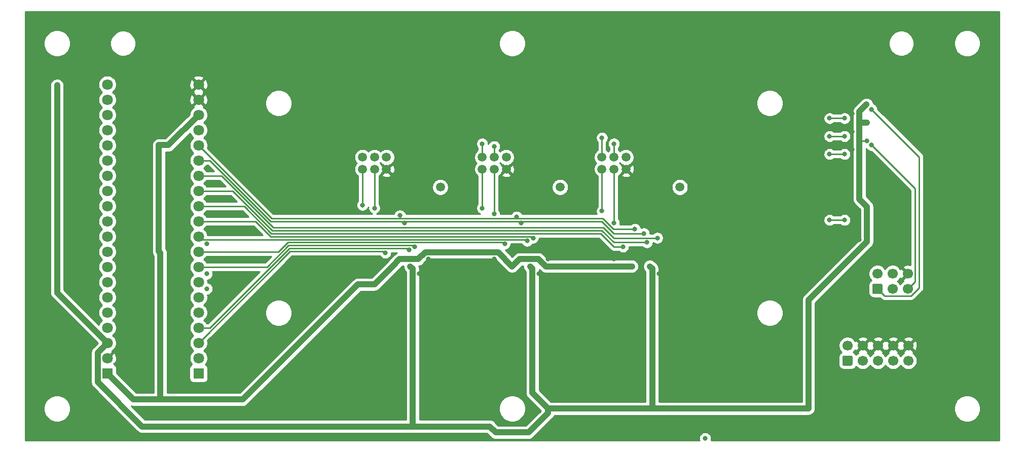
<source format=gbl>
G04 #@! TF.GenerationSoftware,KiCad,Pcbnew,(5.1.6)-1*
G04 #@! TF.CreationDate,2020-10-12T20:39:35+02:00*
G04 #@! TF.ProjectId,TestRig-PCB,54657374-5269-4672-9d50-43422e6b6963,rev?*
G04 #@! TF.SameCoordinates,Original*
G04 #@! TF.FileFunction,Copper,L2,Bot*
G04 #@! TF.FilePolarity,Positive*
%FSLAX46Y46*%
G04 Gerber Fmt 4.6, Leading zero omitted, Abs format (unit mm)*
G04 Created by KiCad (PCBNEW (5.1.6)-1) date 2020-10-12 20:39:35*
%MOMM*%
%LPD*%
G01*
G04 APERTURE LIST*
G04 #@! TA.AperFunction,ComponentPad*
%ADD10C,1.500000*%
G04 #@! TD*
G04 #@! TA.AperFunction,ComponentPad*
%ADD11C,1.700000*%
G04 #@! TD*
G04 #@! TA.AperFunction,ComponentPad*
%ADD12R,1.800000X1.800000*%
G04 #@! TD*
G04 #@! TA.AperFunction,ComponentPad*
%ADD13C,1.800000*%
G04 #@! TD*
G04 #@! TA.AperFunction,ViaPad*
%ADD14C,0.800000*%
G04 #@! TD*
G04 #@! TA.AperFunction,Conductor*
%ADD15C,1.000000*%
G04 #@! TD*
G04 #@! TA.AperFunction,Conductor*
%ADD16C,0.250000*%
G04 #@! TD*
G04 #@! TA.AperFunction,Conductor*
%ADD17C,0.254000*%
G04 #@! TD*
G04 APERTURE END LIST*
D10*
X175000000Y-77000000D03*
X184000000Y-80000000D03*
X173000000Y-77000000D03*
X171000000Y-75000000D03*
X171000000Y-77000000D03*
X173000000Y-75000000D03*
X175000000Y-75000000D03*
X155000000Y-77000000D03*
X164000000Y-80000000D03*
X153000000Y-77000000D03*
X151000000Y-75000000D03*
X151000000Y-77000000D03*
X153000000Y-75000000D03*
X155000000Y-75000000D03*
X135000000Y-77000000D03*
X144000000Y-80000000D03*
X133000000Y-77000000D03*
X131000000Y-75000000D03*
X131000000Y-77000000D03*
X133000000Y-75000000D03*
X135000000Y-75000000D03*
D11*
X222160000Y-106460000D03*
X219620000Y-106460000D03*
X217080000Y-106460000D03*
X214540000Y-106460000D03*
X212000000Y-106460000D03*
X222160000Y-109000000D03*
X219620000Y-109000000D03*
X217080000Y-109000000D03*
X214540000Y-109000000D03*
G04 #@! TA.AperFunction,ComponentPad*
G36*
G01*
X212600000Y-109850000D02*
X211400000Y-109850000D01*
G75*
G02*
X211150000Y-109600000I0J250000D01*
G01*
X211150000Y-108400000D01*
G75*
G02*
X211400000Y-108150000I250000J0D01*
G01*
X212600000Y-108150000D01*
G75*
G02*
X212850000Y-108400000I0J-250000D01*
G01*
X212850000Y-109600000D01*
G75*
G02*
X212600000Y-109850000I-250000J0D01*
G01*
G37*
G04 #@! TD.AperFunction*
X222080000Y-94460000D03*
X219540000Y-94460000D03*
X217000000Y-94460000D03*
X222080000Y-97000000D03*
X219540000Y-97000000D03*
G04 #@! TA.AperFunction,ComponentPad*
G36*
G01*
X217600000Y-97850000D02*
X216400000Y-97850000D01*
G75*
G02*
X216150000Y-97600000I0J250000D01*
G01*
X216150000Y-96400000D01*
G75*
G02*
X216400000Y-96150000I250000J0D01*
G01*
X217600000Y-96150000D01*
G75*
G02*
X217850000Y-96400000I0J-250000D01*
G01*
X217850000Y-97600000D01*
G75*
G02*
X217600000Y-97850000I-250000J0D01*
G01*
G37*
G04 #@! TD.AperFunction*
D12*
X88380000Y-111130000D03*
X103620000Y-111130000D03*
D13*
X103620000Y-108590000D03*
X103620000Y-106050000D03*
X103620000Y-103510000D03*
X103620000Y-100970000D03*
X103620000Y-98430000D03*
X103620000Y-95890000D03*
X103620000Y-93350000D03*
X103620000Y-90810000D03*
X103620000Y-88270000D03*
X103620000Y-85730000D03*
X103620000Y-83190000D03*
X103620000Y-80650000D03*
X103620000Y-78110000D03*
X103620000Y-75570000D03*
X103620000Y-73030000D03*
X103620000Y-70490000D03*
X103620000Y-67950000D03*
X103620000Y-65410000D03*
X103620000Y-62870000D03*
X88380000Y-108590000D03*
X88380000Y-106050000D03*
X88380000Y-103510000D03*
X88380000Y-100970000D03*
X88380000Y-98430000D03*
X88380000Y-95890000D03*
X88380000Y-93350000D03*
X88380000Y-90810000D03*
X88380000Y-88270000D03*
X88380000Y-85730000D03*
X88380000Y-83190000D03*
X88380000Y-80650000D03*
X88380000Y-78110000D03*
X88380000Y-75570000D03*
X88380000Y-73030000D03*
X88380000Y-70490000D03*
X88380000Y-67950000D03*
X88380000Y-65410000D03*
X88380000Y-62870000D03*
D14*
X105000000Y-94500000D03*
X105000000Y-97000000D03*
X214000000Y-88750000D03*
X212750000Y-84750000D03*
X212750000Y-73750000D03*
X212750000Y-70750000D03*
X212750000Y-67750000D03*
X207250000Y-88000000D03*
X207250000Y-85000000D03*
X207250000Y-74000000D03*
X207250000Y-71000000D03*
X207250000Y-67975000D03*
X140500000Y-94500000D03*
X138000000Y-97000000D03*
X158000000Y-97000000D03*
X178000000Y-97000000D03*
X180500000Y-94500000D03*
X160500000Y-94500000D03*
X137500000Y-78500000D03*
X157500000Y-78500000D03*
X177500000Y-78500000D03*
X142000000Y-92000000D03*
X173000000Y-92000000D03*
X182250000Y-92000000D03*
X162000000Y-92000000D03*
X153000000Y-92000000D03*
X133000000Y-92000000D03*
X105000000Y-77000000D03*
X105000000Y-79500000D03*
X105000000Y-82000000D03*
X105000000Y-84500000D03*
X105000000Y-87000000D03*
X105000000Y-89500000D03*
X105000000Y-92000000D03*
X105500000Y-101000000D03*
X143000000Y-108000000D03*
X163000000Y-108000000D03*
X183000000Y-108000000D03*
X218000000Y-89500000D03*
X220000000Y-102000000D03*
X136500000Y-105000000D03*
X157000000Y-105000000D03*
X177000000Y-105000000D03*
X136000000Y-93250000D03*
X176000000Y-93250000D03*
X97000000Y-75500000D03*
X97000000Y-73000000D03*
X97250000Y-106000000D03*
X97000000Y-90750000D03*
X97000000Y-83250000D03*
X156000000Y-93250000D03*
X143250000Y-120000000D03*
X215250000Y-69250000D03*
X215250000Y-66250000D03*
X215250000Y-72250000D03*
X215250000Y-83250000D03*
X215250000Y-86250000D03*
X138987347Y-93237347D03*
X158987347Y-93237347D03*
X178987347Y-93237347D03*
X80000000Y-63000000D03*
X80000000Y-65500000D03*
X188250000Y-122000000D03*
X162000000Y-117000000D03*
X187000000Y-117000000D03*
X216000000Y-73000000D03*
X211500000Y-85500000D03*
X209000000Y-85500000D03*
X209000000Y-71500000D03*
X211500000Y-71500000D03*
X211500000Y-74500000D03*
X209000000Y-74500000D03*
X211500000Y-68500000D03*
X209000000Y-68500000D03*
X173000000Y-72749922D03*
X153000000Y-73199977D03*
X171000000Y-84000000D03*
X151000000Y-83500000D03*
X131000000Y-83000000D03*
X216000000Y-67000000D03*
X171000000Y-71750000D03*
X151000000Y-72749974D03*
X173000000Y-86000000D03*
X153000000Y-84500000D03*
X133000000Y-83500000D03*
X176500000Y-87000000D03*
X137250000Y-84750000D03*
X156750000Y-84975000D03*
X178000000Y-87750000D03*
X138000000Y-86025000D03*
X157500000Y-86025000D03*
X134825553Y-90975000D03*
X138750000Y-90500000D03*
X139750000Y-90000000D03*
X154750000Y-89475000D03*
X158500000Y-89000000D03*
X159500000Y-88500000D03*
X174500000Y-89975000D03*
X178500000Y-89250000D03*
X180250000Y-88500000D03*
D15*
X97250000Y-91000000D02*
X97000000Y-90750000D01*
X97250000Y-106000000D02*
X97250000Y-91000000D01*
X97000000Y-90750000D02*
X97000000Y-83250000D01*
X97000000Y-83250000D02*
X97000000Y-75500000D01*
X97000000Y-75500000D02*
X97000000Y-73000000D01*
X98570000Y-73000000D02*
X103620000Y-67950000D01*
X97000000Y-73000000D02*
X98570000Y-73000000D01*
X88380000Y-111130000D02*
X92750000Y-115500000D01*
X133000000Y-96250000D02*
X136000000Y-93250000D01*
X130250000Y-96250000D02*
X133000000Y-96250000D01*
X111000000Y-115500000D02*
X130250000Y-96250000D01*
X141471999Y-90899999D02*
X153649999Y-90899999D01*
X140334660Y-92037338D02*
X141471999Y-90899999D01*
X153649999Y-90899999D02*
X156000000Y-93250000D01*
X137212662Y-92037338D02*
X140334660Y-92037338D01*
X136000000Y-93250000D02*
X137212662Y-92037338D01*
X161621998Y-93250000D02*
X176000000Y-93250000D01*
X160409336Y-92037338D02*
X161621998Y-93250000D01*
X157212662Y-92037338D02*
X160409336Y-92037338D01*
X156000000Y-93250000D02*
X157212662Y-92037338D01*
X97250000Y-106000000D02*
X97250000Y-115500000D01*
X92750000Y-115500000D02*
X97250000Y-115500000D01*
X97250000Y-115500000D02*
X111000000Y-115500000D01*
X80000000Y-97670000D02*
X80000000Y-65500000D01*
X88380000Y-106050000D02*
X80000000Y-97670000D01*
X80000000Y-63000000D02*
X80000000Y-65500000D01*
X86779999Y-112590001D02*
X94189998Y-120000000D01*
X86779999Y-107650001D02*
X86779999Y-112590001D01*
X88380000Y-106050000D02*
X86779999Y-107650001D01*
X143250000Y-120000000D02*
X152250000Y-120000000D01*
X152250000Y-120000000D02*
X153250000Y-121000000D01*
X153250000Y-121000000D02*
X158750000Y-121000000D01*
X162000000Y-117750000D02*
X162000000Y-117000000D01*
X158750000Y-121000000D02*
X162000000Y-117750000D01*
X139387346Y-119887346D02*
X139500000Y-120000000D01*
X139387346Y-93637346D02*
X139387346Y-119887346D01*
X138987347Y-93237347D02*
X139387346Y-93637346D01*
X94189998Y-120000000D02*
X139500000Y-120000000D01*
X139500000Y-120000000D02*
X143250000Y-120000000D01*
X159387346Y-114387346D02*
X162000000Y-117000000D01*
X159387346Y-93637346D02*
X159387346Y-114387346D01*
X158987347Y-93237347D02*
X159387346Y-93637346D01*
X215250000Y-89128002D02*
X215250000Y-86250000D01*
X205500000Y-98878002D02*
X215250000Y-89128002D01*
X205500000Y-117000000D02*
X205500000Y-98878002D01*
X215250000Y-86250000D02*
X215250000Y-83250000D01*
X215250000Y-83250000D02*
X214000000Y-82000000D01*
X214000000Y-67371998D02*
X215185999Y-66185999D01*
X215250000Y-69250000D02*
X214000000Y-69250000D01*
X214000000Y-69250000D02*
X214000000Y-67371998D01*
X214000000Y-82000000D02*
X214000000Y-72250000D01*
D16*
X215250000Y-72250000D02*
X214000000Y-72250000D01*
D15*
X214000000Y-72250000D02*
X214000000Y-69250000D01*
X179387346Y-93637346D02*
X179387346Y-116887346D01*
X162000000Y-117000000D02*
X179500000Y-117000000D01*
X179387346Y-116887346D02*
X179500000Y-117000000D01*
X178987347Y-93237347D02*
X179387346Y-93637346D01*
X179500000Y-117000000D02*
X187000000Y-117000000D01*
X187000000Y-117000000D02*
X205500000Y-117000000D01*
D16*
X223255001Y-80255001D02*
X216000000Y-73000000D01*
X222080000Y-97000000D02*
X223255001Y-95824999D01*
X223255001Y-95824999D02*
X223255001Y-80255001D01*
X211500000Y-85500000D02*
X209000000Y-85500000D01*
X209000000Y-71500000D02*
X211500000Y-71500000D01*
X211500000Y-74500000D02*
X209000000Y-74500000D01*
X211500000Y-68500000D02*
X209000000Y-68500000D01*
X173000000Y-72749922D02*
X173000000Y-75000000D01*
X153000000Y-73199977D02*
X153000000Y-75000000D01*
X171000000Y-77000000D02*
X171000000Y-84000000D01*
X151000000Y-77000000D02*
X151000000Y-83500000D01*
X131000000Y-83000000D02*
X131000000Y-77000000D01*
X222644001Y-98175001D02*
X224000000Y-96819002D01*
X217000000Y-97000000D02*
X218175001Y-98175001D01*
X218175001Y-98175001D02*
X222644001Y-98175001D01*
X224000000Y-96819002D02*
X224000000Y-75000000D01*
X224000000Y-75000000D02*
X216000000Y-67000000D01*
X171000000Y-71750000D02*
X171000000Y-75000000D01*
X151000000Y-72749974D02*
X151000000Y-75000000D01*
X173000000Y-77000000D02*
X173000000Y-86000000D01*
X153000000Y-77000000D02*
X153000000Y-84500000D01*
X133000000Y-77000000D02*
X133000000Y-83500000D01*
X171151999Y-85225001D02*
X172926998Y-87000000D01*
X172926998Y-87000000D02*
X176500000Y-87000000D01*
X137250000Y-85200002D02*
X137225001Y-85225001D01*
X137250000Y-84750000D02*
X137250000Y-85200002D01*
X137225001Y-85225001D02*
X171151999Y-85225001D01*
X156750000Y-84975000D02*
X156750000Y-85250000D01*
X115815001Y-85225001D02*
X133225001Y-85225001D01*
X103620000Y-73030000D02*
X115815001Y-85225001D01*
X133225001Y-85225001D02*
X137225001Y-85225001D01*
X138000000Y-86025000D02*
X138000000Y-86000000D01*
X173000000Y-87750000D02*
X178000000Y-87750000D01*
X171000000Y-85750000D02*
X173000000Y-87750000D01*
X140250000Y-85750000D02*
X135500000Y-85750000D01*
X140250000Y-85750000D02*
X171000000Y-85750000D01*
X139250000Y-85750000D02*
X140250000Y-85750000D01*
X138000000Y-86025000D02*
X138000000Y-85750000D01*
X138000000Y-85750000D02*
X139250000Y-85750000D01*
X157500000Y-86025000D02*
X157500000Y-85750000D01*
X139250000Y-85750000D02*
X157500000Y-85750000D01*
X157500000Y-85750000D02*
X171000000Y-85750000D01*
X132500000Y-85750000D02*
X138000000Y-85750000D01*
X115703590Y-85750000D02*
X132500000Y-85750000D01*
X105523590Y-75570000D02*
X115703590Y-85750000D01*
X103620000Y-75570000D02*
X105523590Y-75570000D01*
X118920000Y-90750000D02*
X103620000Y-106050000D01*
X134825553Y-90975000D02*
X134600553Y-90750000D01*
X134600553Y-90750000D02*
X118920000Y-90750000D01*
X138500000Y-90250000D02*
X138750000Y-90500000D01*
X105523590Y-103510000D02*
X118783590Y-90250000D01*
X118783590Y-90250000D02*
X138500000Y-90250000D01*
X103620000Y-103510000D02*
X105523590Y-103510000D01*
X139750000Y-90000000D02*
X139500000Y-89750000D01*
X139500000Y-89750000D02*
X132500000Y-89750000D01*
X132500000Y-89750000D02*
X131750000Y-89750000D01*
X103620000Y-93350000D02*
X115047180Y-93350000D01*
X118647180Y-89750000D02*
X120000000Y-89750000D01*
X115047180Y-93350000D02*
X118647180Y-89750000D01*
X120000000Y-89750000D02*
X132500000Y-89750000D01*
X154750000Y-89475000D02*
X154525000Y-89250000D01*
X154525000Y-89250000D02*
X133250000Y-89250000D01*
X133250000Y-89250000D02*
X131750000Y-89250000D01*
X103620000Y-90810000D02*
X116950770Y-90810000D01*
X118510770Y-89250000D02*
X120000000Y-89250000D01*
X116950770Y-90810000D02*
X118510770Y-89250000D01*
X120000000Y-89250000D02*
X133250000Y-89250000D01*
X158250000Y-88750000D02*
X158500000Y-89000000D01*
X103620000Y-88270000D02*
X104100000Y-88750000D01*
X104100000Y-88750000D02*
X158250000Y-88750000D01*
X159500000Y-88500000D02*
X159250000Y-88250000D01*
X159250000Y-88250000D02*
X142250000Y-88250000D01*
X142250000Y-88250000D02*
X132500000Y-88250000D01*
X132500000Y-88250000D02*
X131750000Y-88250000D01*
X103620000Y-85730000D02*
X113137950Y-85730000D01*
X115657950Y-88250000D02*
X118500000Y-88250000D01*
X113137950Y-85730000D02*
X115657950Y-88250000D01*
X118500000Y-88250000D02*
X132500000Y-88250000D01*
X174500000Y-89975000D02*
X172975000Y-89975000D01*
X172975000Y-89975000D02*
X170750000Y-87750000D01*
X170750000Y-87750000D02*
X133750000Y-87750000D01*
X133750000Y-87750000D02*
X133000000Y-87750000D01*
X133000000Y-87750000D02*
X131750000Y-87750000D01*
X103620000Y-83190000D02*
X111234360Y-83190000D01*
X115794360Y-87750000D02*
X118500000Y-87750000D01*
X111234360Y-83190000D02*
X115794360Y-87750000D01*
X118500000Y-87750000D02*
X133000000Y-87750000D01*
X178500000Y-89250000D02*
X173000000Y-89250000D01*
X173000000Y-89250000D02*
X171000000Y-87250000D01*
X132000000Y-87250000D02*
X131750000Y-87250000D01*
X132500000Y-87250000D02*
X132000000Y-87250000D01*
X171000000Y-87250000D02*
X132500000Y-87250000D01*
X103620000Y-80650000D02*
X109330770Y-80650000D01*
X115930770Y-87250000D02*
X119500000Y-87250000D01*
X109330770Y-80650000D02*
X115930770Y-87250000D01*
X119500000Y-87250000D02*
X132500000Y-87250000D01*
X180250000Y-88500000D02*
X177250000Y-88500000D01*
X177250000Y-88500000D02*
X173000000Y-88500000D01*
X173000000Y-88500000D02*
X171250000Y-86750000D01*
X171250000Y-86750000D02*
X132000000Y-86750000D01*
X132000000Y-86750000D02*
X131750000Y-86750000D01*
X103620000Y-78110000D02*
X107427180Y-78110000D01*
X116067180Y-86750000D02*
X120500000Y-86750000D01*
X107427180Y-78110000D02*
X116067180Y-86750000D01*
X120500000Y-86750000D02*
X132000000Y-86750000D01*
D17*
G36*
X237340001Y-122340000D02*
G01*
X189229444Y-122340000D01*
X189245226Y-122301898D01*
X189285000Y-122101939D01*
X189285000Y-121898061D01*
X189245226Y-121698102D01*
X189167205Y-121509744D01*
X189053937Y-121340226D01*
X188909774Y-121196063D01*
X188740256Y-121082795D01*
X188551898Y-121004774D01*
X188351939Y-120965000D01*
X188148061Y-120965000D01*
X187948102Y-121004774D01*
X187759744Y-121082795D01*
X187590226Y-121196063D01*
X187446063Y-121340226D01*
X187332795Y-121509744D01*
X187254774Y-121698102D01*
X187215000Y-121898061D01*
X187215000Y-122101939D01*
X187254774Y-122301898D01*
X187270556Y-122340000D01*
X74660000Y-122340000D01*
X74660000Y-116779872D01*
X77765000Y-116779872D01*
X77765000Y-117220128D01*
X77850890Y-117651925D01*
X78019369Y-118058669D01*
X78263962Y-118424729D01*
X78575271Y-118736038D01*
X78941331Y-118980631D01*
X79348075Y-119149110D01*
X79779872Y-119235000D01*
X80220128Y-119235000D01*
X80651925Y-119149110D01*
X81058669Y-118980631D01*
X81424729Y-118736038D01*
X81736038Y-118424729D01*
X81980631Y-118058669D01*
X82149110Y-117651925D01*
X82235000Y-117220128D01*
X82235000Y-116779872D01*
X82149110Y-116348075D01*
X81980631Y-115941331D01*
X81736038Y-115575271D01*
X81424729Y-115263962D01*
X81058669Y-115019369D01*
X80651925Y-114850890D01*
X80220128Y-114765000D01*
X79779872Y-114765000D01*
X79348075Y-114850890D01*
X78941331Y-115019369D01*
X78575271Y-115263962D01*
X78263962Y-115575271D01*
X78019369Y-115941331D01*
X77850890Y-116348075D01*
X77765000Y-116779872D01*
X74660000Y-116779872D01*
X74660000Y-97670000D01*
X78859509Y-97670000D01*
X78865000Y-97725751D01*
X78881423Y-97892498D01*
X78946324Y-98106446D01*
X79051716Y-98303623D01*
X79193551Y-98476449D01*
X79236865Y-98511996D01*
X86774868Y-106050001D01*
X86016864Y-106808005D01*
X85973550Y-106843552D01*
X85831715Y-107016378D01*
X85750364Y-107168577D01*
X85726323Y-107213555D01*
X85661422Y-107427503D01*
X85639508Y-107650001D01*
X85644999Y-107705753D01*
X85645000Y-112534240D01*
X85639508Y-112590001D01*
X85661422Y-112812499D01*
X85726323Y-113026447D01*
X85726324Y-113026448D01*
X85831716Y-113223624D01*
X85973551Y-113396450D01*
X86016859Y-113431992D01*
X93348007Y-120763141D01*
X93383549Y-120806449D01*
X93556375Y-120948284D01*
X93753551Y-121053676D01*
X93967499Y-121118577D01*
X94189997Y-121140491D01*
X94245749Y-121135000D01*
X139444249Y-121135000D01*
X139500000Y-121140491D01*
X139555752Y-121135000D01*
X151779868Y-121135000D01*
X152408013Y-121763145D01*
X152443551Y-121806449D01*
X152486854Y-121841987D01*
X152486856Y-121841989D01*
X152616377Y-121948284D01*
X152813553Y-122053676D01*
X153027501Y-122118577D01*
X153250000Y-122140491D01*
X153305752Y-122135000D01*
X158694249Y-122135000D01*
X158750000Y-122140491D01*
X158805751Y-122135000D01*
X158805752Y-122135000D01*
X158972499Y-122118577D01*
X159186447Y-122053676D01*
X159383623Y-121948284D01*
X159556449Y-121806449D01*
X159591996Y-121763135D01*
X162763141Y-118591991D01*
X162806449Y-118556449D01*
X162948284Y-118383623D01*
X163053676Y-118186447D01*
X163069282Y-118135000D01*
X179444249Y-118135000D01*
X179500000Y-118140491D01*
X179555752Y-118135000D01*
X205444248Y-118135000D01*
X205500000Y-118140491D01*
X205555751Y-118135000D01*
X205555752Y-118135000D01*
X205722499Y-118118577D01*
X205936447Y-118053676D01*
X206133623Y-117948284D01*
X206306449Y-117806449D01*
X206448284Y-117633623D01*
X206553676Y-117436447D01*
X206618577Y-117222499D01*
X206640491Y-117000000D01*
X206635000Y-116944248D01*
X206635000Y-116779872D01*
X229765000Y-116779872D01*
X229765000Y-117220128D01*
X229850890Y-117651925D01*
X230019369Y-118058669D01*
X230263962Y-118424729D01*
X230575271Y-118736038D01*
X230941331Y-118980631D01*
X231348075Y-119149110D01*
X231779872Y-119235000D01*
X232220128Y-119235000D01*
X232651925Y-119149110D01*
X233058669Y-118980631D01*
X233424729Y-118736038D01*
X233736038Y-118424729D01*
X233980631Y-118058669D01*
X234149110Y-117651925D01*
X234235000Y-117220128D01*
X234235000Y-116779872D01*
X234149110Y-116348075D01*
X233980631Y-115941331D01*
X233736038Y-115575271D01*
X233424729Y-115263962D01*
X233058669Y-115019369D01*
X232651925Y-114850890D01*
X232220128Y-114765000D01*
X231779872Y-114765000D01*
X231348075Y-114850890D01*
X230941331Y-115019369D01*
X230575271Y-115263962D01*
X230263962Y-115575271D01*
X230019369Y-115941331D01*
X229850890Y-116348075D01*
X229765000Y-116779872D01*
X206635000Y-116779872D01*
X206635000Y-108400000D01*
X210511928Y-108400000D01*
X210511928Y-109600000D01*
X210528992Y-109773254D01*
X210579528Y-109939850D01*
X210661595Y-110093386D01*
X210772038Y-110227962D01*
X210906614Y-110338405D01*
X211060150Y-110420472D01*
X211226746Y-110471008D01*
X211400000Y-110488072D01*
X212600000Y-110488072D01*
X212773254Y-110471008D01*
X212939850Y-110420472D01*
X213093386Y-110338405D01*
X213227962Y-110227962D01*
X213338405Y-110093386D01*
X213406285Y-109966392D01*
X213593368Y-110153475D01*
X213836589Y-110315990D01*
X214106842Y-110427932D01*
X214393740Y-110485000D01*
X214686260Y-110485000D01*
X214973158Y-110427932D01*
X215243411Y-110315990D01*
X215486632Y-110153475D01*
X215693475Y-109946632D01*
X215810000Y-109772240D01*
X215926525Y-109946632D01*
X216133368Y-110153475D01*
X216376589Y-110315990D01*
X216646842Y-110427932D01*
X216933740Y-110485000D01*
X217226260Y-110485000D01*
X217513158Y-110427932D01*
X217783411Y-110315990D01*
X218026632Y-110153475D01*
X218233475Y-109946632D01*
X218350000Y-109772240D01*
X218466525Y-109946632D01*
X218673368Y-110153475D01*
X218916589Y-110315990D01*
X219186842Y-110427932D01*
X219473740Y-110485000D01*
X219766260Y-110485000D01*
X220053158Y-110427932D01*
X220323411Y-110315990D01*
X220566632Y-110153475D01*
X220773475Y-109946632D01*
X220890000Y-109772240D01*
X221006525Y-109946632D01*
X221213368Y-110153475D01*
X221456589Y-110315990D01*
X221726842Y-110427932D01*
X222013740Y-110485000D01*
X222306260Y-110485000D01*
X222593158Y-110427932D01*
X222863411Y-110315990D01*
X223106632Y-110153475D01*
X223313475Y-109946632D01*
X223475990Y-109703411D01*
X223587932Y-109433158D01*
X223645000Y-109146260D01*
X223645000Y-108853740D01*
X223587932Y-108566842D01*
X223475990Y-108296589D01*
X223313475Y-108053368D01*
X223106632Y-107846525D01*
X222933271Y-107730689D01*
X223008792Y-107488397D01*
X222160000Y-106639605D01*
X221311208Y-107488397D01*
X221386729Y-107730689D01*
X221213368Y-107846525D01*
X221006525Y-108053368D01*
X220890000Y-108227760D01*
X220773475Y-108053368D01*
X220566632Y-107846525D01*
X220393271Y-107730689D01*
X220468792Y-107488397D01*
X219620000Y-106639605D01*
X218771208Y-107488397D01*
X218846729Y-107730689D01*
X218673368Y-107846525D01*
X218466525Y-108053368D01*
X218350000Y-108227760D01*
X218233475Y-108053368D01*
X218026632Y-107846525D01*
X217853271Y-107730689D01*
X217928792Y-107488397D01*
X217080000Y-106639605D01*
X216231208Y-107488397D01*
X216306729Y-107730689D01*
X216133368Y-107846525D01*
X215926525Y-108053368D01*
X215810000Y-108227760D01*
X215693475Y-108053368D01*
X215486632Y-107846525D01*
X215313271Y-107730689D01*
X215388792Y-107488397D01*
X214540000Y-106639605D01*
X213691208Y-107488397D01*
X213766729Y-107730689D01*
X213593368Y-107846525D01*
X213406285Y-108033608D01*
X213338405Y-107906614D01*
X213227962Y-107772038D01*
X213093386Y-107661595D01*
X212966392Y-107593715D01*
X213153475Y-107406632D01*
X213269311Y-107233271D01*
X213511603Y-107308792D01*
X214360395Y-106460000D01*
X214719605Y-106460000D01*
X215568397Y-107308792D01*
X215810000Y-107233486D01*
X216051603Y-107308792D01*
X216900395Y-106460000D01*
X217259605Y-106460000D01*
X218108397Y-107308792D01*
X218350000Y-107233486D01*
X218591603Y-107308792D01*
X219440395Y-106460000D01*
X219799605Y-106460000D01*
X220648397Y-107308792D01*
X220890000Y-107233486D01*
X221131603Y-107308792D01*
X221980395Y-106460000D01*
X222339605Y-106460000D01*
X223188397Y-107308792D01*
X223437472Y-107231157D01*
X223563371Y-106967117D01*
X223635339Y-106683589D01*
X223650611Y-106391469D01*
X223608599Y-106101981D01*
X223510919Y-105826253D01*
X223437472Y-105688843D01*
X223188397Y-105611208D01*
X222339605Y-106460000D01*
X221980395Y-106460000D01*
X221131603Y-105611208D01*
X220890000Y-105686514D01*
X220648397Y-105611208D01*
X219799605Y-106460000D01*
X219440395Y-106460000D01*
X218591603Y-105611208D01*
X218350000Y-105686514D01*
X218108397Y-105611208D01*
X217259605Y-106460000D01*
X216900395Y-106460000D01*
X216051603Y-105611208D01*
X215810000Y-105686514D01*
X215568397Y-105611208D01*
X214719605Y-106460000D01*
X214360395Y-106460000D01*
X213511603Y-105611208D01*
X213269311Y-105686729D01*
X213153475Y-105513368D01*
X213071710Y-105431603D01*
X213691208Y-105431603D01*
X214540000Y-106280395D01*
X215388792Y-105431603D01*
X216231208Y-105431603D01*
X217080000Y-106280395D01*
X217928792Y-105431603D01*
X218771208Y-105431603D01*
X219620000Y-106280395D01*
X220468792Y-105431603D01*
X221311208Y-105431603D01*
X222160000Y-106280395D01*
X223008792Y-105431603D01*
X222931157Y-105182528D01*
X222667117Y-105056629D01*
X222383589Y-104984661D01*
X222091469Y-104969389D01*
X221801981Y-105011401D01*
X221526253Y-105109081D01*
X221388843Y-105182528D01*
X221311208Y-105431603D01*
X220468792Y-105431603D01*
X220391157Y-105182528D01*
X220127117Y-105056629D01*
X219843589Y-104984661D01*
X219551469Y-104969389D01*
X219261981Y-105011401D01*
X218986253Y-105109081D01*
X218848843Y-105182528D01*
X218771208Y-105431603D01*
X217928792Y-105431603D01*
X217851157Y-105182528D01*
X217587117Y-105056629D01*
X217303589Y-104984661D01*
X217011469Y-104969389D01*
X216721981Y-105011401D01*
X216446253Y-105109081D01*
X216308843Y-105182528D01*
X216231208Y-105431603D01*
X215388792Y-105431603D01*
X215311157Y-105182528D01*
X215047117Y-105056629D01*
X214763589Y-104984661D01*
X214471469Y-104969389D01*
X214181981Y-105011401D01*
X213906253Y-105109081D01*
X213768843Y-105182528D01*
X213691208Y-105431603D01*
X213071710Y-105431603D01*
X212946632Y-105306525D01*
X212703411Y-105144010D01*
X212433158Y-105032068D01*
X212146260Y-104975000D01*
X211853740Y-104975000D01*
X211566842Y-105032068D01*
X211296589Y-105144010D01*
X211053368Y-105306525D01*
X210846525Y-105513368D01*
X210684010Y-105756589D01*
X210572068Y-106026842D01*
X210515000Y-106313740D01*
X210515000Y-106606260D01*
X210572068Y-106893158D01*
X210684010Y-107163411D01*
X210846525Y-107406632D01*
X211033608Y-107593715D01*
X210906614Y-107661595D01*
X210772038Y-107772038D01*
X210661595Y-107906614D01*
X210579528Y-108060150D01*
X210528992Y-108226746D01*
X210511928Y-108400000D01*
X206635000Y-108400000D01*
X206635000Y-99348133D01*
X216013141Y-89969993D01*
X216056449Y-89934451D01*
X216198284Y-89761625D01*
X216303676Y-89564449D01*
X216358120Y-89384974D01*
X216368577Y-89350502D01*
X216373364Y-89301898D01*
X216385000Y-89183754D01*
X216385000Y-89183747D01*
X216390490Y-89128003D01*
X216385000Y-89072259D01*
X216385000Y-83305751D01*
X216390491Y-83250000D01*
X216368577Y-83027501D01*
X216303676Y-82813553D01*
X216276731Y-82763143D01*
X216198284Y-82616377D01*
X216056449Y-82443551D01*
X216013140Y-82408008D01*
X215135000Y-81529869D01*
X215135000Y-73568387D01*
X215196063Y-73659774D01*
X215340226Y-73803937D01*
X215509744Y-73917205D01*
X215698102Y-73995226D01*
X215898061Y-74035000D01*
X215960199Y-74035000D01*
X222495002Y-80569804D01*
X222495001Y-93033247D01*
X222303589Y-92984661D01*
X222011469Y-92969389D01*
X221721981Y-93011401D01*
X221446253Y-93109081D01*
X221308843Y-93182528D01*
X221231208Y-93431603D01*
X222080000Y-94280395D01*
X222094143Y-94266253D01*
X222273748Y-94445858D01*
X222259605Y-94460000D01*
X222273748Y-94474143D01*
X222094143Y-94653748D01*
X222080000Y-94639605D01*
X221231208Y-95488397D01*
X221306729Y-95730689D01*
X221133368Y-95846525D01*
X220926525Y-96053368D01*
X220810000Y-96227760D01*
X220693475Y-96053368D01*
X220486632Y-95846525D01*
X220312240Y-95730000D01*
X220486632Y-95613475D01*
X220693475Y-95406632D01*
X220809311Y-95233271D01*
X221051603Y-95308792D01*
X221900395Y-94460000D01*
X221051603Y-93611208D01*
X220809311Y-93686729D01*
X220693475Y-93513368D01*
X220486632Y-93306525D01*
X220243411Y-93144010D01*
X219973158Y-93032068D01*
X219686260Y-92975000D01*
X219393740Y-92975000D01*
X219106842Y-93032068D01*
X218836589Y-93144010D01*
X218593368Y-93306525D01*
X218386525Y-93513368D01*
X218270000Y-93687760D01*
X218153475Y-93513368D01*
X217946632Y-93306525D01*
X217703411Y-93144010D01*
X217433158Y-93032068D01*
X217146260Y-92975000D01*
X216853740Y-92975000D01*
X216566842Y-93032068D01*
X216296589Y-93144010D01*
X216053368Y-93306525D01*
X215846525Y-93513368D01*
X215684010Y-93756589D01*
X215572068Y-94026842D01*
X215515000Y-94313740D01*
X215515000Y-94606260D01*
X215572068Y-94893158D01*
X215684010Y-95163411D01*
X215846525Y-95406632D01*
X216033608Y-95593715D01*
X215906614Y-95661595D01*
X215772038Y-95772038D01*
X215661595Y-95906614D01*
X215579528Y-96060150D01*
X215528992Y-96226746D01*
X215511928Y-96400000D01*
X215511928Y-97600000D01*
X215528992Y-97773254D01*
X215579528Y-97939850D01*
X215661595Y-98093386D01*
X215772038Y-98227962D01*
X215906614Y-98338405D01*
X216060150Y-98420472D01*
X216226746Y-98471008D01*
X216400000Y-98488072D01*
X217413270Y-98488072D01*
X217611202Y-98686004D01*
X217635000Y-98715002D01*
X217750725Y-98809975D01*
X217882754Y-98880547D01*
X218026015Y-98924004D01*
X218137668Y-98935001D01*
X218137677Y-98935001D01*
X218175000Y-98938677D01*
X218212323Y-98935001D01*
X222606679Y-98935001D01*
X222644001Y-98938677D01*
X222681323Y-98935001D01*
X222681334Y-98935001D01*
X222792987Y-98924004D01*
X222936248Y-98880547D01*
X223068277Y-98809975D01*
X223184002Y-98715002D01*
X223207805Y-98685998D01*
X224511004Y-97382800D01*
X224540001Y-97359003D01*
X224634974Y-97243278D01*
X224705546Y-97111249D01*
X224749003Y-96967988D01*
X224760000Y-96856335D01*
X224760000Y-96856326D01*
X224763676Y-96819003D01*
X224760000Y-96781680D01*
X224760000Y-75037322D01*
X224763676Y-74999999D01*
X224760000Y-74962676D01*
X224760000Y-74962667D01*
X224749003Y-74851014D01*
X224705546Y-74707753D01*
X224634974Y-74575724D01*
X224615271Y-74551716D01*
X224563799Y-74488996D01*
X224563795Y-74488992D01*
X224540001Y-74459999D01*
X224511008Y-74436205D01*
X217035000Y-66960199D01*
X217035000Y-66898061D01*
X216995226Y-66698102D01*
X216917205Y-66509744D01*
X216803937Y-66340226D01*
X216659774Y-66196063D01*
X216490256Y-66082795D01*
X216308928Y-66007686D01*
X216304576Y-65963500D01*
X216239675Y-65749553D01*
X216134283Y-65552377D01*
X215992448Y-65379550D01*
X215819621Y-65237715D01*
X215622445Y-65132323D01*
X215408498Y-65067422D01*
X215185999Y-65045508D01*
X214963500Y-65067422D01*
X214749552Y-65132323D01*
X214552376Y-65237715D01*
X214422855Y-65344011D01*
X213236860Y-66530007D01*
X213193552Y-66565549D01*
X213051717Y-66738375D01*
X213014383Y-66808222D01*
X212946324Y-66935552D01*
X212881423Y-67149500D01*
X212859509Y-67371998D01*
X212865001Y-67427759D01*
X212865000Y-69194248D01*
X212859509Y-69250000D01*
X212865001Y-69305761D01*
X212865000Y-72305751D01*
X212865001Y-72305761D01*
X212865000Y-81944248D01*
X212859509Y-82000000D01*
X212865000Y-82055751D01*
X212881423Y-82222498D01*
X212946324Y-82436446D01*
X213051716Y-82633623D01*
X213193551Y-82806449D01*
X213236865Y-82841996D01*
X214115001Y-83720133D01*
X214115000Y-86305751D01*
X214115001Y-86305761D01*
X214115000Y-88657870D01*
X204736860Y-98036011D01*
X204693552Y-98071553D01*
X204551717Y-98244379D01*
X204509166Y-98323987D01*
X204446324Y-98441556D01*
X204381423Y-98655504D01*
X204359509Y-98878002D01*
X204365001Y-98933764D01*
X204365000Y-115865000D01*
X180522346Y-115865000D01*
X180522346Y-100779872D01*
X196765000Y-100779872D01*
X196765000Y-101220128D01*
X196850890Y-101651925D01*
X197019369Y-102058669D01*
X197263962Y-102424729D01*
X197575271Y-102736038D01*
X197941331Y-102980631D01*
X198348075Y-103149110D01*
X198779872Y-103235000D01*
X199220128Y-103235000D01*
X199651925Y-103149110D01*
X200058669Y-102980631D01*
X200424729Y-102736038D01*
X200736038Y-102424729D01*
X200980631Y-102058669D01*
X201149110Y-101651925D01*
X201235000Y-101220128D01*
X201235000Y-100779872D01*
X201149110Y-100348075D01*
X200980631Y-99941331D01*
X200736038Y-99575271D01*
X200424729Y-99263962D01*
X200058669Y-99019369D01*
X199651925Y-98850890D01*
X199220128Y-98765000D01*
X198779872Y-98765000D01*
X198348075Y-98850890D01*
X197941331Y-99019369D01*
X197575271Y-99263962D01*
X197263962Y-99575271D01*
X197019369Y-99941331D01*
X196850890Y-100348075D01*
X196765000Y-100779872D01*
X180522346Y-100779872D01*
X180522346Y-93693097D01*
X180527837Y-93637345D01*
X180505923Y-93414847D01*
X180483002Y-93339286D01*
X180441022Y-93200899D01*
X180335630Y-93003723D01*
X180193795Y-92830897D01*
X180150481Y-92795350D01*
X179750490Y-92395359D01*
X179620969Y-92289064D01*
X179423793Y-92183671D01*
X179209845Y-92118770D01*
X178987347Y-92096856D01*
X178764849Y-92118770D01*
X178550901Y-92183671D01*
X178353725Y-92289064D01*
X178180899Y-92430899D01*
X178039064Y-92603725D01*
X177933671Y-92800901D01*
X177868770Y-93014849D01*
X177846856Y-93237347D01*
X177868770Y-93459845D01*
X177933671Y-93673793D01*
X178039064Y-93870969D01*
X178145359Y-94000490D01*
X178252346Y-94107477D01*
X178252347Y-115865000D01*
X162470133Y-115865000D01*
X160522346Y-113917215D01*
X160522346Y-93755480D01*
X160780006Y-94013140D01*
X160815549Y-94056449D01*
X160988375Y-94198284D01*
X161185549Y-94303675D01*
X161185551Y-94303676D01*
X161399499Y-94368577D01*
X161621997Y-94390491D01*
X161677749Y-94385000D01*
X176055752Y-94385000D01*
X176222499Y-94368577D01*
X176436447Y-94303676D01*
X176633623Y-94198284D01*
X176806449Y-94056449D01*
X176948284Y-93883623D01*
X177053676Y-93686447D01*
X177118577Y-93472499D01*
X177140491Y-93250000D01*
X177118577Y-93027501D01*
X177053676Y-92813553D01*
X176948284Y-92616377D01*
X176806449Y-92443551D01*
X176633623Y-92301716D01*
X176436447Y-92196324D01*
X176222499Y-92131423D01*
X176055752Y-92115000D01*
X162092130Y-92115000D01*
X161251332Y-91274203D01*
X161215785Y-91230889D01*
X161042959Y-91089054D01*
X160845783Y-90983662D01*
X160631835Y-90918761D01*
X160465088Y-90902338D01*
X160465087Y-90902338D01*
X160409336Y-90896847D01*
X160353585Y-90902338D01*
X157268413Y-90902338D01*
X157212661Y-90896847D01*
X157156910Y-90902338D01*
X156990163Y-90918761D01*
X156776215Y-90983662D01*
X156579039Y-91089054D01*
X156406213Y-91230889D01*
X156370673Y-91274195D01*
X156000000Y-91644868D01*
X154862942Y-90507811D01*
X155051898Y-90470226D01*
X155240256Y-90392205D01*
X155409774Y-90278937D01*
X155553937Y-90134774D01*
X155667205Y-89965256D01*
X155745226Y-89776898D01*
X155785000Y-89576939D01*
X155785000Y-89510000D01*
X157595987Y-89510000D01*
X157696063Y-89659774D01*
X157840226Y-89803937D01*
X158009744Y-89917205D01*
X158198102Y-89995226D01*
X158398061Y-90035000D01*
X158601939Y-90035000D01*
X158801898Y-89995226D01*
X158990256Y-89917205D01*
X159159774Y-89803937D01*
X159303937Y-89659774D01*
X159388570Y-89533112D01*
X159398061Y-89535000D01*
X159601939Y-89535000D01*
X159801898Y-89495226D01*
X159990256Y-89417205D01*
X160159774Y-89303937D01*
X160303937Y-89159774D01*
X160417205Y-88990256D01*
X160495226Y-88801898D01*
X160535000Y-88601939D01*
X160535000Y-88510000D01*
X170435199Y-88510000D01*
X172411201Y-90486003D01*
X172434999Y-90515001D01*
X172550724Y-90609974D01*
X172682753Y-90680546D01*
X172826014Y-90724003D01*
X172937667Y-90735000D01*
X172937676Y-90735000D01*
X172974999Y-90738676D01*
X173012322Y-90735000D01*
X173796289Y-90735000D01*
X173840226Y-90778937D01*
X174009744Y-90892205D01*
X174198102Y-90970226D01*
X174398061Y-91010000D01*
X174601939Y-91010000D01*
X174801898Y-90970226D01*
X174990256Y-90892205D01*
X175159774Y-90778937D01*
X175303937Y-90634774D01*
X175417205Y-90465256D01*
X175495226Y-90276898D01*
X175535000Y-90076939D01*
X175535000Y-90010000D01*
X177796289Y-90010000D01*
X177840226Y-90053937D01*
X178009744Y-90167205D01*
X178198102Y-90245226D01*
X178398061Y-90285000D01*
X178601939Y-90285000D01*
X178801898Y-90245226D01*
X178990256Y-90167205D01*
X179159774Y-90053937D01*
X179303937Y-89909774D01*
X179417205Y-89740256D01*
X179495226Y-89551898D01*
X179535000Y-89351939D01*
X179535000Y-89260000D01*
X179546289Y-89260000D01*
X179590226Y-89303937D01*
X179759744Y-89417205D01*
X179948102Y-89495226D01*
X180148061Y-89535000D01*
X180351939Y-89535000D01*
X180551898Y-89495226D01*
X180740256Y-89417205D01*
X180909774Y-89303937D01*
X181053937Y-89159774D01*
X181167205Y-88990256D01*
X181245226Y-88801898D01*
X181285000Y-88601939D01*
X181285000Y-88398061D01*
X181245226Y-88198102D01*
X181167205Y-88009744D01*
X181053937Y-87840226D01*
X180909774Y-87696063D01*
X180740256Y-87582795D01*
X180551898Y-87504774D01*
X180351939Y-87465000D01*
X180148061Y-87465000D01*
X179948102Y-87504774D01*
X179759744Y-87582795D01*
X179590226Y-87696063D01*
X179546289Y-87740000D01*
X179035000Y-87740000D01*
X179035000Y-87648061D01*
X178995226Y-87448102D01*
X178917205Y-87259744D01*
X178803937Y-87090226D01*
X178659774Y-86946063D01*
X178490256Y-86832795D01*
X178301898Y-86754774D01*
X178101939Y-86715000D01*
X177898061Y-86715000D01*
X177698102Y-86754774D01*
X177521084Y-86828098D01*
X177495226Y-86698102D01*
X177417205Y-86509744D01*
X177303937Y-86340226D01*
X177159774Y-86196063D01*
X176990256Y-86082795D01*
X176801898Y-86004774D01*
X176601939Y-85965000D01*
X176398061Y-85965000D01*
X176198102Y-86004774D01*
X176009744Y-86082795D01*
X175840226Y-86196063D01*
X175796289Y-86240000D01*
X174007538Y-86240000D01*
X174035000Y-86101939D01*
X174035000Y-85898061D01*
X173995226Y-85698102D01*
X173917205Y-85509744D01*
X173842582Y-85398061D01*
X207965000Y-85398061D01*
X207965000Y-85601939D01*
X208004774Y-85801898D01*
X208082795Y-85990256D01*
X208196063Y-86159774D01*
X208340226Y-86303937D01*
X208509744Y-86417205D01*
X208698102Y-86495226D01*
X208898061Y-86535000D01*
X209101939Y-86535000D01*
X209301898Y-86495226D01*
X209490256Y-86417205D01*
X209659774Y-86303937D01*
X209703711Y-86260000D01*
X210796289Y-86260000D01*
X210840226Y-86303937D01*
X211009744Y-86417205D01*
X211198102Y-86495226D01*
X211398061Y-86535000D01*
X211601939Y-86535000D01*
X211801898Y-86495226D01*
X211990256Y-86417205D01*
X212159774Y-86303937D01*
X212303937Y-86159774D01*
X212417205Y-85990256D01*
X212495226Y-85801898D01*
X212535000Y-85601939D01*
X212535000Y-85398061D01*
X212495226Y-85198102D01*
X212417205Y-85009744D01*
X212303937Y-84840226D01*
X212159774Y-84696063D01*
X211990256Y-84582795D01*
X211801898Y-84504774D01*
X211601939Y-84465000D01*
X211398061Y-84465000D01*
X211198102Y-84504774D01*
X211009744Y-84582795D01*
X210840226Y-84696063D01*
X210796289Y-84740000D01*
X209703711Y-84740000D01*
X209659774Y-84696063D01*
X209490256Y-84582795D01*
X209301898Y-84504774D01*
X209101939Y-84465000D01*
X208898061Y-84465000D01*
X208698102Y-84504774D01*
X208509744Y-84582795D01*
X208340226Y-84696063D01*
X208196063Y-84840226D01*
X208082795Y-85009744D01*
X208004774Y-85198102D01*
X207965000Y-85398061D01*
X173842582Y-85398061D01*
X173803937Y-85340226D01*
X173760000Y-85296289D01*
X173760000Y-79863589D01*
X182615000Y-79863589D01*
X182615000Y-80136411D01*
X182668225Y-80403989D01*
X182772629Y-80656043D01*
X182924201Y-80882886D01*
X183117114Y-81075799D01*
X183343957Y-81227371D01*
X183596011Y-81331775D01*
X183863589Y-81385000D01*
X184136411Y-81385000D01*
X184403989Y-81331775D01*
X184656043Y-81227371D01*
X184882886Y-81075799D01*
X185075799Y-80882886D01*
X185227371Y-80656043D01*
X185331775Y-80403989D01*
X185385000Y-80136411D01*
X185385000Y-79863589D01*
X185331775Y-79596011D01*
X185227371Y-79343957D01*
X185075799Y-79117114D01*
X184882886Y-78924201D01*
X184656043Y-78772629D01*
X184403989Y-78668225D01*
X184136411Y-78615000D01*
X183863589Y-78615000D01*
X183596011Y-78668225D01*
X183343957Y-78772629D01*
X183117114Y-78924201D01*
X182924201Y-79117114D01*
X182772629Y-79343957D01*
X182668225Y-79596011D01*
X182615000Y-79863589D01*
X173760000Y-79863589D01*
X173760000Y-78157909D01*
X173882886Y-78075799D01*
X174001692Y-77956993D01*
X174222612Y-77956993D01*
X174288137Y-78195860D01*
X174535116Y-78311760D01*
X174799960Y-78377250D01*
X175072492Y-78389812D01*
X175342238Y-78348965D01*
X175598832Y-78256277D01*
X175711863Y-78195860D01*
X175777388Y-77956993D01*
X175000000Y-77179605D01*
X174222612Y-77956993D01*
X174001692Y-77956993D01*
X174075799Y-77882886D01*
X174227371Y-77656043D01*
X174271932Y-77548463D01*
X174820395Y-77000000D01*
X175179605Y-77000000D01*
X175956993Y-77777388D01*
X176195860Y-77711863D01*
X176311760Y-77464884D01*
X176377250Y-77200040D01*
X176389812Y-76927508D01*
X176348965Y-76657762D01*
X176256277Y-76401168D01*
X176195860Y-76288137D01*
X175956993Y-76222612D01*
X175179605Y-77000000D01*
X174820395Y-77000000D01*
X174271932Y-76451537D01*
X174227371Y-76343957D01*
X174075799Y-76117114D01*
X173958685Y-76000000D01*
X174000000Y-75958685D01*
X174117114Y-76075799D01*
X174343957Y-76227371D01*
X174451537Y-76271932D01*
X175000000Y-76820395D01*
X175548463Y-76271932D01*
X175656043Y-76227371D01*
X175882886Y-76075799D01*
X176075799Y-75882886D01*
X176227371Y-75656043D01*
X176331775Y-75403989D01*
X176385000Y-75136411D01*
X176385000Y-74863589D01*
X176331775Y-74596011D01*
X176249782Y-74398061D01*
X207965000Y-74398061D01*
X207965000Y-74601939D01*
X208004774Y-74801898D01*
X208082795Y-74990256D01*
X208196063Y-75159774D01*
X208340226Y-75303937D01*
X208509744Y-75417205D01*
X208698102Y-75495226D01*
X208898061Y-75535000D01*
X209101939Y-75535000D01*
X209301898Y-75495226D01*
X209490256Y-75417205D01*
X209659774Y-75303937D01*
X209703711Y-75260000D01*
X210796289Y-75260000D01*
X210840226Y-75303937D01*
X211009744Y-75417205D01*
X211198102Y-75495226D01*
X211398061Y-75535000D01*
X211601939Y-75535000D01*
X211801898Y-75495226D01*
X211990256Y-75417205D01*
X212159774Y-75303937D01*
X212303937Y-75159774D01*
X212417205Y-74990256D01*
X212495226Y-74801898D01*
X212535000Y-74601939D01*
X212535000Y-74398061D01*
X212495226Y-74198102D01*
X212417205Y-74009744D01*
X212303937Y-73840226D01*
X212159774Y-73696063D01*
X211990256Y-73582795D01*
X211801898Y-73504774D01*
X211601939Y-73465000D01*
X211398061Y-73465000D01*
X211198102Y-73504774D01*
X211009744Y-73582795D01*
X210840226Y-73696063D01*
X210796289Y-73740000D01*
X209703711Y-73740000D01*
X209659774Y-73696063D01*
X209490256Y-73582795D01*
X209301898Y-73504774D01*
X209101939Y-73465000D01*
X208898061Y-73465000D01*
X208698102Y-73504774D01*
X208509744Y-73582795D01*
X208340226Y-73696063D01*
X208196063Y-73840226D01*
X208082795Y-74009744D01*
X208004774Y-74198102D01*
X207965000Y-74398061D01*
X176249782Y-74398061D01*
X176227371Y-74343957D01*
X176075799Y-74117114D01*
X175882886Y-73924201D01*
X175656043Y-73772629D01*
X175403989Y-73668225D01*
X175136411Y-73615000D01*
X174863589Y-73615000D01*
X174596011Y-73668225D01*
X174343957Y-73772629D01*
X174117114Y-73924201D01*
X174000000Y-74041315D01*
X173882886Y-73924201D01*
X173760000Y-73842091D01*
X173760000Y-73453633D01*
X173803937Y-73409696D01*
X173917205Y-73240178D01*
X173995226Y-73051820D01*
X174035000Y-72851861D01*
X174035000Y-72647983D01*
X173995226Y-72448024D01*
X173917205Y-72259666D01*
X173803937Y-72090148D01*
X173659774Y-71945985D01*
X173490256Y-71832717D01*
X173301898Y-71754696D01*
X173101939Y-71714922D01*
X172898061Y-71714922D01*
X172698102Y-71754696D01*
X172509744Y-71832717D01*
X172340226Y-71945985D01*
X172196063Y-72090148D01*
X172082795Y-72259666D01*
X172004774Y-72448024D01*
X171965000Y-72647983D01*
X171965000Y-72851861D01*
X172004774Y-73051820D01*
X172082795Y-73240178D01*
X172196063Y-73409696D01*
X172240000Y-73453633D01*
X172240000Y-73842091D01*
X172117114Y-73924201D01*
X172000000Y-74041315D01*
X171882886Y-73924201D01*
X171760000Y-73842091D01*
X171760000Y-72453711D01*
X171803937Y-72409774D01*
X171917205Y-72240256D01*
X171995226Y-72051898D01*
X172035000Y-71851939D01*
X172035000Y-71648061D01*
X171995226Y-71448102D01*
X171974499Y-71398061D01*
X207965000Y-71398061D01*
X207965000Y-71601939D01*
X208004774Y-71801898D01*
X208082795Y-71990256D01*
X208196063Y-72159774D01*
X208340226Y-72303937D01*
X208509744Y-72417205D01*
X208698102Y-72495226D01*
X208898061Y-72535000D01*
X209101939Y-72535000D01*
X209301898Y-72495226D01*
X209490256Y-72417205D01*
X209659774Y-72303937D01*
X209703711Y-72260000D01*
X210796289Y-72260000D01*
X210840226Y-72303937D01*
X211009744Y-72417205D01*
X211198102Y-72495226D01*
X211398061Y-72535000D01*
X211601939Y-72535000D01*
X211801898Y-72495226D01*
X211990256Y-72417205D01*
X212159774Y-72303937D01*
X212303937Y-72159774D01*
X212417205Y-71990256D01*
X212495226Y-71801898D01*
X212535000Y-71601939D01*
X212535000Y-71398061D01*
X212495226Y-71198102D01*
X212417205Y-71009744D01*
X212303937Y-70840226D01*
X212159774Y-70696063D01*
X211990256Y-70582795D01*
X211801898Y-70504774D01*
X211601939Y-70465000D01*
X211398061Y-70465000D01*
X211198102Y-70504774D01*
X211009744Y-70582795D01*
X210840226Y-70696063D01*
X210796289Y-70740000D01*
X209703711Y-70740000D01*
X209659774Y-70696063D01*
X209490256Y-70582795D01*
X209301898Y-70504774D01*
X209101939Y-70465000D01*
X208898061Y-70465000D01*
X208698102Y-70504774D01*
X208509744Y-70582795D01*
X208340226Y-70696063D01*
X208196063Y-70840226D01*
X208082795Y-71009744D01*
X208004774Y-71198102D01*
X207965000Y-71398061D01*
X171974499Y-71398061D01*
X171917205Y-71259744D01*
X171803937Y-71090226D01*
X171659774Y-70946063D01*
X171490256Y-70832795D01*
X171301898Y-70754774D01*
X171101939Y-70715000D01*
X170898061Y-70715000D01*
X170698102Y-70754774D01*
X170509744Y-70832795D01*
X170340226Y-70946063D01*
X170196063Y-71090226D01*
X170082795Y-71259744D01*
X170004774Y-71448102D01*
X169965000Y-71648061D01*
X169965000Y-71851939D01*
X170004774Y-72051898D01*
X170082795Y-72240256D01*
X170196063Y-72409774D01*
X170240000Y-72453711D01*
X170240001Y-73842091D01*
X170117114Y-73924201D01*
X169924201Y-74117114D01*
X169772629Y-74343957D01*
X169668225Y-74596011D01*
X169615000Y-74863589D01*
X169615000Y-75136411D01*
X169668225Y-75403989D01*
X169772629Y-75656043D01*
X169924201Y-75882886D01*
X170041315Y-76000000D01*
X169924201Y-76117114D01*
X169772629Y-76343957D01*
X169668225Y-76596011D01*
X169615000Y-76863589D01*
X169615000Y-77136411D01*
X169668225Y-77403989D01*
X169772629Y-77656043D01*
X169924201Y-77882886D01*
X170117114Y-78075799D01*
X170240000Y-78157909D01*
X170240001Y-83296288D01*
X170196063Y-83340226D01*
X170082795Y-83509744D01*
X170004774Y-83698102D01*
X169965000Y-83898061D01*
X169965000Y-84101939D01*
X170004774Y-84301898D01*
X170072334Y-84465001D01*
X157654013Y-84465001D01*
X157553937Y-84315226D01*
X157409774Y-84171063D01*
X157240256Y-84057795D01*
X157051898Y-83979774D01*
X156851939Y-83940000D01*
X156648061Y-83940000D01*
X156448102Y-83979774D01*
X156259744Y-84057795D01*
X156090226Y-84171063D01*
X155946063Y-84315226D01*
X155845987Y-84465001D01*
X154035000Y-84465001D01*
X154035000Y-84398061D01*
X153995226Y-84198102D01*
X153917205Y-84009744D01*
X153803937Y-83840226D01*
X153760000Y-83796289D01*
X153760000Y-79863589D01*
X162615000Y-79863589D01*
X162615000Y-80136411D01*
X162668225Y-80403989D01*
X162772629Y-80656043D01*
X162924201Y-80882886D01*
X163117114Y-81075799D01*
X163343957Y-81227371D01*
X163596011Y-81331775D01*
X163863589Y-81385000D01*
X164136411Y-81385000D01*
X164403989Y-81331775D01*
X164656043Y-81227371D01*
X164882886Y-81075799D01*
X165075799Y-80882886D01*
X165227371Y-80656043D01*
X165331775Y-80403989D01*
X165385000Y-80136411D01*
X165385000Y-79863589D01*
X165331775Y-79596011D01*
X165227371Y-79343957D01*
X165075799Y-79117114D01*
X164882886Y-78924201D01*
X164656043Y-78772629D01*
X164403989Y-78668225D01*
X164136411Y-78615000D01*
X163863589Y-78615000D01*
X163596011Y-78668225D01*
X163343957Y-78772629D01*
X163117114Y-78924201D01*
X162924201Y-79117114D01*
X162772629Y-79343957D01*
X162668225Y-79596011D01*
X162615000Y-79863589D01*
X153760000Y-79863589D01*
X153760000Y-78157909D01*
X153882886Y-78075799D01*
X154001692Y-77956993D01*
X154222612Y-77956993D01*
X154288137Y-78195860D01*
X154535116Y-78311760D01*
X154799960Y-78377250D01*
X155072492Y-78389812D01*
X155342238Y-78348965D01*
X155598832Y-78256277D01*
X155711863Y-78195860D01*
X155777388Y-77956993D01*
X155000000Y-77179605D01*
X154222612Y-77956993D01*
X154001692Y-77956993D01*
X154075799Y-77882886D01*
X154227371Y-77656043D01*
X154271932Y-77548463D01*
X154820395Y-77000000D01*
X155179605Y-77000000D01*
X155956993Y-77777388D01*
X156195860Y-77711863D01*
X156311760Y-77464884D01*
X156377250Y-77200040D01*
X156389812Y-76927508D01*
X156348965Y-76657762D01*
X156256277Y-76401168D01*
X156195860Y-76288137D01*
X155956993Y-76222612D01*
X155179605Y-77000000D01*
X154820395Y-77000000D01*
X154271932Y-76451537D01*
X154227371Y-76343957D01*
X154075799Y-76117114D01*
X153958685Y-76000000D01*
X154000000Y-75958685D01*
X154117114Y-76075799D01*
X154343957Y-76227371D01*
X154451537Y-76271932D01*
X155000000Y-76820395D01*
X155548463Y-76271932D01*
X155656043Y-76227371D01*
X155882886Y-76075799D01*
X156075799Y-75882886D01*
X156227371Y-75656043D01*
X156331775Y-75403989D01*
X156385000Y-75136411D01*
X156385000Y-74863589D01*
X156331775Y-74596011D01*
X156227371Y-74343957D01*
X156075799Y-74117114D01*
X155882886Y-73924201D01*
X155656043Y-73772629D01*
X155403989Y-73668225D01*
X155136411Y-73615000D01*
X154863589Y-73615000D01*
X154596011Y-73668225D01*
X154343957Y-73772629D01*
X154117114Y-73924201D01*
X154000000Y-74041315D01*
X153882886Y-73924201D01*
X153796925Y-73866763D01*
X153803937Y-73859751D01*
X153917205Y-73690233D01*
X153995226Y-73501875D01*
X154035000Y-73301916D01*
X154035000Y-73098038D01*
X153995226Y-72898079D01*
X153917205Y-72709721D01*
X153803937Y-72540203D01*
X153659774Y-72396040D01*
X153490256Y-72282772D01*
X153301898Y-72204751D01*
X153101939Y-72164977D01*
X152898061Y-72164977D01*
X152698102Y-72204751D01*
X152509744Y-72282772D01*
X152340226Y-72396040D01*
X152196063Y-72540203D01*
X152082795Y-72709721D01*
X152035000Y-72825108D01*
X152035000Y-72648035D01*
X151995226Y-72448076D01*
X151917205Y-72259718D01*
X151803937Y-72090200D01*
X151659774Y-71946037D01*
X151490256Y-71832769D01*
X151301898Y-71754748D01*
X151101939Y-71714974D01*
X150898061Y-71714974D01*
X150698102Y-71754748D01*
X150509744Y-71832769D01*
X150340226Y-71946037D01*
X150196063Y-72090200D01*
X150082795Y-72259718D01*
X150004774Y-72448076D01*
X149965000Y-72648035D01*
X149965000Y-72851913D01*
X150004774Y-73051872D01*
X150082795Y-73240230D01*
X150196063Y-73409748D01*
X150240000Y-73453685D01*
X150240000Y-73842091D01*
X150117114Y-73924201D01*
X149924201Y-74117114D01*
X149772629Y-74343957D01*
X149668225Y-74596011D01*
X149615000Y-74863589D01*
X149615000Y-75136411D01*
X149668225Y-75403989D01*
X149772629Y-75656043D01*
X149924201Y-75882886D01*
X150041315Y-76000000D01*
X149924201Y-76117114D01*
X149772629Y-76343957D01*
X149668225Y-76596011D01*
X149615000Y-76863589D01*
X149615000Y-77136411D01*
X149668225Y-77403989D01*
X149772629Y-77656043D01*
X149924201Y-77882886D01*
X150117114Y-78075799D01*
X150240000Y-78157909D01*
X150240001Y-82796288D01*
X150196063Y-82840226D01*
X150082795Y-83009744D01*
X150004774Y-83198102D01*
X149965000Y-83398061D01*
X149965000Y-83601939D01*
X150004774Y-83801898D01*
X150082795Y-83990256D01*
X150196063Y-84159774D01*
X150340226Y-84303937D01*
X150509744Y-84417205D01*
X150625133Y-84465001D01*
X138248587Y-84465001D01*
X138245226Y-84448102D01*
X138167205Y-84259744D01*
X138053937Y-84090226D01*
X137909774Y-83946063D01*
X137740256Y-83832795D01*
X137551898Y-83754774D01*
X137351939Y-83715000D01*
X137148061Y-83715000D01*
X136948102Y-83754774D01*
X136759744Y-83832795D01*
X136590226Y-83946063D01*
X136446063Y-84090226D01*
X136332795Y-84259744D01*
X136254774Y-84448102D01*
X136251413Y-84465001D01*
X133374867Y-84465001D01*
X133490256Y-84417205D01*
X133659774Y-84303937D01*
X133803937Y-84159774D01*
X133917205Y-83990256D01*
X133995226Y-83801898D01*
X134035000Y-83601939D01*
X134035000Y-83398061D01*
X133995226Y-83198102D01*
X133917205Y-83009744D01*
X133803937Y-82840226D01*
X133760000Y-82796289D01*
X133760000Y-79863589D01*
X142615000Y-79863589D01*
X142615000Y-80136411D01*
X142668225Y-80403989D01*
X142772629Y-80656043D01*
X142924201Y-80882886D01*
X143117114Y-81075799D01*
X143343957Y-81227371D01*
X143596011Y-81331775D01*
X143863589Y-81385000D01*
X144136411Y-81385000D01*
X144403989Y-81331775D01*
X144656043Y-81227371D01*
X144882886Y-81075799D01*
X145075799Y-80882886D01*
X145227371Y-80656043D01*
X145331775Y-80403989D01*
X145385000Y-80136411D01*
X145385000Y-79863589D01*
X145331775Y-79596011D01*
X145227371Y-79343957D01*
X145075799Y-79117114D01*
X144882886Y-78924201D01*
X144656043Y-78772629D01*
X144403989Y-78668225D01*
X144136411Y-78615000D01*
X143863589Y-78615000D01*
X143596011Y-78668225D01*
X143343957Y-78772629D01*
X143117114Y-78924201D01*
X142924201Y-79117114D01*
X142772629Y-79343957D01*
X142668225Y-79596011D01*
X142615000Y-79863589D01*
X133760000Y-79863589D01*
X133760000Y-78157909D01*
X133882886Y-78075799D01*
X134001692Y-77956993D01*
X134222612Y-77956993D01*
X134288137Y-78195860D01*
X134535116Y-78311760D01*
X134799960Y-78377250D01*
X135072492Y-78389812D01*
X135342238Y-78348965D01*
X135598832Y-78256277D01*
X135711863Y-78195860D01*
X135777388Y-77956993D01*
X135000000Y-77179605D01*
X134222612Y-77956993D01*
X134001692Y-77956993D01*
X134075799Y-77882886D01*
X134227371Y-77656043D01*
X134271932Y-77548463D01*
X134820395Y-77000000D01*
X135179605Y-77000000D01*
X135956993Y-77777388D01*
X136195860Y-77711863D01*
X136311760Y-77464884D01*
X136377250Y-77200040D01*
X136389812Y-76927508D01*
X136348965Y-76657762D01*
X136256277Y-76401168D01*
X136195860Y-76288137D01*
X135956993Y-76222612D01*
X135179605Y-77000000D01*
X134820395Y-77000000D01*
X134271932Y-76451537D01*
X134227371Y-76343957D01*
X134075799Y-76117114D01*
X133958685Y-76000000D01*
X134000000Y-75958685D01*
X134117114Y-76075799D01*
X134343957Y-76227371D01*
X134451537Y-76271932D01*
X135000000Y-76820395D01*
X135548463Y-76271932D01*
X135656043Y-76227371D01*
X135882886Y-76075799D01*
X136075799Y-75882886D01*
X136227371Y-75656043D01*
X136331775Y-75403989D01*
X136385000Y-75136411D01*
X136385000Y-74863589D01*
X136331775Y-74596011D01*
X136227371Y-74343957D01*
X136075799Y-74117114D01*
X135882886Y-73924201D01*
X135656043Y-73772629D01*
X135403989Y-73668225D01*
X135136411Y-73615000D01*
X134863589Y-73615000D01*
X134596011Y-73668225D01*
X134343957Y-73772629D01*
X134117114Y-73924201D01*
X134000000Y-74041315D01*
X133882886Y-73924201D01*
X133656043Y-73772629D01*
X133403989Y-73668225D01*
X133136411Y-73615000D01*
X132863589Y-73615000D01*
X132596011Y-73668225D01*
X132343957Y-73772629D01*
X132117114Y-73924201D01*
X132000000Y-74041315D01*
X131882886Y-73924201D01*
X131656043Y-73772629D01*
X131403989Y-73668225D01*
X131136411Y-73615000D01*
X130863589Y-73615000D01*
X130596011Y-73668225D01*
X130343957Y-73772629D01*
X130117114Y-73924201D01*
X129924201Y-74117114D01*
X129772629Y-74343957D01*
X129668225Y-74596011D01*
X129615000Y-74863589D01*
X129615000Y-75136411D01*
X129668225Y-75403989D01*
X129772629Y-75656043D01*
X129924201Y-75882886D01*
X130041315Y-76000000D01*
X129924201Y-76117114D01*
X129772629Y-76343957D01*
X129668225Y-76596011D01*
X129615000Y-76863589D01*
X129615000Y-77136411D01*
X129668225Y-77403989D01*
X129772629Y-77656043D01*
X129924201Y-77882886D01*
X130117114Y-78075799D01*
X130240001Y-78157910D01*
X130240000Y-82296289D01*
X130196063Y-82340226D01*
X130082795Y-82509744D01*
X130004774Y-82698102D01*
X129965000Y-82898061D01*
X129965000Y-83101939D01*
X130004774Y-83301898D01*
X130082795Y-83490256D01*
X130196063Y-83659774D01*
X130340226Y-83803937D01*
X130509744Y-83917205D01*
X130698102Y-83995226D01*
X130898061Y-84035000D01*
X131101939Y-84035000D01*
X131301898Y-83995226D01*
X131490256Y-83917205D01*
X131659774Y-83803937D01*
X131803937Y-83659774D01*
X131917205Y-83490256D01*
X131973875Y-83353444D01*
X131965000Y-83398061D01*
X131965000Y-83601939D01*
X132004774Y-83801898D01*
X132082795Y-83990256D01*
X132196063Y-84159774D01*
X132340226Y-84303937D01*
X132509744Y-84417205D01*
X132625133Y-84465001D01*
X116129803Y-84465001D01*
X105103731Y-73438930D01*
X105155000Y-73181184D01*
X105155000Y-72878816D01*
X105096011Y-72582257D01*
X104980299Y-72302905D01*
X104812312Y-72051495D01*
X104598505Y-71837688D01*
X104482237Y-71760000D01*
X104598505Y-71682312D01*
X104812312Y-71468505D01*
X104980299Y-71217095D01*
X105096011Y-70937743D01*
X105155000Y-70641184D01*
X105155000Y-70338816D01*
X105096011Y-70042257D01*
X104980299Y-69762905D01*
X104812312Y-69511495D01*
X104598505Y-69297688D01*
X104482237Y-69220000D01*
X104598505Y-69142312D01*
X104812312Y-68928505D01*
X104980299Y-68677095D01*
X105095879Y-68398061D01*
X207965000Y-68398061D01*
X207965000Y-68601939D01*
X208004774Y-68801898D01*
X208082795Y-68990256D01*
X208196063Y-69159774D01*
X208340226Y-69303937D01*
X208509744Y-69417205D01*
X208698102Y-69495226D01*
X208898061Y-69535000D01*
X209101939Y-69535000D01*
X209301898Y-69495226D01*
X209490256Y-69417205D01*
X209659774Y-69303937D01*
X209703711Y-69260000D01*
X210796289Y-69260000D01*
X210840226Y-69303937D01*
X211009744Y-69417205D01*
X211198102Y-69495226D01*
X211398061Y-69535000D01*
X211601939Y-69535000D01*
X211801898Y-69495226D01*
X211990256Y-69417205D01*
X212159774Y-69303937D01*
X212303937Y-69159774D01*
X212417205Y-68990256D01*
X212495226Y-68801898D01*
X212535000Y-68601939D01*
X212535000Y-68398061D01*
X212495226Y-68198102D01*
X212417205Y-68009744D01*
X212303937Y-67840226D01*
X212159774Y-67696063D01*
X211990256Y-67582795D01*
X211801898Y-67504774D01*
X211601939Y-67465000D01*
X211398061Y-67465000D01*
X211198102Y-67504774D01*
X211009744Y-67582795D01*
X210840226Y-67696063D01*
X210796289Y-67740000D01*
X209703711Y-67740000D01*
X209659774Y-67696063D01*
X209490256Y-67582795D01*
X209301898Y-67504774D01*
X209101939Y-67465000D01*
X208898061Y-67465000D01*
X208698102Y-67504774D01*
X208509744Y-67582795D01*
X208340226Y-67696063D01*
X208196063Y-67840226D01*
X208082795Y-68009744D01*
X208004774Y-68198102D01*
X207965000Y-68398061D01*
X105095879Y-68398061D01*
X105096011Y-68397743D01*
X105155000Y-68101184D01*
X105155000Y-67798816D01*
X105096011Y-67502257D01*
X104980299Y-67222905D01*
X104812312Y-66971495D01*
X104598505Y-66757688D01*
X104444895Y-66655049D01*
X104504475Y-66474080D01*
X103620000Y-65589605D01*
X102735525Y-66474080D01*
X102795105Y-66655049D01*
X102641495Y-66757688D01*
X102427688Y-66971495D01*
X102259701Y-67222905D01*
X102143989Y-67502257D01*
X102085000Y-67798816D01*
X102085000Y-67879868D01*
X98099869Y-71865000D01*
X97055752Y-71865000D01*
X97000000Y-71859509D01*
X96944249Y-71865000D01*
X96944248Y-71865000D01*
X96777501Y-71881423D01*
X96563553Y-71946324D01*
X96366377Y-72051716D01*
X96193551Y-72193551D01*
X96051716Y-72366377D01*
X95946324Y-72563553D01*
X95881423Y-72777501D01*
X95859509Y-73000000D01*
X95865001Y-73055761D01*
X95865000Y-75555751D01*
X95865001Y-75555761D01*
X95865000Y-83305751D01*
X95865001Y-83305761D01*
X95865000Y-90694248D01*
X95859509Y-90750000D01*
X95865000Y-90805751D01*
X95881423Y-90972498D01*
X95946324Y-91186446D01*
X96051716Y-91383623D01*
X96115001Y-91460736D01*
X96115000Y-105944248D01*
X96115000Y-105944249D01*
X96115001Y-114365000D01*
X93220132Y-114365000D01*
X89918072Y-111062941D01*
X89918072Y-110230000D01*
X89905812Y-110105518D01*
X89869502Y-109985820D01*
X89810537Y-109875506D01*
X89731185Y-109778815D01*
X89634494Y-109699463D01*
X89524180Y-109640498D01*
X89513265Y-109637187D01*
X89560030Y-109590422D01*
X89444082Y-109474474D01*
X89698261Y-109390792D01*
X89829158Y-109118225D01*
X89904365Y-108825358D01*
X89920991Y-108523447D01*
X89878397Y-108224093D01*
X89778222Y-107938801D01*
X89698261Y-107789208D01*
X89444080Y-107705525D01*
X88559605Y-108590000D01*
X88573748Y-108604143D01*
X88394143Y-108783748D01*
X88380000Y-108769605D01*
X88365858Y-108783748D01*
X88186253Y-108604143D01*
X88200395Y-108590000D01*
X88186253Y-108575858D01*
X88365858Y-108396253D01*
X88380000Y-108410395D01*
X89264475Y-107525920D01*
X89204895Y-107344951D01*
X89358505Y-107242312D01*
X89572312Y-107028505D01*
X89740299Y-106777095D01*
X89856011Y-106497743D01*
X89915000Y-106201184D01*
X89915000Y-105898816D01*
X89856011Y-105602257D01*
X89740299Y-105322905D01*
X89572312Y-105071495D01*
X89358505Y-104857688D01*
X89242237Y-104780000D01*
X89358505Y-104702312D01*
X89572312Y-104488505D01*
X89740299Y-104237095D01*
X89856011Y-103957743D01*
X89915000Y-103661184D01*
X89915000Y-103358816D01*
X89856011Y-103062257D01*
X89740299Y-102782905D01*
X89572312Y-102531495D01*
X89358505Y-102317688D01*
X89242237Y-102240000D01*
X89358505Y-102162312D01*
X89572312Y-101948505D01*
X89740299Y-101697095D01*
X89856011Y-101417743D01*
X89915000Y-101121184D01*
X89915000Y-100818816D01*
X89856011Y-100522257D01*
X89740299Y-100242905D01*
X89572312Y-99991495D01*
X89358505Y-99777688D01*
X89242237Y-99700000D01*
X89358505Y-99622312D01*
X89572312Y-99408505D01*
X89740299Y-99157095D01*
X89856011Y-98877743D01*
X89915000Y-98581184D01*
X89915000Y-98278816D01*
X89856011Y-97982257D01*
X89740299Y-97702905D01*
X89572312Y-97451495D01*
X89358505Y-97237688D01*
X89242237Y-97160000D01*
X89358505Y-97082312D01*
X89572312Y-96868505D01*
X89740299Y-96617095D01*
X89856011Y-96337743D01*
X89915000Y-96041184D01*
X89915000Y-95738816D01*
X89856011Y-95442257D01*
X89740299Y-95162905D01*
X89572312Y-94911495D01*
X89358505Y-94697688D01*
X89242237Y-94620000D01*
X89358505Y-94542312D01*
X89572312Y-94328505D01*
X89740299Y-94077095D01*
X89856011Y-93797743D01*
X89915000Y-93501184D01*
X89915000Y-93198816D01*
X89856011Y-92902257D01*
X89740299Y-92622905D01*
X89572312Y-92371495D01*
X89358505Y-92157688D01*
X89242237Y-92080000D01*
X89358505Y-92002312D01*
X89572312Y-91788505D01*
X89740299Y-91537095D01*
X89856011Y-91257743D01*
X89915000Y-90961184D01*
X89915000Y-90658816D01*
X89856011Y-90362257D01*
X89740299Y-90082905D01*
X89572312Y-89831495D01*
X89358505Y-89617688D01*
X89242237Y-89540000D01*
X89358505Y-89462312D01*
X89572312Y-89248505D01*
X89740299Y-88997095D01*
X89856011Y-88717743D01*
X89915000Y-88421184D01*
X89915000Y-88118816D01*
X89856011Y-87822257D01*
X89740299Y-87542905D01*
X89572312Y-87291495D01*
X89358505Y-87077688D01*
X89242237Y-87000000D01*
X89358505Y-86922312D01*
X89572312Y-86708505D01*
X89740299Y-86457095D01*
X89856011Y-86177743D01*
X89915000Y-85881184D01*
X89915000Y-85578816D01*
X89856011Y-85282257D01*
X89740299Y-85002905D01*
X89572312Y-84751495D01*
X89358505Y-84537688D01*
X89242237Y-84460000D01*
X89358505Y-84382312D01*
X89572312Y-84168505D01*
X89740299Y-83917095D01*
X89856011Y-83637743D01*
X89915000Y-83341184D01*
X89915000Y-83038816D01*
X89856011Y-82742257D01*
X89740299Y-82462905D01*
X89572312Y-82211495D01*
X89358505Y-81997688D01*
X89242237Y-81920000D01*
X89358505Y-81842312D01*
X89572312Y-81628505D01*
X89740299Y-81377095D01*
X89856011Y-81097743D01*
X89915000Y-80801184D01*
X89915000Y-80498816D01*
X89856011Y-80202257D01*
X89740299Y-79922905D01*
X89572312Y-79671495D01*
X89358505Y-79457688D01*
X89242237Y-79380000D01*
X89358505Y-79302312D01*
X89572312Y-79088505D01*
X89740299Y-78837095D01*
X89856011Y-78557743D01*
X89915000Y-78261184D01*
X89915000Y-77958816D01*
X89856011Y-77662257D01*
X89740299Y-77382905D01*
X89572312Y-77131495D01*
X89358505Y-76917688D01*
X89242237Y-76840000D01*
X89358505Y-76762312D01*
X89572312Y-76548505D01*
X89740299Y-76297095D01*
X89856011Y-76017743D01*
X89915000Y-75721184D01*
X89915000Y-75418816D01*
X89856011Y-75122257D01*
X89740299Y-74842905D01*
X89572312Y-74591495D01*
X89358505Y-74377688D01*
X89242237Y-74300000D01*
X89358505Y-74222312D01*
X89572312Y-74008505D01*
X89740299Y-73757095D01*
X89856011Y-73477743D01*
X89915000Y-73181184D01*
X89915000Y-72878816D01*
X89856011Y-72582257D01*
X89740299Y-72302905D01*
X89572312Y-72051495D01*
X89358505Y-71837688D01*
X89242237Y-71760000D01*
X89358505Y-71682312D01*
X89572312Y-71468505D01*
X89740299Y-71217095D01*
X89856011Y-70937743D01*
X89915000Y-70641184D01*
X89915000Y-70338816D01*
X89856011Y-70042257D01*
X89740299Y-69762905D01*
X89572312Y-69511495D01*
X89358505Y-69297688D01*
X89242237Y-69220000D01*
X89358505Y-69142312D01*
X89572312Y-68928505D01*
X89740299Y-68677095D01*
X89856011Y-68397743D01*
X89915000Y-68101184D01*
X89915000Y-67798816D01*
X89856011Y-67502257D01*
X89740299Y-67222905D01*
X89572312Y-66971495D01*
X89358505Y-66757688D01*
X89242237Y-66680000D01*
X89358505Y-66602312D01*
X89572312Y-66388505D01*
X89740299Y-66137095D01*
X89856011Y-65857743D01*
X89915000Y-65561184D01*
X89915000Y-65476553D01*
X102079009Y-65476553D01*
X102121603Y-65775907D01*
X102221778Y-66061199D01*
X102301739Y-66210792D01*
X102555920Y-66294475D01*
X103440395Y-65410000D01*
X103799605Y-65410000D01*
X104684080Y-66294475D01*
X104938261Y-66210792D01*
X105069158Y-65938225D01*
X105109822Y-65779872D01*
X114765000Y-65779872D01*
X114765000Y-66220128D01*
X114850890Y-66651925D01*
X115019369Y-67058669D01*
X115263962Y-67424729D01*
X115575271Y-67736038D01*
X115941331Y-67980631D01*
X116348075Y-68149110D01*
X116779872Y-68235000D01*
X117220128Y-68235000D01*
X117651925Y-68149110D01*
X118058669Y-67980631D01*
X118424729Y-67736038D01*
X118736038Y-67424729D01*
X118980631Y-67058669D01*
X119149110Y-66651925D01*
X119235000Y-66220128D01*
X119235000Y-65779872D01*
X196765000Y-65779872D01*
X196765000Y-66220128D01*
X196850890Y-66651925D01*
X197019369Y-67058669D01*
X197263962Y-67424729D01*
X197575271Y-67736038D01*
X197941331Y-67980631D01*
X198348075Y-68149110D01*
X198779872Y-68235000D01*
X199220128Y-68235000D01*
X199651925Y-68149110D01*
X200058669Y-67980631D01*
X200424729Y-67736038D01*
X200736038Y-67424729D01*
X200980631Y-67058669D01*
X201149110Y-66651925D01*
X201235000Y-66220128D01*
X201235000Y-65779872D01*
X201149110Y-65348075D01*
X200980631Y-64941331D01*
X200736038Y-64575271D01*
X200424729Y-64263962D01*
X200058669Y-64019369D01*
X199651925Y-63850890D01*
X199220128Y-63765000D01*
X198779872Y-63765000D01*
X198348075Y-63850890D01*
X197941331Y-64019369D01*
X197575271Y-64263962D01*
X197263962Y-64575271D01*
X197019369Y-64941331D01*
X196850890Y-65348075D01*
X196765000Y-65779872D01*
X119235000Y-65779872D01*
X119149110Y-65348075D01*
X118980631Y-64941331D01*
X118736038Y-64575271D01*
X118424729Y-64263962D01*
X118058669Y-64019369D01*
X117651925Y-63850890D01*
X117220128Y-63765000D01*
X116779872Y-63765000D01*
X116348075Y-63850890D01*
X115941331Y-64019369D01*
X115575271Y-64263962D01*
X115263962Y-64575271D01*
X115019369Y-64941331D01*
X114850890Y-65348075D01*
X114765000Y-65779872D01*
X105109822Y-65779872D01*
X105144365Y-65645358D01*
X105160991Y-65343447D01*
X105118397Y-65044093D01*
X105018222Y-64758801D01*
X104938261Y-64609208D01*
X104684080Y-64525525D01*
X103799605Y-65410000D01*
X103440395Y-65410000D01*
X102555920Y-64525525D01*
X102301739Y-64609208D01*
X102170842Y-64881775D01*
X102095635Y-65174642D01*
X102079009Y-65476553D01*
X89915000Y-65476553D01*
X89915000Y-65258816D01*
X89856011Y-64962257D01*
X89740299Y-64682905D01*
X89572312Y-64431495D01*
X89358505Y-64217688D01*
X89242237Y-64140000D01*
X89358505Y-64062312D01*
X89486737Y-63934080D01*
X102735525Y-63934080D01*
X102803319Y-64140000D01*
X102735525Y-64345920D01*
X103620000Y-65230395D01*
X104504475Y-64345920D01*
X104436681Y-64140000D01*
X104504475Y-63934080D01*
X103620000Y-63049605D01*
X102735525Y-63934080D01*
X89486737Y-63934080D01*
X89572312Y-63848505D01*
X89740299Y-63597095D01*
X89856011Y-63317743D01*
X89915000Y-63021184D01*
X89915000Y-62936553D01*
X102079009Y-62936553D01*
X102121603Y-63235907D01*
X102221778Y-63521199D01*
X102301739Y-63670792D01*
X102555920Y-63754475D01*
X103440395Y-62870000D01*
X103799605Y-62870000D01*
X104684080Y-63754475D01*
X104938261Y-63670792D01*
X105069158Y-63398225D01*
X105144365Y-63105358D01*
X105160991Y-62803447D01*
X105118397Y-62504093D01*
X105018222Y-62218801D01*
X104938261Y-62069208D01*
X104684080Y-61985525D01*
X103799605Y-62870000D01*
X103440395Y-62870000D01*
X102555920Y-61985525D01*
X102301739Y-62069208D01*
X102170842Y-62341775D01*
X102095635Y-62634642D01*
X102079009Y-62936553D01*
X89915000Y-62936553D01*
X89915000Y-62718816D01*
X89856011Y-62422257D01*
X89740299Y-62142905D01*
X89572312Y-61891495D01*
X89486737Y-61805920D01*
X102735525Y-61805920D01*
X103620000Y-62690395D01*
X104504475Y-61805920D01*
X104420792Y-61551739D01*
X104148225Y-61420842D01*
X103855358Y-61345635D01*
X103553447Y-61329009D01*
X103254093Y-61371603D01*
X102968801Y-61471778D01*
X102819208Y-61551739D01*
X102735525Y-61805920D01*
X89486737Y-61805920D01*
X89358505Y-61677688D01*
X89107095Y-61509701D01*
X88827743Y-61393989D01*
X88531184Y-61335000D01*
X88228816Y-61335000D01*
X87932257Y-61393989D01*
X87652905Y-61509701D01*
X87401495Y-61677688D01*
X87187688Y-61891495D01*
X87019701Y-62142905D01*
X86903989Y-62422257D01*
X86845000Y-62718816D01*
X86845000Y-63021184D01*
X86903989Y-63317743D01*
X87019701Y-63597095D01*
X87187688Y-63848505D01*
X87401495Y-64062312D01*
X87517763Y-64140000D01*
X87401495Y-64217688D01*
X87187688Y-64431495D01*
X87019701Y-64682905D01*
X86903989Y-64962257D01*
X86845000Y-65258816D01*
X86845000Y-65561184D01*
X86903989Y-65857743D01*
X87019701Y-66137095D01*
X87187688Y-66388505D01*
X87401495Y-66602312D01*
X87517763Y-66680000D01*
X87401495Y-66757688D01*
X87187688Y-66971495D01*
X87019701Y-67222905D01*
X86903989Y-67502257D01*
X86845000Y-67798816D01*
X86845000Y-68101184D01*
X86903989Y-68397743D01*
X87019701Y-68677095D01*
X87187688Y-68928505D01*
X87401495Y-69142312D01*
X87517763Y-69220000D01*
X87401495Y-69297688D01*
X87187688Y-69511495D01*
X87019701Y-69762905D01*
X86903989Y-70042257D01*
X86845000Y-70338816D01*
X86845000Y-70641184D01*
X86903989Y-70937743D01*
X87019701Y-71217095D01*
X87187688Y-71468505D01*
X87401495Y-71682312D01*
X87517763Y-71760000D01*
X87401495Y-71837688D01*
X87187688Y-72051495D01*
X87019701Y-72302905D01*
X86903989Y-72582257D01*
X86845000Y-72878816D01*
X86845000Y-73181184D01*
X86903989Y-73477743D01*
X87019701Y-73757095D01*
X87187688Y-74008505D01*
X87401495Y-74222312D01*
X87517763Y-74300000D01*
X87401495Y-74377688D01*
X87187688Y-74591495D01*
X87019701Y-74842905D01*
X86903989Y-75122257D01*
X86845000Y-75418816D01*
X86845000Y-75721184D01*
X86903989Y-76017743D01*
X87019701Y-76297095D01*
X87187688Y-76548505D01*
X87401495Y-76762312D01*
X87517763Y-76840000D01*
X87401495Y-76917688D01*
X87187688Y-77131495D01*
X87019701Y-77382905D01*
X86903989Y-77662257D01*
X86845000Y-77958816D01*
X86845000Y-78261184D01*
X86903989Y-78557743D01*
X87019701Y-78837095D01*
X87187688Y-79088505D01*
X87401495Y-79302312D01*
X87517763Y-79380000D01*
X87401495Y-79457688D01*
X87187688Y-79671495D01*
X87019701Y-79922905D01*
X86903989Y-80202257D01*
X86845000Y-80498816D01*
X86845000Y-80801184D01*
X86903989Y-81097743D01*
X87019701Y-81377095D01*
X87187688Y-81628505D01*
X87401495Y-81842312D01*
X87517763Y-81920000D01*
X87401495Y-81997688D01*
X87187688Y-82211495D01*
X87019701Y-82462905D01*
X86903989Y-82742257D01*
X86845000Y-83038816D01*
X86845000Y-83341184D01*
X86903989Y-83637743D01*
X87019701Y-83917095D01*
X87187688Y-84168505D01*
X87401495Y-84382312D01*
X87517763Y-84460000D01*
X87401495Y-84537688D01*
X87187688Y-84751495D01*
X87019701Y-85002905D01*
X86903989Y-85282257D01*
X86845000Y-85578816D01*
X86845000Y-85881184D01*
X86903989Y-86177743D01*
X87019701Y-86457095D01*
X87187688Y-86708505D01*
X87401495Y-86922312D01*
X87517763Y-87000000D01*
X87401495Y-87077688D01*
X87187688Y-87291495D01*
X87019701Y-87542905D01*
X86903989Y-87822257D01*
X86845000Y-88118816D01*
X86845000Y-88421184D01*
X86903989Y-88717743D01*
X87019701Y-88997095D01*
X87187688Y-89248505D01*
X87401495Y-89462312D01*
X87517763Y-89540000D01*
X87401495Y-89617688D01*
X87187688Y-89831495D01*
X87019701Y-90082905D01*
X86903989Y-90362257D01*
X86845000Y-90658816D01*
X86845000Y-90961184D01*
X86903989Y-91257743D01*
X87019701Y-91537095D01*
X87187688Y-91788505D01*
X87401495Y-92002312D01*
X87517763Y-92080000D01*
X87401495Y-92157688D01*
X87187688Y-92371495D01*
X87019701Y-92622905D01*
X86903989Y-92902257D01*
X86845000Y-93198816D01*
X86845000Y-93501184D01*
X86903989Y-93797743D01*
X87019701Y-94077095D01*
X87187688Y-94328505D01*
X87401495Y-94542312D01*
X87517763Y-94620000D01*
X87401495Y-94697688D01*
X87187688Y-94911495D01*
X87019701Y-95162905D01*
X86903989Y-95442257D01*
X86845000Y-95738816D01*
X86845000Y-96041184D01*
X86903989Y-96337743D01*
X87019701Y-96617095D01*
X87187688Y-96868505D01*
X87401495Y-97082312D01*
X87517763Y-97160000D01*
X87401495Y-97237688D01*
X87187688Y-97451495D01*
X87019701Y-97702905D01*
X86903989Y-97982257D01*
X86845000Y-98278816D01*
X86845000Y-98581184D01*
X86903989Y-98877743D01*
X87019701Y-99157095D01*
X87187688Y-99408505D01*
X87401495Y-99622312D01*
X87517763Y-99700000D01*
X87401495Y-99777688D01*
X87187688Y-99991495D01*
X87019701Y-100242905D01*
X86903989Y-100522257D01*
X86845000Y-100818816D01*
X86845000Y-101121184D01*
X86903989Y-101417743D01*
X87019701Y-101697095D01*
X87187688Y-101948505D01*
X87401495Y-102162312D01*
X87517763Y-102240000D01*
X87401495Y-102317688D01*
X87187688Y-102531495D01*
X87019701Y-102782905D01*
X86931345Y-102996213D01*
X81135000Y-97199869D01*
X81135000Y-62944248D01*
X81118577Y-62777501D01*
X81053676Y-62563553D01*
X80948284Y-62366377D01*
X80806449Y-62193551D01*
X80633623Y-62051716D01*
X80436446Y-61946324D01*
X80222498Y-61881423D01*
X80000000Y-61859509D01*
X79777501Y-61881423D01*
X79563553Y-61946324D01*
X79366377Y-62051716D01*
X79193551Y-62193551D01*
X79051716Y-62366377D01*
X78946324Y-62563554D01*
X78881423Y-62777502D01*
X78865000Y-62944249D01*
X78865001Y-65444248D01*
X78865000Y-97614249D01*
X78859509Y-97670000D01*
X74660000Y-97670000D01*
X74660000Y-55779872D01*
X77765000Y-55779872D01*
X77765000Y-56220128D01*
X77850890Y-56651925D01*
X78019369Y-57058669D01*
X78263962Y-57424729D01*
X78575271Y-57736038D01*
X78941331Y-57980631D01*
X79348075Y-58149110D01*
X79779872Y-58235000D01*
X80220128Y-58235000D01*
X80651925Y-58149110D01*
X81058669Y-57980631D01*
X81424729Y-57736038D01*
X81736038Y-57424729D01*
X81980631Y-57058669D01*
X82149110Y-56651925D01*
X82235000Y-56220128D01*
X82235000Y-55789721D01*
X88865000Y-55789721D01*
X88865000Y-56210279D01*
X88947047Y-56622756D01*
X89107988Y-57011302D01*
X89341637Y-57360983D01*
X89639017Y-57658363D01*
X89988698Y-57892012D01*
X90377244Y-58052953D01*
X90789721Y-58135000D01*
X91210279Y-58135000D01*
X91622756Y-58052953D01*
X92011302Y-57892012D01*
X92360983Y-57658363D01*
X92658363Y-57360983D01*
X92892012Y-57011302D01*
X93052953Y-56622756D01*
X93135000Y-56210279D01*
X93135000Y-55789721D01*
X93133041Y-55779872D01*
X153765000Y-55779872D01*
X153765000Y-56220128D01*
X153850890Y-56651925D01*
X154019369Y-57058669D01*
X154263962Y-57424729D01*
X154575271Y-57736038D01*
X154941331Y-57980631D01*
X155348075Y-58149110D01*
X155779872Y-58235000D01*
X156220128Y-58235000D01*
X156651925Y-58149110D01*
X157058669Y-57980631D01*
X157424729Y-57736038D01*
X157736038Y-57424729D01*
X157980631Y-57058669D01*
X158149110Y-56651925D01*
X158235000Y-56220128D01*
X158235000Y-55789721D01*
X218865000Y-55789721D01*
X218865000Y-56210279D01*
X218947047Y-56622756D01*
X219107988Y-57011302D01*
X219341637Y-57360983D01*
X219639017Y-57658363D01*
X219988698Y-57892012D01*
X220377244Y-58052953D01*
X220789721Y-58135000D01*
X221210279Y-58135000D01*
X221622756Y-58052953D01*
X222011302Y-57892012D01*
X222360983Y-57658363D01*
X222658363Y-57360983D01*
X222892012Y-57011302D01*
X223052953Y-56622756D01*
X223135000Y-56210279D01*
X223135000Y-55789721D01*
X223133041Y-55779872D01*
X229765000Y-55779872D01*
X229765000Y-56220128D01*
X229850890Y-56651925D01*
X230019369Y-57058669D01*
X230263962Y-57424729D01*
X230575271Y-57736038D01*
X230941331Y-57980631D01*
X231348075Y-58149110D01*
X231779872Y-58235000D01*
X232220128Y-58235000D01*
X232651925Y-58149110D01*
X233058669Y-57980631D01*
X233424729Y-57736038D01*
X233736038Y-57424729D01*
X233980631Y-57058669D01*
X234149110Y-56651925D01*
X234235000Y-56220128D01*
X234235000Y-55779872D01*
X234149110Y-55348075D01*
X233980631Y-54941331D01*
X233736038Y-54575271D01*
X233424729Y-54263962D01*
X233058669Y-54019369D01*
X232651925Y-53850890D01*
X232220128Y-53765000D01*
X231779872Y-53765000D01*
X231348075Y-53850890D01*
X230941331Y-54019369D01*
X230575271Y-54263962D01*
X230263962Y-54575271D01*
X230019369Y-54941331D01*
X229850890Y-55348075D01*
X229765000Y-55779872D01*
X223133041Y-55779872D01*
X223052953Y-55377244D01*
X222892012Y-54988698D01*
X222658363Y-54639017D01*
X222360983Y-54341637D01*
X222011302Y-54107988D01*
X221622756Y-53947047D01*
X221210279Y-53865000D01*
X220789721Y-53865000D01*
X220377244Y-53947047D01*
X219988698Y-54107988D01*
X219639017Y-54341637D01*
X219341637Y-54639017D01*
X219107988Y-54988698D01*
X218947047Y-55377244D01*
X218865000Y-55789721D01*
X158235000Y-55789721D01*
X158235000Y-55779872D01*
X158149110Y-55348075D01*
X157980631Y-54941331D01*
X157736038Y-54575271D01*
X157424729Y-54263962D01*
X157058669Y-54019369D01*
X156651925Y-53850890D01*
X156220128Y-53765000D01*
X155779872Y-53765000D01*
X155348075Y-53850890D01*
X154941331Y-54019369D01*
X154575271Y-54263962D01*
X154263962Y-54575271D01*
X154019369Y-54941331D01*
X153850890Y-55348075D01*
X153765000Y-55779872D01*
X93133041Y-55779872D01*
X93052953Y-55377244D01*
X92892012Y-54988698D01*
X92658363Y-54639017D01*
X92360983Y-54341637D01*
X92011302Y-54107988D01*
X91622756Y-53947047D01*
X91210279Y-53865000D01*
X90789721Y-53865000D01*
X90377244Y-53947047D01*
X89988698Y-54107988D01*
X89639017Y-54341637D01*
X89341637Y-54639017D01*
X89107988Y-54988698D01*
X88947047Y-55377244D01*
X88865000Y-55789721D01*
X82235000Y-55789721D01*
X82235000Y-55779872D01*
X82149110Y-55348075D01*
X81980631Y-54941331D01*
X81736038Y-54575271D01*
X81424729Y-54263962D01*
X81058669Y-54019369D01*
X80651925Y-53850890D01*
X80220128Y-53765000D01*
X79779872Y-53765000D01*
X79348075Y-53850890D01*
X78941331Y-54019369D01*
X78575271Y-54263962D01*
X78263962Y-54575271D01*
X78019369Y-54941331D01*
X77850890Y-55348075D01*
X77765000Y-55779872D01*
X74660000Y-55779872D01*
X74660000Y-50660000D01*
X237340000Y-50660000D01*
X237340001Y-122340000D01*
G37*
X237340001Y-122340000D02*
X189229444Y-122340000D01*
X189245226Y-122301898D01*
X189285000Y-122101939D01*
X189285000Y-121898061D01*
X189245226Y-121698102D01*
X189167205Y-121509744D01*
X189053937Y-121340226D01*
X188909774Y-121196063D01*
X188740256Y-121082795D01*
X188551898Y-121004774D01*
X188351939Y-120965000D01*
X188148061Y-120965000D01*
X187948102Y-121004774D01*
X187759744Y-121082795D01*
X187590226Y-121196063D01*
X187446063Y-121340226D01*
X187332795Y-121509744D01*
X187254774Y-121698102D01*
X187215000Y-121898061D01*
X187215000Y-122101939D01*
X187254774Y-122301898D01*
X187270556Y-122340000D01*
X74660000Y-122340000D01*
X74660000Y-116779872D01*
X77765000Y-116779872D01*
X77765000Y-117220128D01*
X77850890Y-117651925D01*
X78019369Y-118058669D01*
X78263962Y-118424729D01*
X78575271Y-118736038D01*
X78941331Y-118980631D01*
X79348075Y-119149110D01*
X79779872Y-119235000D01*
X80220128Y-119235000D01*
X80651925Y-119149110D01*
X81058669Y-118980631D01*
X81424729Y-118736038D01*
X81736038Y-118424729D01*
X81980631Y-118058669D01*
X82149110Y-117651925D01*
X82235000Y-117220128D01*
X82235000Y-116779872D01*
X82149110Y-116348075D01*
X81980631Y-115941331D01*
X81736038Y-115575271D01*
X81424729Y-115263962D01*
X81058669Y-115019369D01*
X80651925Y-114850890D01*
X80220128Y-114765000D01*
X79779872Y-114765000D01*
X79348075Y-114850890D01*
X78941331Y-115019369D01*
X78575271Y-115263962D01*
X78263962Y-115575271D01*
X78019369Y-115941331D01*
X77850890Y-116348075D01*
X77765000Y-116779872D01*
X74660000Y-116779872D01*
X74660000Y-97670000D01*
X78859509Y-97670000D01*
X78865000Y-97725751D01*
X78881423Y-97892498D01*
X78946324Y-98106446D01*
X79051716Y-98303623D01*
X79193551Y-98476449D01*
X79236865Y-98511996D01*
X86774868Y-106050001D01*
X86016864Y-106808005D01*
X85973550Y-106843552D01*
X85831715Y-107016378D01*
X85750364Y-107168577D01*
X85726323Y-107213555D01*
X85661422Y-107427503D01*
X85639508Y-107650001D01*
X85644999Y-107705753D01*
X85645000Y-112534240D01*
X85639508Y-112590001D01*
X85661422Y-112812499D01*
X85726323Y-113026447D01*
X85726324Y-113026448D01*
X85831716Y-113223624D01*
X85973551Y-113396450D01*
X86016859Y-113431992D01*
X93348007Y-120763141D01*
X93383549Y-120806449D01*
X93556375Y-120948284D01*
X93753551Y-121053676D01*
X93967499Y-121118577D01*
X94189997Y-121140491D01*
X94245749Y-121135000D01*
X139444249Y-121135000D01*
X139500000Y-121140491D01*
X139555752Y-121135000D01*
X151779868Y-121135000D01*
X152408013Y-121763145D01*
X152443551Y-121806449D01*
X152486854Y-121841987D01*
X152486856Y-121841989D01*
X152616377Y-121948284D01*
X152813553Y-122053676D01*
X153027501Y-122118577D01*
X153250000Y-122140491D01*
X153305752Y-122135000D01*
X158694249Y-122135000D01*
X158750000Y-122140491D01*
X158805751Y-122135000D01*
X158805752Y-122135000D01*
X158972499Y-122118577D01*
X159186447Y-122053676D01*
X159383623Y-121948284D01*
X159556449Y-121806449D01*
X159591996Y-121763135D01*
X162763141Y-118591991D01*
X162806449Y-118556449D01*
X162948284Y-118383623D01*
X163053676Y-118186447D01*
X163069282Y-118135000D01*
X179444249Y-118135000D01*
X179500000Y-118140491D01*
X179555752Y-118135000D01*
X205444248Y-118135000D01*
X205500000Y-118140491D01*
X205555751Y-118135000D01*
X205555752Y-118135000D01*
X205722499Y-118118577D01*
X205936447Y-118053676D01*
X206133623Y-117948284D01*
X206306449Y-117806449D01*
X206448284Y-117633623D01*
X206553676Y-117436447D01*
X206618577Y-117222499D01*
X206640491Y-117000000D01*
X206635000Y-116944248D01*
X206635000Y-116779872D01*
X229765000Y-116779872D01*
X229765000Y-117220128D01*
X229850890Y-117651925D01*
X230019369Y-118058669D01*
X230263962Y-118424729D01*
X230575271Y-118736038D01*
X230941331Y-118980631D01*
X231348075Y-119149110D01*
X231779872Y-119235000D01*
X232220128Y-119235000D01*
X232651925Y-119149110D01*
X233058669Y-118980631D01*
X233424729Y-118736038D01*
X233736038Y-118424729D01*
X233980631Y-118058669D01*
X234149110Y-117651925D01*
X234235000Y-117220128D01*
X234235000Y-116779872D01*
X234149110Y-116348075D01*
X233980631Y-115941331D01*
X233736038Y-115575271D01*
X233424729Y-115263962D01*
X233058669Y-115019369D01*
X232651925Y-114850890D01*
X232220128Y-114765000D01*
X231779872Y-114765000D01*
X231348075Y-114850890D01*
X230941331Y-115019369D01*
X230575271Y-115263962D01*
X230263962Y-115575271D01*
X230019369Y-115941331D01*
X229850890Y-116348075D01*
X229765000Y-116779872D01*
X206635000Y-116779872D01*
X206635000Y-108400000D01*
X210511928Y-108400000D01*
X210511928Y-109600000D01*
X210528992Y-109773254D01*
X210579528Y-109939850D01*
X210661595Y-110093386D01*
X210772038Y-110227962D01*
X210906614Y-110338405D01*
X211060150Y-110420472D01*
X211226746Y-110471008D01*
X211400000Y-110488072D01*
X212600000Y-110488072D01*
X212773254Y-110471008D01*
X212939850Y-110420472D01*
X213093386Y-110338405D01*
X213227962Y-110227962D01*
X213338405Y-110093386D01*
X213406285Y-109966392D01*
X213593368Y-110153475D01*
X213836589Y-110315990D01*
X214106842Y-110427932D01*
X214393740Y-110485000D01*
X214686260Y-110485000D01*
X214973158Y-110427932D01*
X215243411Y-110315990D01*
X215486632Y-110153475D01*
X215693475Y-109946632D01*
X215810000Y-109772240D01*
X215926525Y-109946632D01*
X216133368Y-110153475D01*
X216376589Y-110315990D01*
X216646842Y-110427932D01*
X216933740Y-110485000D01*
X217226260Y-110485000D01*
X217513158Y-110427932D01*
X217783411Y-110315990D01*
X218026632Y-110153475D01*
X218233475Y-109946632D01*
X218350000Y-109772240D01*
X218466525Y-109946632D01*
X218673368Y-110153475D01*
X218916589Y-110315990D01*
X219186842Y-110427932D01*
X219473740Y-110485000D01*
X219766260Y-110485000D01*
X220053158Y-110427932D01*
X220323411Y-110315990D01*
X220566632Y-110153475D01*
X220773475Y-109946632D01*
X220890000Y-109772240D01*
X221006525Y-109946632D01*
X221213368Y-110153475D01*
X221456589Y-110315990D01*
X221726842Y-110427932D01*
X222013740Y-110485000D01*
X222306260Y-110485000D01*
X222593158Y-110427932D01*
X222863411Y-110315990D01*
X223106632Y-110153475D01*
X223313475Y-109946632D01*
X223475990Y-109703411D01*
X223587932Y-109433158D01*
X223645000Y-109146260D01*
X223645000Y-108853740D01*
X223587932Y-108566842D01*
X223475990Y-108296589D01*
X223313475Y-108053368D01*
X223106632Y-107846525D01*
X222933271Y-107730689D01*
X223008792Y-107488397D01*
X222160000Y-106639605D01*
X221311208Y-107488397D01*
X221386729Y-107730689D01*
X221213368Y-107846525D01*
X221006525Y-108053368D01*
X220890000Y-108227760D01*
X220773475Y-108053368D01*
X220566632Y-107846525D01*
X220393271Y-107730689D01*
X220468792Y-107488397D01*
X219620000Y-106639605D01*
X218771208Y-107488397D01*
X218846729Y-107730689D01*
X218673368Y-107846525D01*
X218466525Y-108053368D01*
X218350000Y-108227760D01*
X218233475Y-108053368D01*
X218026632Y-107846525D01*
X217853271Y-107730689D01*
X217928792Y-107488397D01*
X217080000Y-106639605D01*
X216231208Y-107488397D01*
X216306729Y-107730689D01*
X216133368Y-107846525D01*
X215926525Y-108053368D01*
X215810000Y-108227760D01*
X215693475Y-108053368D01*
X215486632Y-107846525D01*
X215313271Y-107730689D01*
X215388792Y-107488397D01*
X214540000Y-106639605D01*
X213691208Y-107488397D01*
X213766729Y-107730689D01*
X213593368Y-107846525D01*
X213406285Y-108033608D01*
X213338405Y-107906614D01*
X213227962Y-107772038D01*
X213093386Y-107661595D01*
X212966392Y-107593715D01*
X213153475Y-107406632D01*
X213269311Y-107233271D01*
X213511603Y-107308792D01*
X214360395Y-106460000D01*
X214719605Y-106460000D01*
X215568397Y-107308792D01*
X215810000Y-107233486D01*
X216051603Y-107308792D01*
X216900395Y-106460000D01*
X217259605Y-106460000D01*
X218108397Y-107308792D01*
X218350000Y-107233486D01*
X218591603Y-107308792D01*
X219440395Y-106460000D01*
X219799605Y-106460000D01*
X220648397Y-107308792D01*
X220890000Y-107233486D01*
X221131603Y-107308792D01*
X221980395Y-106460000D01*
X222339605Y-106460000D01*
X223188397Y-107308792D01*
X223437472Y-107231157D01*
X223563371Y-106967117D01*
X223635339Y-106683589D01*
X223650611Y-106391469D01*
X223608599Y-106101981D01*
X223510919Y-105826253D01*
X223437472Y-105688843D01*
X223188397Y-105611208D01*
X222339605Y-106460000D01*
X221980395Y-106460000D01*
X221131603Y-105611208D01*
X220890000Y-105686514D01*
X220648397Y-105611208D01*
X219799605Y-106460000D01*
X219440395Y-106460000D01*
X218591603Y-105611208D01*
X218350000Y-105686514D01*
X218108397Y-105611208D01*
X217259605Y-106460000D01*
X216900395Y-106460000D01*
X216051603Y-105611208D01*
X215810000Y-105686514D01*
X215568397Y-105611208D01*
X214719605Y-106460000D01*
X214360395Y-106460000D01*
X213511603Y-105611208D01*
X213269311Y-105686729D01*
X213153475Y-105513368D01*
X213071710Y-105431603D01*
X213691208Y-105431603D01*
X214540000Y-106280395D01*
X215388792Y-105431603D01*
X216231208Y-105431603D01*
X217080000Y-106280395D01*
X217928792Y-105431603D01*
X218771208Y-105431603D01*
X219620000Y-106280395D01*
X220468792Y-105431603D01*
X221311208Y-105431603D01*
X222160000Y-106280395D01*
X223008792Y-105431603D01*
X222931157Y-105182528D01*
X222667117Y-105056629D01*
X222383589Y-104984661D01*
X222091469Y-104969389D01*
X221801981Y-105011401D01*
X221526253Y-105109081D01*
X221388843Y-105182528D01*
X221311208Y-105431603D01*
X220468792Y-105431603D01*
X220391157Y-105182528D01*
X220127117Y-105056629D01*
X219843589Y-104984661D01*
X219551469Y-104969389D01*
X219261981Y-105011401D01*
X218986253Y-105109081D01*
X218848843Y-105182528D01*
X218771208Y-105431603D01*
X217928792Y-105431603D01*
X217851157Y-105182528D01*
X217587117Y-105056629D01*
X217303589Y-104984661D01*
X217011469Y-104969389D01*
X216721981Y-105011401D01*
X216446253Y-105109081D01*
X216308843Y-105182528D01*
X216231208Y-105431603D01*
X215388792Y-105431603D01*
X215311157Y-105182528D01*
X215047117Y-105056629D01*
X214763589Y-104984661D01*
X214471469Y-104969389D01*
X214181981Y-105011401D01*
X213906253Y-105109081D01*
X213768843Y-105182528D01*
X213691208Y-105431603D01*
X213071710Y-105431603D01*
X212946632Y-105306525D01*
X212703411Y-105144010D01*
X212433158Y-105032068D01*
X212146260Y-104975000D01*
X211853740Y-104975000D01*
X211566842Y-105032068D01*
X211296589Y-105144010D01*
X211053368Y-105306525D01*
X210846525Y-105513368D01*
X210684010Y-105756589D01*
X210572068Y-106026842D01*
X210515000Y-106313740D01*
X210515000Y-106606260D01*
X210572068Y-106893158D01*
X210684010Y-107163411D01*
X210846525Y-107406632D01*
X211033608Y-107593715D01*
X210906614Y-107661595D01*
X210772038Y-107772038D01*
X210661595Y-107906614D01*
X210579528Y-108060150D01*
X210528992Y-108226746D01*
X210511928Y-108400000D01*
X206635000Y-108400000D01*
X206635000Y-99348133D01*
X216013141Y-89969993D01*
X216056449Y-89934451D01*
X216198284Y-89761625D01*
X216303676Y-89564449D01*
X216358120Y-89384974D01*
X216368577Y-89350502D01*
X216373364Y-89301898D01*
X216385000Y-89183754D01*
X216385000Y-89183747D01*
X216390490Y-89128003D01*
X216385000Y-89072259D01*
X216385000Y-83305751D01*
X216390491Y-83250000D01*
X216368577Y-83027501D01*
X216303676Y-82813553D01*
X216276731Y-82763143D01*
X216198284Y-82616377D01*
X216056449Y-82443551D01*
X216013140Y-82408008D01*
X215135000Y-81529869D01*
X215135000Y-73568387D01*
X215196063Y-73659774D01*
X215340226Y-73803937D01*
X215509744Y-73917205D01*
X215698102Y-73995226D01*
X215898061Y-74035000D01*
X215960199Y-74035000D01*
X222495002Y-80569804D01*
X222495001Y-93033247D01*
X222303589Y-92984661D01*
X222011469Y-92969389D01*
X221721981Y-93011401D01*
X221446253Y-93109081D01*
X221308843Y-93182528D01*
X221231208Y-93431603D01*
X222080000Y-94280395D01*
X222094143Y-94266253D01*
X222273748Y-94445858D01*
X222259605Y-94460000D01*
X222273748Y-94474143D01*
X222094143Y-94653748D01*
X222080000Y-94639605D01*
X221231208Y-95488397D01*
X221306729Y-95730689D01*
X221133368Y-95846525D01*
X220926525Y-96053368D01*
X220810000Y-96227760D01*
X220693475Y-96053368D01*
X220486632Y-95846525D01*
X220312240Y-95730000D01*
X220486632Y-95613475D01*
X220693475Y-95406632D01*
X220809311Y-95233271D01*
X221051603Y-95308792D01*
X221900395Y-94460000D01*
X221051603Y-93611208D01*
X220809311Y-93686729D01*
X220693475Y-93513368D01*
X220486632Y-93306525D01*
X220243411Y-93144010D01*
X219973158Y-93032068D01*
X219686260Y-92975000D01*
X219393740Y-92975000D01*
X219106842Y-93032068D01*
X218836589Y-93144010D01*
X218593368Y-93306525D01*
X218386525Y-93513368D01*
X218270000Y-93687760D01*
X218153475Y-93513368D01*
X217946632Y-93306525D01*
X217703411Y-93144010D01*
X217433158Y-93032068D01*
X217146260Y-92975000D01*
X216853740Y-92975000D01*
X216566842Y-93032068D01*
X216296589Y-93144010D01*
X216053368Y-93306525D01*
X215846525Y-93513368D01*
X215684010Y-93756589D01*
X215572068Y-94026842D01*
X215515000Y-94313740D01*
X215515000Y-94606260D01*
X215572068Y-94893158D01*
X215684010Y-95163411D01*
X215846525Y-95406632D01*
X216033608Y-95593715D01*
X215906614Y-95661595D01*
X215772038Y-95772038D01*
X215661595Y-95906614D01*
X215579528Y-96060150D01*
X215528992Y-96226746D01*
X215511928Y-96400000D01*
X215511928Y-97600000D01*
X215528992Y-97773254D01*
X215579528Y-97939850D01*
X215661595Y-98093386D01*
X215772038Y-98227962D01*
X215906614Y-98338405D01*
X216060150Y-98420472D01*
X216226746Y-98471008D01*
X216400000Y-98488072D01*
X217413270Y-98488072D01*
X217611202Y-98686004D01*
X217635000Y-98715002D01*
X217750725Y-98809975D01*
X217882754Y-98880547D01*
X218026015Y-98924004D01*
X218137668Y-98935001D01*
X218137677Y-98935001D01*
X218175000Y-98938677D01*
X218212323Y-98935001D01*
X222606679Y-98935001D01*
X222644001Y-98938677D01*
X222681323Y-98935001D01*
X222681334Y-98935001D01*
X222792987Y-98924004D01*
X222936248Y-98880547D01*
X223068277Y-98809975D01*
X223184002Y-98715002D01*
X223207805Y-98685998D01*
X224511004Y-97382800D01*
X224540001Y-97359003D01*
X224634974Y-97243278D01*
X224705546Y-97111249D01*
X224749003Y-96967988D01*
X224760000Y-96856335D01*
X224760000Y-96856326D01*
X224763676Y-96819003D01*
X224760000Y-96781680D01*
X224760000Y-75037322D01*
X224763676Y-74999999D01*
X224760000Y-74962676D01*
X224760000Y-74962667D01*
X224749003Y-74851014D01*
X224705546Y-74707753D01*
X224634974Y-74575724D01*
X224615271Y-74551716D01*
X224563799Y-74488996D01*
X224563795Y-74488992D01*
X224540001Y-74459999D01*
X224511008Y-74436205D01*
X217035000Y-66960199D01*
X217035000Y-66898061D01*
X216995226Y-66698102D01*
X216917205Y-66509744D01*
X216803937Y-66340226D01*
X216659774Y-66196063D01*
X216490256Y-66082795D01*
X216308928Y-66007686D01*
X216304576Y-65963500D01*
X216239675Y-65749553D01*
X216134283Y-65552377D01*
X215992448Y-65379550D01*
X215819621Y-65237715D01*
X215622445Y-65132323D01*
X215408498Y-65067422D01*
X215185999Y-65045508D01*
X214963500Y-65067422D01*
X214749552Y-65132323D01*
X214552376Y-65237715D01*
X214422855Y-65344011D01*
X213236860Y-66530007D01*
X213193552Y-66565549D01*
X213051717Y-66738375D01*
X213014383Y-66808222D01*
X212946324Y-66935552D01*
X212881423Y-67149500D01*
X212859509Y-67371998D01*
X212865001Y-67427759D01*
X212865000Y-69194248D01*
X212859509Y-69250000D01*
X212865001Y-69305761D01*
X212865000Y-72305751D01*
X212865001Y-72305761D01*
X212865000Y-81944248D01*
X212859509Y-82000000D01*
X212865000Y-82055751D01*
X212881423Y-82222498D01*
X212946324Y-82436446D01*
X213051716Y-82633623D01*
X213193551Y-82806449D01*
X213236865Y-82841996D01*
X214115001Y-83720133D01*
X214115000Y-86305751D01*
X214115001Y-86305761D01*
X214115000Y-88657870D01*
X204736860Y-98036011D01*
X204693552Y-98071553D01*
X204551717Y-98244379D01*
X204509166Y-98323987D01*
X204446324Y-98441556D01*
X204381423Y-98655504D01*
X204359509Y-98878002D01*
X204365001Y-98933764D01*
X204365000Y-115865000D01*
X180522346Y-115865000D01*
X180522346Y-100779872D01*
X196765000Y-100779872D01*
X196765000Y-101220128D01*
X196850890Y-101651925D01*
X197019369Y-102058669D01*
X197263962Y-102424729D01*
X197575271Y-102736038D01*
X197941331Y-102980631D01*
X198348075Y-103149110D01*
X198779872Y-103235000D01*
X199220128Y-103235000D01*
X199651925Y-103149110D01*
X200058669Y-102980631D01*
X200424729Y-102736038D01*
X200736038Y-102424729D01*
X200980631Y-102058669D01*
X201149110Y-101651925D01*
X201235000Y-101220128D01*
X201235000Y-100779872D01*
X201149110Y-100348075D01*
X200980631Y-99941331D01*
X200736038Y-99575271D01*
X200424729Y-99263962D01*
X200058669Y-99019369D01*
X199651925Y-98850890D01*
X199220128Y-98765000D01*
X198779872Y-98765000D01*
X198348075Y-98850890D01*
X197941331Y-99019369D01*
X197575271Y-99263962D01*
X197263962Y-99575271D01*
X197019369Y-99941331D01*
X196850890Y-100348075D01*
X196765000Y-100779872D01*
X180522346Y-100779872D01*
X180522346Y-93693097D01*
X180527837Y-93637345D01*
X180505923Y-93414847D01*
X180483002Y-93339286D01*
X180441022Y-93200899D01*
X180335630Y-93003723D01*
X180193795Y-92830897D01*
X180150481Y-92795350D01*
X179750490Y-92395359D01*
X179620969Y-92289064D01*
X179423793Y-92183671D01*
X179209845Y-92118770D01*
X178987347Y-92096856D01*
X178764849Y-92118770D01*
X178550901Y-92183671D01*
X178353725Y-92289064D01*
X178180899Y-92430899D01*
X178039064Y-92603725D01*
X177933671Y-92800901D01*
X177868770Y-93014849D01*
X177846856Y-93237347D01*
X177868770Y-93459845D01*
X177933671Y-93673793D01*
X178039064Y-93870969D01*
X178145359Y-94000490D01*
X178252346Y-94107477D01*
X178252347Y-115865000D01*
X162470133Y-115865000D01*
X160522346Y-113917215D01*
X160522346Y-93755480D01*
X160780006Y-94013140D01*
X160815549Y-94056449D01*
X160988375Y-94198284D01*
X161185549Y-94303675D01*
X161185551Y-94303676D01*
X161399499Y-94368577D01*
X161621997Y-94390491D01*
X161677749Y-94385000D01*
X176055752Y-94385000D01*
X176222499Y-94368577D01*
X176436447Y-94303676D01*
X176633623Y-94198284D01*
X176806449Y-94056449D01*
X176948284Y-93883623D01*
X177053676Y-93686447D01*
X177118577Y-93472499D01*
X177140491Y-93250000D01*
X177118577Y-93027501D01*
X177053676Y-92813553D01*
X176948284Y-92616377D01*
X176806449Y-92443551D01*
X176633623Y-92301716D01*
X176436447Y-92196324D01*
X176222499Y-92131423D01*
X176055752Y-92115000D01*
X162092130Y-92115000D01*
X161251332Y-91274203D01*
X161215785Y-91230889D01*
X161042959Y-91089054D01*
X160845783Y-90983662D01*
X160631835Y-90918761D01*
X160465088Y-90902338D01*
X160465087Y-90902338D01*
X160409336Y-90896847D01*
X160353585Y-90902338D01*
X157268413Y-90902338D01*
X157212661Y-90896847D01*
X157156910Y-90902338D01*
X156990163Y-90918761D01*
X156776215Y-90983662D01*
X156579039Y-91089054D01*
X156406213Y-91230889D01*
X156370673Y-91274195D01*
X156000000Y-91644868D01*
X154862942Y-90507811D01*
X155051898Y-90470226D01*
X155240256Y-90392205D01*
X155409774Y-90278937D01*
X155553937Y-90134774D01*
X155667205Y-89965256D01*
X155745226Y-89776898D01*
X155785000Y-89576939D01*
X155785000Y-89510000D01*
X157595987Y-89510000D01*
X157696063Y-89659774D01*
X157840226Y-89803937D01*
X158009744Y-89917205D01*
X158198102Y-89995226D01*
X158398061Y-90035000D01*
X158601939Y-90035000D01*
X158801898Y-89995226D01*
X158990256Y-89917205D01*
X159159774Y-89803937D01*
X159303937Y-89659774D01*
X159388570Y-89533112D01*
X159398061Y-89535000D01*
X159601939Y-89535000D01*
X159801898Y-89495226D01*
X159990256Y-89417205D01*
X160159774Y-89303937D01*
X160303937Y-89159774D01*
X160417205Y-88990256D01*
X160495226Y-88801898D01*
X160535000Y-88601939D01*
X160535000Y-88510000D01*
X170435199Y-88510000D01*
X172411201Y-90486003D01*
X172434999Y-90515001D01*
X172550724Y-90609974D01*
X172682753Y-90680546D01*
X172826014Y-90724003D01*
X172937667Y-90735000D01*
X172937676Y-90735000D01*
X172974999Y-90738676D01*
X173012322Y-90735000D01*
X173796289Y-90735000D01*
X173840226Y-90778937D01*
X174009744Y-90892205D01*
X174198102Y-90970226D01*
X174398061Y-91010000D01*
X174601939Y-91010000D01*
X174801898Y-90970226D01*
X174990256Y-90892205D01*
X175159774Y-90778937D01*
X175303937Y-90634774D01*
X175417205Y-90465256D01*
X175495226Y-90276898D01*
X175535000Y-90076939D01*
X175535000Y-90010000D01*
X177796289Y-90010000D01*
X177840226Y-90053937D01*
X178009744Y-90167205D01*
X178198102Y-90245226D01*
X178398061Y-90285000D01*
X178601939Y-90285000D01*
X178801898Y-90245226D01*
X178990256Y-90167205D01*
X179159774Y-90053937D01*
X179303937Y-89909774D01*
X179417205Y-89740256D01*
X179495226Y-89551898D01*
X179535000Y-89351939D01*
X179535000Y-89260000D01*
X179546289Y-89260000D01*
X179590226Y-89303937D01*
X179759744Y-89417205D01*
X179948102Y-89495226D01*
X180148061Y-89535000D01*
X180351939Y-89535000D01*
X180551898Y-89495226D01*
X180740256Y-89417205D01*
X180909774Y-89303937D01*
X181053937Y-89159774D01*
X181167205Y-88990256D01*
X181245226Y-88801898D01*
X181285000Y-88601939D01*
X181285000Y-88398061D01*
X181245226Y-88198102D01*
X181167205Y-88009744D01*
X181053937Y-87840226D01*
X180909774Y-87696063D01*
X180740256Y-87582795D01*
X180551898Y-87504774D01*
X180351939Y-87465000D01*
X180148061Y-87465000D01*
X179948102Y-87504774D01*
X179759744Y-87582795D01*
X179590226Y-87696063D01*
X179546289Y-87740000D01*
X179035000Y-87740000D01*
X179035000Y-87648061D01*
X178995226Y-87448102D01*
X178917205Y-87259744D01*
X178803937Y-87090226D01*
X178659774Y-86946063D01*
X178490256Y-86832795D01*
X178301898Y-86754774D01*
X178101939Y-86715000D01*
X177898061Y-86715000D01*
X177698102Y-86754774D01*
X177521084Y-86828098D01*
X177495226Y-86698102D01*
X177417205Y-86509744D01*
X177303937Y-86340226D01*
X177159774Y-86196063D01*
X176990256Y-86082795D01*
X176801898Y-86004774D01*
X176601939Y-85965000D01*
X176398061Y-85965000D01*
X176198102Y-86004774D01*
X176009744Y-86082795D01*
X175840226Y-86196063D01*
X175796289Y-86240000D01*
X174007538Y-86240000D01*
X174035000Y-86101939D01*
X174035000Y-85898061D01*
X173995226Y-85698102D01*
X173917205Y-85509744D01*
X173842582Y-85398061D01*
X207965000Y-85398061D01*
X207965000Y-85601939D01*
X208004774Y-85801898D01*
X208082795Y-85990256D01*
X208196063Y-86159774D01*
X208340226Y-86303937D01*
X208509744Y-86417205D01*
X208698102Y-86495226D01*
X208898061Y-86535000D01*
X209101939Y-86535000D01*
X209301898Y-86495226D01*
X209490256Y-86417205D01*
X209659774Y-86303937D01*
X209703711Y-86260000D01*
X210796289Y-86260000D01*
X210840226Y-86303937D01*
X211009744Y-86417205D01*
X211198102Y-86495226D01*
X211398061Y-86535000D01*
X211601939Y-86535000D01*
X211801898Y-86495226D01*
X211990256Y-86417205D01*
X212159774Y-86303937D01*
X212303937Y-86159774D01*
X212417205Y-85990256D01*
X212495226Y-85801898D01*
X212535000Y-85601939D01*
X212535000Y-85398061D01*
X212495226Y-85198102D01*
X212417205Y-85009744D01*
X212303937Y-84840226D01*
X212159774Y-84696063D01*
X211990256Y-84582795D01*
X211801898Y-84504774D01*
X211601939Y-84465000D01*
X211398061Y-84465000D01*
X211198102Y-84504774D01*
X211009744Y-84582795D01*
X210840226Y-84696063D01*
X210796289Y-84740000D01*
X209703711Y-84740000D01*
X209659774Y-84696063D01*
X209490256Y-84582795D01*
X209301898Y-84504774D01*
X209101939Y-84465000D01*
X208898061Y-84465000D01*
X208698102Y-84504774D01*
X208509744Y-84582795D01*
X208340226Y-84696063D01*
X208196063Y-84840226D01*
X208082795Y-85009744D01*
X208004774Y-85198102D01*
X207965000Y-85398061D01*
X173842582Y-85398061D01*
X173803937Y-85340226D01*
X173760000Y-85296289D01*
X173760000Y-79863589D01*
X182615000Y-79863589D01*
X182615000Y-80136411D01*
X182668225Y-80403989D01*
X182772629Y-80656043D01*
X182924201Y-80882886D01*
X183117114Y-81075799D01*
X183343957Y-81227371D01*
X183596011Y-81331775D01*
X183863589Y-81385000D01*
X184136411Y-81385000D01*
X184403989Y-81331775D01*
X184656043Y-81227371D01*
X184882886Y-81075799D01*
X185075799Y-80882886D01*
X185227371Y-80656043D01*
X185331775Y-80403989D01*
X185385000Y-80136411D01*
X185385000Y-79863589D01*
X185331775Y-79596011D01*
X185227371Y-79343957D01*
X185075799Y-79117114D01*
X184882886Y-78924201D01*
X184656043Y-78772629D01*
X184403989Y-78668225D01*
X184136411Y-78615000D01*
X183863589Y-78615000D01*
X183596011Y-78668225D01*
X183343957Y-78772629D01*
X183117114Y-78924201D01*
X182924201Y-79117114D01*
X182772629Y-79343957D01*
X182668225Y-79596011D01*
X182615000Y-79863589D01*
X173760000Y-79863589D01*
X173760000Y-78157909D01*
X173882886Y-78075799D01*
X174001692Y-77956993D01*
X174222612Y-77956993D01*
X174288137Y-78195860D01*
X174535116Y-78311760D01*
X174799960Y-78377250D01*
X175072492Y-78389812D01*
X175342238Y-78348965D01*
X175598832Y-78256277D01*
X175711863Y-78195860D01*
X175777388Y-77956993D01*
X175000000Y-77179605D01*
X174222612Y-77956993D01*
X174001692Y-77956993D01*
X174075799Y-77882886D01*
X174227371Y-77656043D01*
X174271932Y-77548463D01*
X174820395Y-77000000D01*
X175179605Y-77000000D01*
X175956993Y-77777388D01*
X176195860Y-77711863D01*
X176311760Y-77464884D01*
X176377250Y-77200040D01*
X176389812Y-76927508D01*
X176348965Y-76657762D01*
X176256277Y-76401168D01*
X176195860Y-76288137D01*
X175956993Y-76222612D01*
X175179605Y-77000000D01*
X174820395Y-77000000D01*
X174271932Y-76451537D01*
X174227371Y-76343957D01*
X174075799Y-76117114D01*
X173958685Y-76000000D01*
X174000000Y-75958685D01*
X174117114Y-76075799D01*
X174343957Y-76227371D01*
X174451537Y-76271932D01*
X175000000Y-76820395D01*
X175548463Y-76271932D01*
X175656043Y-76227371D01*
X175882886Y-76075799D01*
X176075799Y-75882886D01*
X176227371Y-75656043D01*
X176331775Y-75403989D01*
X176385000Y-75136411D01*
X176385000Y-74863589D01*
X176331775Y-74596011D01*
X176249782Y-74398061D01*
X207965000Y-74398061D01*
X207965000Y-74601939D01*
X208004774Y-74801898D01*
X208082795Y-74990256D01*
X208196063Y-75159774D01*
X208340226Y-75303937D01*
X208509744Y-75417205D01*
X208698102Y-75495226D01*
X208898061Y-75535000D01*
X209101939Y-75535000D01*
X209301898Y-75495226D01*
X209490256Y-75417205D01*
X209659774Y-75303937D01*
X209703711Y-75260000D01*
X210796289Y-75260000D01*
X210840226Y-75303937D01*
X211009744Y-75417205D01*
X211198102Y-75495226D01*
X211398061Y-75535000D01*
X211601939Y-75535000D01*
X211801898Y-75495226D01*
X211990256Y-75417205D01*
X212159774Y-75303937D01*
X212303937Y-75159774D01*
X212417205Y-74990256D01*
X212495226Y-74801898D01*
X212535000Y-74601939D01*
X212535000Y-74398061D01*
X212495226Y-74198102D01*
X212417205Y-74009744D01*
X212303937Y-73840226D01*
X212159774Y-73696063D01*
X211990256Y-73582795D01*
X211801898Y-73504774D01*
X211601939Y-73465000D01*
X211398061Y-73465000D01*
X211198102Y-73504774D01*
X211009744Y-73582795D01*
X210840226Y-73696063D01*
X210796289Y-73740000D01*
X209703711Y-73740000D01*
X209659774Y-73696063D01*
X209490256Y-73582795D01*
X209301898Y-73504774D01*
X209101939Y-73465000D01*
X208898061Y-73465000D01*
X208698102Y-73504774D01*
X208509744Y-73582795D01*
X208340226Y-73696063D01*
X208196063Y-73840226D01*
X208082795Y-74009744D01*
X208004774Y-74198102D01*
X207965000Y-74398061D01*
X176249782Y-74398061D01*
X176227371Y-74343957D01*
X176075799Y-74117114D01*
X175882886Y-73924201D01*
X175656043Y-73772629D01*
X175403989Y-73668225D01*
X175136411Y-73615000D01*
X174863589Y-73615000D01*
X174596011Y-73668225D01*
X174343957Y-73772629D01*
X174117114Y-73924201D01*
X174000000Y-74041315D01*
X173882886Y-73924201D01*
X173760000Y-73842091D01*
X173760000Y-73453633D01*
X173803937Y-73409696D01*
X173917205Y-73240178D01*
X173995226Y-73051820D01*
X174035000Y-72851861D01*
X174035000Y-72647983D01*
X173995226Y-72448024D01*
X173917205Y-72259666D01*
X173803937Y-72090148D01*
X173659774Y-71945985D01*
X173490256Y-71832717D01*
X173301898Y-71754696D01*
X173101939Y-71714922D01*
X172898061Y-71714922D01*
X172698102Y-71754696D01*
X172509744Y-71832717D01*
X172340226Y-71945985D01*
X172196063Y-72090148D01*
X172082795Y-72259666D01*
X172004774Y-72448024D01*
X171965000Y-72647983D01*
X171965000Y-72851861D01*
X172004774Y-73051820D01*
X172082795Y-73240178D01*
X172196063Y-73409696D01*
X172240000Y-73453633D01*
X172240000Y-73842091D01*
X172117114Y-73924201D01*
X172000000Y-74041315D01*
X171882886Y-73924201D01*
X171760000Y-73842091D01*
X171760000Y-72453711D01*
X171803937Y-72409774D01*
X171917205Y-72240256D01*
X171995226Y-72051898D01*
X172035000Y-71851939D01*
X172035000Y-71648061D01*
X171995226Y-71448102D01*
X171974499Y-71398061D01*
X207965000Y-71398061D01*
X207965000Y-71601939D01*
X208004774Y-71801898D01*
X208082795Y-71990256D01*
X208196063Y-72159774D01*
X208340226Y-72303937D01*
X208509744Y-72417205D01*
X208698102Y-72495226D01*
X208898061Y-72535000D01*
X209101939Y-72535000D01*
X209301898Y-72495226D01*
X209490256Y-72417205D01*
X209659774Y-72303937D01*
X209703711Y-72260000D01*
X210796289Y-72260000D01*
X210840226Y-72303937D01*
X211009744Y-72417205D01*
X211198102Y-72495226D01*
X211398061Y-72535000D01*
X211601939Y-72535000D01*
X211801898Y-72495226D01*
X211990256Y-72417205D01*
X212159774Y-72303937D01*
X212303937Y-72159774D01*
X212417205Y-71990256D01*
X212495226Y-71801898D01*
X212535000Y-71601939D01*
X212535000Y-71398061D01*
X212495226Y-71198102D01*
X212417205Y-71009744D01*
X212303937Y-70840226D01*
X212159774Y-70696063D01*
X211990256Y-70582795D01*
X211801898Y-70504774D01*
X211601939Y-70465000D01*
X211398061Y-70465000D01*
X211198102Y-70504774D01*
X211009744Y-70582795D01*
X210840226Y-70696063D01*
X210796289Y-70740000D01*
X209703711Y-70740000D01*
X209659774Y-70696063D01*
X209490256Y-70582795D01*
X209301898Y-70504774D01*
X209101939Y-70465000D01*
X208898061Y-70465000D01*
X208698102Y-70504774D01*
X208509744Y-70582795D01*
X208340226Y-70696063D01*
X208196063Y-70840226D01*
X208082795Y-71009744D01*
X208004774Y-71198102D01*
X207965000Y-71398061D01*
X171974499Y-71398061D01*
X171917205Y-71259744D01*
X171803937Y-71090226D01*
X171659774Y-70946063D01*
X171490256Y-70832795D01*
X171301898Y-70754774D01*
X171101939Y-70715000D01*
X170898061Y-70715000D01*
X170698102Y-70754774D01*
X170509744Y-70832795D01*
X170340226Y-70946063D01*
X170196063Y-71090226D01*
X170082795Y-71259744D01*
X170004774Y-71448102D01*
X169965000Y-71648061D01*
X169965000Y-71851939D01*
X170004774Y-72051898D01*
X170082795Y-72240256D01*
X170196063Y-72409774D01*
X170240000Y-72453711D01*
X170240001Y-73842091D01*
X170117114Y-73924201D01*
X169924201Y-74117114D01*
X169772629Y-74343957D01*
X169668225Y-74596011D01*
X169615000Y-74863589D01*
X169615000Y-75136411D01*
X169668225Y-75403989D01*
X169772629Y-75656043D01*
X169924201Y-75882886D01*
X170041315Y-76000000D01*
X169924201Y-76117114D01*
X169772629Y-76343957D01*
X169668225Y-76596011D01*
X169615000Y-76863589D01*
X169615000Y-77136411D01*
X169668225Y-77403989D01*
X169772629Y-77656043D01*
X169924201Y-77882886D01*
X170117114Y-78075799D01*
X170240000Y-78157909D01*
X170240001Y-83296288D01*
X170196063Y-83340226D01*
X170082795Y-83509744D01*
X170004774Y-83698102D01*
X169965000Y-83898061D01*
X169965000Y-84101939D01*
X170004774Y-84301898D01*
X170072334Y-84465001D01*
X157654013Y-84465001D01*
X157553937Y-84315226D01*
X157409774Y-84171063D01*
X157240256Y-84057795D01*
X157051898Y-83979774D01*
X156851939Y-83940000D01*
X156648061Y-83940000D01*
X156448102Y-83979774D01*
X156259744Y-84057795D01*
X156090226Y-84171063D01*
X155946063Y-84315226D01*
X155845987Y-84465001D01*
X154035000Y-84465001D01*
X154035000Y-84398061D01*
X153995226Y-84198102D01*
X153917205Y-84009744D01*
X153803937Y-83840226D01*
X153760000Y-83796289D01*
X153760000Y-79863589D01*
X162615000Y-79863589D01*
X162615000Y-80136411D01*
X162668225Y-80403989D01*
X162772629Y-80656043D01*
X162924201Y-80882886D01*
X163117114Y-81075799D01*
X163343957Y-81227371D01*
X163596011Y-81331775D01*
X163863589Y-81385000D01*
X164136411Y-81385000D01*
X164403989Y-81331775D01*
X164656043Y-81227371D01*
X164882886Y-81075799D01*
X165075799Y-80882886D01*
X165227371Y-80656043D01*
X165331775Y-80403989D01*
X165385000Y-80136411D01*
X165385000Y-79863589D01*
X165331775Y-79596011D01*
X165227371Y-79343957D01*
X165075799Y-79117114D01*
X164882886Y-78924201D01*
X164656043Y-78772629D01*
X164403989Y-78668225D01*
X164136411Y-78615000D01*
X163863589Y-78615000D01*
X163596011Y-78668225D01*
X163343957Y-78772629D01*
X163117114Y-78924201D01*
X162924201Y-79117114D01*
X162772629Y-79343957D01*
X162668225Y-79596011D01*
X162615000Y-79863589D01*
X153760000Y-79863589D01*
X153760000Y-78157909D01*
X153882886Y-78075799D01*
X154001692Y-77956993D01*
X154222612Y-77956993D01*
X154288137Y-78195860D01*
X154535116Y-78311760D01*
X154799960Y-78377250D01*
X155072492Y-78389812D01*
X155342238Y-78348965D01*
X155598832Y-78256277D01*
X155711863Y-78195860D01*
X155777388Y-77956993D01*
X155000000Y-77179605D01*
X154222612Y-77956993D01*
X154001692Y-77956993D01*
X154075799Y-77882886D01*
X154227371Y-77656043D01*
X154271932Y-77548463D01*
X154820395Y-77000000D01*
X155179605Y-77000000D01*
X155956993Y-77777388D01*
X156195860Y-77711863D01*
X156311760Y-77464884D01*
X156377250Y-77200040D01*
X156389812Y-76927508D01*
X156348965Y-76657762D01*
X156256277Y-76401168D01*
X156195860Y-76288137D01*
X155956993Y-76222612D01*
X155179605Y-77000000D01*
X154820395Y-77000000D01*
X154271932Y-76451537D01*
X154227371Y-76343957D01*
X154075799Y-76117114D01*
X153958685Y-76000000D01*
X154000000Y-75958685D01*
X154117114Y-76075799D01*
X154343957Y-76227371D01*
X154451537Y-76271932D01*
X155000000Y-76820395D01*
X155548463Y-76271932D01*
X155656043Y-76227371D01*
X155882886Y-76075799D01*
X156075799Y-75882886D01*
X156227371Y-75656043D01*
X156331775Y-75403989D01*
X156385000Y-75136411D01*
X156385000Y-74863589D01*
X156331775Y-74596011D01*
X156227371Y-74343957D01*
X156075799Y-74117114D01*
X155882886Y-73924201D01*
X155656043Y-73772629D01*
X155403989Y-73668225D01*
X155136411Y-73615000D01*
X154863589Y-73615000D01*
X154596011Y-73668225D01*
X154343957Y-73772629D01*
X154117114Y-73924201D01*
X154000000Y-74041315D01*
X153882886Y-73924201D01*
X153796925Y-73866763D01*
X153803937Y-73859751D01*
X153917205Y-73690233D01*
X153995226Y-73501875D01*
X154035000Y-73301916D01*
X154035000Y-73098038D01*
X153995226Y-72898079D01*
X153917205Y-72709721D01*
X153803937Y-72540203D01*
X153659774Y-72396040D01*
X153490256Y-72282772D01*
X153301898Y-72204751D01*
X153101939Y-72164977D01*
X152898061Y-72164977D01*
X152698102Y-72204751D01*
X152509744Y-72282772D01*
X152340226Y-72396040D01*
X152196063Y-72540203D01*
X152082795Y-72709721D01*
X152035000Y-72825108D01*
X152035000Y-72648035D01*
X151995226Y-72448076D01*
X151917205Y-72259718D01*
X151803937Y-72090200D01*
X151659774Y-71946037D01*
X151490256Y-71832769D01*
X151301898Y-71754748D01*
X151101939Y-71714974D01*
X150898061Y-71714974D01*
X150698102Y-71754748D01*
X150509744Y-71832769D01*
X150340226Y-71946037D01*
X150196063Y-72090200D01*
X150082795Y-72259718D01*
X150004774Y-72448076D01*
X149965000Y-72648035D01*
X149965000Y-72851913D01*
X150004774Y-73051872D01*
X150082795Y-73240230D01*
X150196063Y-73409748D01*
X150240000Y-73453685D01*
X150240000Y-73842091D01*
X150117114Y-73924201D01*
X149924201Y-74117114D01*
X149772629Y-74343957D01*
X149668225Y-74596011D01*
X149615000Y-74863589D01*
X149615000Y-75136411D01*
X149668225Y-75403989D01*
X149772629Y-75656043D01*
X149924201Y-75882886D01*
X150041315Y-76000000D01*
X149924201Y-76117114D01*
X149772629Y-76343957D01*
X149668225Y-76596011D01*
X149615000Y-76863589D01*
X149615000Y-77136411D01*
X149668225Y-77403989D01*
X149772629Y-77656043D01*
X149924201Y-77882886D01*
X150117114Y-78075799D01*
X150240000Y-78157909D01*
X150240001Y-82796288D01*
X150196063Y-82840226D01*
X150082795Y-83009744D01*
X150004774Y-83198102D01*
X149965000Y-83398061D01*
X149965000Y-83601939D01*
X150004774Y-83801898D01*
X150082795Y-83990256D01*
X150196063Y-84159774D01*
X150340226Y-84303937D01*
X150509744Y-84417205D01*
X150625133Y-84465001D01*
X138248587Y-84465001D01*
X138245226Y-84448102D01*
X138167205Y-84259744D01*
X138053937Y-84090226D01*
X137909774Y-83946063D01*
X137740256Y-83832795D01*
X137551898Y-83754774D01*
X137351939Y-83715000D01*
X137148061Y-83715000D01*
X136948102Y-83754774D01*
X136759744Y-83832795D01*
X136590226Y-83946063D01*
X136446063Y-84090226D01*
X136332795Y-84259744D01*
X136254774Y-84448102D01*
X136251413Y-84465001D01*
X133374867Y-84465001D01*
X133490256Y-84417205D01*
X133659774Y-84303937D01*
X133803937Y-84159774D01*
X133917205Y-83990256D01*
X133995226Y-83801898D01*
X134035000Y-83601939D01*
X134035000Y-83398061D01*
X133995226Y-83198102D01*
X133917205Y-83009744D01*
X133803937Y-82840226D01*
X133760000Y-82796289D01*
X133760000Y-79863589D01*
X142615000Y-79863589D01*
X142615000Y-80136411D01*
X142668225Y-80403989D01*
X142772629Y-80656043D01*
X142924201Y-80882886D01*
X143117114Y-81075799D01*
X143343957Y-81227371D01*
X143596011Y-81331775D01*
X143863589Y-81385000D01*
X144136411Y-81385000D01*
X144403989Y-81331775D01*
X144656043Y-81227371D01*
X144882886Y-81075799D01*
X145075799Y-80882886D01*
X145227371Y-80656043D01*
X145331775Y-80403989D01*
X145385000Y-80136411D01*
X145385000Y-79863589D01*
X145331775Y-79596011D01*
X145227371Y-79343957D01*
X145075799Y-79117114D01*
X144882886Y-78924201D01*
X144656043Y-78772629D01*
X144403989Y-78668225D01*
X144136411Y-78615000D01*
X143863589Y-78615000D01*
X143596011Y-78668225D01*
X143343957Y-78772629D01*
X143117114Y-78924201D01*
X142924201Y-79117114D01*
X142772629Y-79343957D01*
X142668225Y-79596011D01*
X142615000Y-79863589D01*
X133760000Y-79863589D01*
X133760000Y-78157909D01*
X133882886Y-78075799D01*
X134001692Y-77956993D01*
X134222612Y-77956993D01*
X134288137Y-78195860D01*
X134535116Y-78311760D01*
X134799960Y-78377250D01*
X135072492Y-78389812D01*
X135342238Y-78348965D01*
X135598832Y-78256277D01*
X135711863Y-78195860D01*
X135777388Y-77956993D01*
X135000000Y-77179605D01*
X134222612Y-77956993D01*
X134001692Y-77956993D01*
X134075799Y-77882886D01*
X134227371Y-77656043D01*
X134271932Y-77548463D01*
X134820395Y-77000000D01*
X135179605Y-77000000D01*
X135956993Y-77777388D01*
X136195860Y-77711863D01*
X136311760Y-77464884D01*
X136377250Y-77200040D01*
X136389812Y-76927508D01*
X136348965Y-76657762D01*
X136256277Y-76401168D01*
X136195860Y-76288137D01*
X135956993Y-76222612D01*
X135179605Y-77000000D01*
X134820395Y-77000000D01*
X134271932Y-76451537D01*
X134227371Y-76343957D01*
X134075799Y-76117114D01*
X133958685Y-76000000D01*
X134000000Y-75958685D01*
X134117114Y-76075799D01*
X134343957Y-76227371D01*
X134451537Y-76271932D01*
X135000000Y-76820395D01*
X135548463Y-76271932D01*
X135656043Y-76227371D01*
X135882886Y-76075799D01*
X136075799Y-75882886D01*
X136227371Y-75656043D01*
X136331775Y-75403989D01*
X136385000Y-75136411D01*
X136385000Y-74863589D01*
X136331775Y-74596011D01*
X136227371Y-74343957D01*
X136075799Y-74117114D01*
X135882886Y-73924201D01*
X135656043Y-73772629D01*
X135403989Y-73668225D01*
X135136411Y-73615000D01*
X134863589Y-73615000D01*
X134596011Y-73668225D01*
X134343957Y-73772629D01*
X134117114Y-73924201D01*
X134000000Y-74041315D01*
X133882886Y-73924201D01*
X133656043Y-73772629D01*
X133403989Y-73668225D01*
X133136411Y-73615000D01*
X132863589Y-73615000D01*
X132596011Y-73668225D01*
X132343957Y-73772629D01*
X132117114Y-73924201D01*
X132000000Y-74041315D01*
X131882886Y-73924201D01*
X131656043Y-73772629D01*
X131403989Y-73668225D01*
X131136411Y-73615000D01*
X130863589Y-73615000D01*
X130596011Y-73668225D01*
X130343957Y-73772629D01*
X130117114Y-73924201D01*
X129924201Y-74117114D01*
X129772629Y-74343957D01*
X129668225Y-74596011D01*
X129615000Y-74863589D01*
X129615000Y-75136411D01*
X129668225Y-75403989D01*
X129772629Y-75656043D01*
X129924201Y-75882886D01*
X130041315Y-76000000D01*
X129924201Y-76117114D01*
X129772629Y-76343957D01*
X129668225Y-76596011D01*
X129615000Y-76863589D01*
X129615000Y-77136411D01*
X129668225Y-77403989D01*
X129772629Y-77656043D01*
X129924201Y-77882886D01*
X130117114Y-78075799D01*
X130240001Y-78157910D01*
X130240000Y-82296289D01*
X130196063Y-82340226D01*
X130082795Y-82509744D01*
X130004774Y-82698102D01*
X129965000Y-82898061D01*
X129965000Y-83101939D01*
X130004774Y-83301898D01*
X130082795Y-83490256D01*
X130196063Y-83659774D01*
X130340226Y-83803937D01*
X130509744Y-83917205D01*
X130698102Y-83995226D01*
X130898061Y-84035000D01*
X131101939Y-84035000D01*
X131301898Y-83995226D01*
X131490256Y-83917205D01*
X131659774Y-83803937D01*
X131803937Y-83659774D01*
X131917205Y-83490256D01*
X131973875Y-83353444D01*
X131965000Y-83398061D01*
X131965000Y-83601939D01*
X132004774Y-83801898D01*
X132082795Y-83990256D01*
X132196063Y-84159774D01*
X132340226Y-84303937D01*
X132509744Y-84417205D01*
X132625133Y-84465001D01*
X116129803Y-84465001D01*
X105103731Y-73438930D01*
X105155000Y-73181184D01*
X105155000Y-72878816D01*
X105096011Y-72582257D01*
X104980299Y-72302905D01*
X104812312Y-72051495D01*
X104598505Y-71837688D01*
X104482237Y-71760000D01*
X104598505Y-71682312D01*
X104812312Y-71468505D01*
X104980299Y-71217095D01*
X105096011Y-70937743D01*
X105155000Y-70641184D01*
X105155000Y-70338816D01*
X105096011Y-70042257D01*
X104980299Y-69762905D01*
X104812312Y-69511495D01*
X104598505Y-69297688D01*
X104482237Y-69220000D01*
X104598505Y-69142312D01*
X104812312Y-68928505D01*
X104980299Y-68677095D01*
X105095879Y-68398061D01*
X207965000Y-68398061D01*
X207965000Y-68601939D01*
X208004774Y-68801898D01*
X208082795Y-68990256D01*
X208196063Y-69159774D01*
X208340226Y-69303937D01*
X208509744Y-69417205D01*
X208698102Y-69495226D01*
X208898061Y-69535000D01*
X209101939Y-69535000D01*
X209301898Y-69495226D01*
X209490256Y-69417205D01*
X209659774Y-69303937D01*
X209703711Y-69260000D01*
X210796289Y-69260000D01*
X210840226Y-69303937D01*
X211009744Y-69417205D01*
X211198102Y-69495226D01*
X211398061Y-69535000D01*
X211601939Y-69535000D01*
X211801898Y-69495226D01*
X211990256Y-69417205D01*
X212159774Y-69303937D01*
X212303937Y-69159774D01*
X212417205Y-68990256D01*
X212495226Y-68801898D01*
X212535000Y-68601939D01*
X212535000Y-68398061D01*
X212495226Y-68198102D01*
X212417205Y-68009744D01*
X212303937Y-67840226D01*
X212159774Y-67696063D01*
X211990256Y-67582795D01*
X211801898Y-67504774D01*
X211601939Y-67465000D01*
X211398061Y-67465000D01*
X211198102Y-67504774D01*
X211009744Y-67582795D01*
X210840226Y-67696063D01*
X210796289Y-67740000D01*
X209703711Y-67740000D01*
X209659774Y-67696063D01*
X209490256Y-67582795D01*
X209301898Y-67504774D01*
X209101939Y-67465000D01*
X208898061Y-67465000D01*
X208698102Y-67504774D01*
X208509744Y-67582795D01*
X208340226Y-67696063D01*
X208196063Y-67840226D01*
X208082795Y-68009744D01*
X208004774Y-68198102D01*
X207965000Y-68398061D01*
X105095879Y-68398061D01*
X105096011Y-68397743D01*
X105155000Y-68101184D01*
X105155000Y-67798816D01*
X105096011Y-67502257D01*
X104980299Y-67222905D01*
X104812312Y-66971495D01*
X104598505Y-66757688D01*
X104444895Y-66655049D01*
X104504475Y-66474080D01*
X103620000Y-65589605D01*
X102735525Y-66474080D01*
X102795105Y-66655049D01*
X102641495Y-66757688D01*
X102427688Y-66971495D01*
X102259701Y-67222905D01*
X102143989Y-67502257D01*
X102085000Y-67798816D01*
X102085000Y-67879868D01*
X98099869Y-71865000D01*
X97055752Y-71865000D01*
X97000000Y-71859509D01*
X96944249Y-71865000D01*
X96944248Y-71865000D01*
X96777501Y-71881423D01*
X96563553Y-71946324D01*
X96366377Y-72051716D01*
X96193551Y-72193551D01*
X96051716Y-72366377D01*
X95946324Y-72563553D01*
X95881423Y-72777501D01*
X95859509Y-73000000D01*
X95865001Y-73055761D01*
X95865000Y-75555751D01*
X95865001Y-75555761D01*
X95865000Y-83305751D01*
X95865001Y-83305761D01*
X95865000Y-90694248D01*
X95859509Y-90750000D01*
X95865000Y-90805751D01*
X95881423Y-90972498D01*
X95946324Y-91186446D01*
X96051716Y-91383623D01*
X96115001Y-91460736D01*
X96115000Y-105944248D01*
X96115000Y-105944249D01*
X96115001Y-114365000D01*
X93220132Y-114365000D01*
X89918072Y-111062941D01*
X89918072Y-110230000D01*
X89905812Y-110105518D01*
X89869502Y-109985820D01*
X89810537Y-109875506D01*
X89731185Y-109778815D01*
X89634494Y-109699463D01*
X89524180Y-109640498D01*
X89513265Y-109637187D01*
X89560030Y-109590422D01*
X89444082Y-109474474D01*
X89698261Y-109390792D01*
X89829158Y-109118225D01*
X89904365Y-108825358D01*
X89920991Y-108523447D01*
X89878397Y-108224093D01*
X89778222Y-107938801D01*
X89698261Y-107789208D01*
X89444080Y-107705525D01*
X88559605Y-108590000D01*
X88573748Y-108604143D01*
X88394143Y-108783748D01*
X88380000Y-108769605D01*
X88365858Y-108783748D01*
X88186253Y-108604143D01*
X88200395Y-108590000D01*
X88186253Y-108575858D01*
X88365858Y-108396253D01*
X88380000Y-108410395D01*
X89264475Y-107525920D01*
X89204895Y-107344951D01*
X89358505Y-107242312D01*
X89572312Y-107028505D01*
X89740299Y-106777095D01*
X89856011Y-106497743D01*
X89915000Y-106201184D01*
X89915000Y-105898816D01*
X89856011Y-105602257D01*
X89740299Y-105322905D01*
X89572312Y-105071495D01*
X89358505Y-104857688D01*
X89242237Y-104780000D01*
X89358505Y-104702312D01*
X89572312Y-104488505D01*
X89740299Y-104237095D01*
X89856011Y-103957743D01*
X89915000Y-103661184D01*
X89915000Y-103358816D01*
X89856011Y-103062257D01*
X89740299Y-102782905D01*
X89572312Y-102531495D01*
X89358505Y-102317688D01*
X89242237Y-102240000D01*
X89358505Y-102162312D01*
X89572312Y-101948505D01*
X89740299Y-101697095D01*
X89856011Y-101417743D01*
X89915000Y-101121184D01*
X89915000Y-100818816D01*
X89856011Y-100522257D01*
X89740299Y-100242905D01*
X89572312Y-99991495D01*
X89358505Y-99777688D01*
X89242237Y-99700000D01*
X89358505Y-99622312D01*
X89572312Y-99408505D01*
X89740299Y-99157095D01*
X89856011Y-98877743D01*
X89915000Y-98581184D01*
X89915000Y-98278816D01*
X89856011Y-97982257D01*
X89740299Y-97702905D01*
X89572312Y-97451495D01*
X89358505Y-97237688D01*
X89242237Y-97160000D01*
X89358505Y-97082312D01*
X89572312Y-96868505D01*
X89740299Y-96617095D01*
X89856011Y-96337743D01*
X89915000Y-96041184D01*
X89915000Y-95738816D01*
X89856011Y-95442257D01*
X89740299Y-95162905D01*
X89572312Y-94911495D01*
X89358505Y-94697688D01*
X89242237Y-94620000D01*
X89358505Y-94542312D01*
X89572312Y-94328505D01*
X89740299Y-94077095D01*
X89856011Y-93797743D01*
X89915000Y-93501184D01*
X89915000Y-93198816D01*
X89856011Y-92902257D01*
X89740299Y-92622905D01*
X89572312Y-92371495D01*
X89358505Y-92157688D01*
X89242237Y-92080000D01*
X89358505Y-92002312D01*
X89572312Y-91788505D01*
X89740299Y-91537095D01*
X89856011Y-91257743D01*
X89915000Y-90961184D01*
X89915000Y-90658816D01*
X89856011Y-90362257D01*
X89740299Y-90082905D01*
X89572312Y-89831495D01*
X89358505Y-89617688D01*
X89242237Y-89540000D01*
X89358505Y-89462312D01*
X89572312Y-89248505D01*
X89740299Y-88997095D01*
X89856011Y-88717743D01*
X89915000Y-88421184D01*
X89915000Y-88118816D01*
X89856011Y-87822257D01*
X89740299Y-87542905D01*
X89572312Y-87291495D01*
X89358505Y-87077688D01*
X89242237Y-87000000D01*
X89358505Y-86922312D01*
X89572312Y-86708505D01*
X89740299Y-86457095D01*
X89856011Y-86177743D01*
X89915000Y-85881184D01*
X89915000Y-85578816D01*
X89856011Y-85282257D01*
X89740299Y-85002905D01*
X89572312Y-84751495D01*
X89358505Y-84537688D01*
X89242237Y-84460000D01*
X89358505Y-84382312D01*
X89572312Y-84168505D01*
X89740299Y-83917095D01*
X89856011Y-83637743D01*
X89915000Y-83341184D01*
X89915000Y-83038816D01*
X89856011Y-82742257D01*
X89740299Y-82462905D01*
X89572312Y-82211495D01*
X89358505Y-81997688D01*
X89242237Y-81920000D01*
X89358505Y-81842312D01*
X89572312Y-81628505D01*
X89740299Y-81377095D01*
X89856011Y-81097743D01*
X89915000Y-80801184D01*
X89915000Y-80498816D01*
X89856011Y-80202257D01*
X89740299Y-79922905D01*
X89572312Y-79671495D01*
X89358505Y-79457688D01*
X89242237Y-79380000D01*
X89358505Y-79302312D01*
X89572312Y-79088505D01*
X89740299Y-78837095D01*
X89856011Y-78557743D01*
X89915000Y-78261184D01*
X89915000Y-77958816D01*
X89856011Y-77662257D01*
X89740299Y-77382905D01*
X89572312Y-77131495D01*
X89358505Y-76917688D01*
X89242237Y-76840000D01*
X89358505Y-76762312D01*
X89572312Y-76548505D01*
X89740299Y-76297095D01*
X89856011Y-76017743D01*
X89915000Y-75721184D01*
X89915000Y-75418816D01*
X89856011Y-75122257D01*
X89740299Y-74842905D01*
X89572312Y-74591495D01*
X89358505Y-74377688D01*
X89242237Y-74300000D01*
X89358505Y-74222312D01*
X89572312Y-74008505D01*
X89740299Y-73757095D01*
X89856011Y-73477743D01*
X89915000Y-73181184D01*
X89915000Y-72878816D01*
X89856011Y-72582257D01*
X89740299Y-72302905D01*
X89572312Y-72051495D01*
X89358505Y-71837688D01*
X89242237Y-71760000D01*
X89358505Y-71682312D01*
X89572312Y-71468505D01*
X89740299Y-71217095D01*
X89856011Y-70937743D01*
X89915000Y-70641184D01*
X89915000Y-70338816D01*
X89856011Y-70042257D01*
X89740299Y-69762905D01*
X89572312Y-69511495D01*
X89358505Y-69297688D01*
X89242237Y-69220000D01*
X89358505Y-69142312D01*
X89572312Y-68928505D01*
X89740299Y-68677095D01*
X89856011Y-68397743D01*
X89915000Y-68101184D01*
X89915000Y-67798816D01*
X89856011Y-67502257D01*
X89740299Y-67222905D01*
X89572312Y-66971495D01*
X89358505Y-66757688D01*
X89242237Y-66680000D01*
X89358505Y-66602312D01*
X89572312Y-66388505D01*
X89740299Y-66137095D01*
X89856011Y-65857743D01*
X89915000Y-65561184D01*
X89915000Y-65476553D01*
X102079009Y-65476553D01*
X102121603Y-65775907D01*
X102221778Y-66061199D01*
X102301739Y-66210792D01*
X102555920Y-66294475D01*
X103440395Y-65410000D01*
X103799605Y-65410000D01*
X104684080Y-66294475D01*
X104938261Y-66210792D01*
X105069158Y-65938225D01*
X105109822Y-65779872D01*
X114765000Y-65779872D01*
X114765000Y-66220128D01*
X114850890Y-66651925D01*
X115019369Y-67058669D01*
X115263962Y-67424729D01*
X115575271Y-67736038D01*
X115941331Y-67980631D01*
X116348075Y-68149110D01*
X116779872Y-68235000D01*
X117220128Y-68235000D01*
X117651925Y-68149110D01*
X118058669Y-67980631D01*
X118424729Y-67736038D01*
X118736038Y-67424729D01*
X118980631Y-67058669D01*
X119149110Y-66651925D01*
X119235000Y-66220128D01*
X119235000Y-65779872D01*
X196765000Y-65779872D01*
X196765000Y-66220128D01*
X196850890Y-66651925D01*
X197019369Y-67058669D01*
X197263962Y-67424729D01*
X197575271Y-67736038D01*
X197941331Y-67980631D01*
X198348075Y-68149110D01*
X198779872Y-68235000D01*
X199220128Y-68235000D01*
X199651925Y-68149110D01*
X200058669Y-67980631D01*
X200424729Y-67736038D01*
X200736038Y-67424729D01*
X200980631Y-67058669D01*
X201149110Y-66651925D01*
X201235000Y-66220128D01*
X201235000Y-65779872D01*
X201149110Y-65348075D01*
X200980631Y-64941331D01*
X200736038Y-64575271D01*
X200424729Y-64263962D01*
X200058669Y-64019369D01*
X199651925Y-63850890D01*
X199220128Y-63765000D01*
X198779872Y-63765000D01*
X198348075Y-63850890D01*
X197941331Y-64019369D01*
X197575271Y-64263962D01*
X197263962Y-64575271D01*
X197019369Y-64941331D01*
X196850890Y-65348075D01*
X196765000Y-65779872D01*
X119235000Y-65779872D01*
X119149110Y-65348075D01*
X118980631Y-64941331D01*
X118736038Y-64575271D01*
X118424729Y-64263962D01*
X118058669Y-64019369D01*
X117651925Y-63850890D01*
X117220128Y-63765000D01*
X116779872Y-63765000D01*
X116348075Y-63850890D01*
X115941331Y-64019369D01*
X115575271Y-64263962D01*
X115263962Y-64575271D01*
X115019369Y-64941331D01*
X114850890Y-65348075D01*
X114765000Y-65779872D01*
X105109822Y-65779872D01*
X105144365Y-65645358D01*
X105160991Y-65343447D01*
X105118397Y-65044093D01*
X105018222Y-64758801D01*
X104938261Y-64609208D01*
X104684080Y-64525525D01*
X103799605Y-65410000D01*
X103440395Y-65410000D01*
X102555920Y-64525525D01*
X102301739Y-64609208D01*
X102170842Y-64881775D01*
X102095635Y-65174642D01*
X102079009Y-65476553D01*
X89915000Y-65476553D01*
X89915000Y-65258816D01*
X89856011Y-64962257D01*
X89740299Y-64682905D01*
X89572312Y-64431495D01*
X89358505Y-64217688D01*
X89242237Y-64140000D01*
X89358505Y-64062312D01*
X89486737Y-63934080D01*
X102735525Y-63934080D01*
X102803319Y-64140000D01*
X102735525Y-64345920D01*
X103620000Y-65230395D01*
X104504475Y-64345920D01*
X104436681Y-64140000D01*
X104504475Y-63934080D01*
X103620000Y-63049605D01*
X102735525Y-63934080D01*
X89486737Y-63934080D01*
X89572312Y-63848505D01*
X89740299Y-63597095D01*
X89856011Y-63317743D01*
X89915000Y-63021184D01*
X89915000Y-62936553D01*
X102079009Y-62936553D01*
X102121603Y-63235907D01*
X102221778Y-63521199D01*
X102301739Y-63670792D01*
X102555920Y-63754475D01*
X103440395Y-62870000D01*
X103799605Y-62870000D01*
X104684080Y-63754475D01*
X104938261Y-63670792D01*
X105069158Y-63398225D01*
X105144365Y-63105358D01*
X105160991Y-62803447D01*
X105118397Y-62504093D01*
X105018222Y-62218801D01*
X104938261Y-62069208D01*
X104684080Y-61985525D01*
X103799605Y-62870000D01*
X103440395Y-62870000D01*
X102555920Y-61985525D01*
X102301739Y-62069208D01*
X102170842Y-62341775D01*
X102095635Y-62634642D01*
X102079009Y-62936553D01*
X89915000Y-62936553D01*
X89915000Y-62718816D01*
X89856011Y-62422257D01*
X89740299Y-62142905D01*
X89572312Y-61891495D01*
X89486737Y-61805920D01*
X102735525Y-61805920D01*
X103620000Y-62690395D01*
X104504475Y-61805920D01*
X104420792Y-61551739D01*
X104148225Y-61420842D01*
X103855358Y-61345635D01*
X103553447Y-61329009D01*
X103254093Y-61371603D01*
X102968801Y-61471778D01*
X102819208Y-61551739D01*
X102735525Y-61805920D01*
X89486737Y-61805920D01*
X89358505Y-61677688D01*
X89107095Y-61509701D01*
X88827743Y-61393989D01*
X88531184Y-61335000D01*
X88228816Y-61335000D01*
X87932257Y-61393989D01*
X87652905Y-61509701D01*
X87401495Y-61677688D01*
X87187688Y-61891495D01*
X87019701Y-62142905D01*
X86903989Y-62422257D01*
X86845000Y-62718816D01*
X86845000Y-63021184D01*
X86903989Y-63317743D01*
X87019701Y-63597095D01*
X87187688Y-63848505D01*
X87401495Y-64062312D01*
X87517763Y-64140000D01*
X87401495Y-64217688D01*
X87187688Y-64431495D01*
X87019701Y-64682905D01*
X86903989Y-64962257D01*
X86845000Y-65258816D01*
X86845000Y-65561184D01*
X86903989Y-65857743D01*
X87019701Y-66137095D01*
X87187688Y-66388505D01*
X87401495Y-66602312D01*
X87517763Y-66680000D01*
X87401495Y-66757688D01*
X87187688Y-66971495D01*
X87019701Y-67222905D01*
X86903989Y-67502257D01*
X86845000Y-67798816D01*
X86845000Y-68101184D01*
X86903989Y-68397743D01*
X87019701Y-68677095D01*
X87187688Y-68928505D01*
X87401495Y-69142312D01*
X87517763Y-69220000D01*
X87401495Y-69297688D01*
X87187688Y-69511495D01*
X87019701Y-69762905D01*
X86903989Y-70042257D01*
X86845000Y-70338816D01*
X86845000Y-70641184D01*
X86903989Y-70937743D01*
X87019701Y-71217095D01*
X87187688Y-71468505D01*
X87401495Y-71682312D01*
X87517763Y-71760000D01*
X87401495Y-71837688D01*
X87187688Y-72051495D01*
X87019701Y-72302905D01*
X86903989Y-72582257D01*
X86845000Y-72878816D01*
X86845000Y-73181184D01*
X86903989Y-73477743D01*
X87019701Y-73757095D01*
X87187688Y-74008505D01*
X87401495Y-74222312D01*
X87517763Y-74300000D01*
X87401495Y-74377688D01*
X87187688Y-74591495D01*
X87019701Y-74842905D01*
X86903989Y-75122257D01*
X86845000Y-75418816D01*
X86845000Y-75721184D01*
X86903989Y-76017743D01*
X87019701Y-76297095D01*
X87187688Y-76548505D01*
X87401495Y-76762312D01*
X87517763Y-76840000D01*
X87401495Y-76917688D01*
X87187688Y-77131495D01*
X87019701Y-77382905D01*
X86903989Y-77662257D01*
X86845000Y-77958816D01*
X86845000Y-78261184D01*
X86903989Y-78557743D01*
X87019701Y-78837095D01*
X87187688Y-79088505D01*
X87401495Y-79302312D01*
X87517763Y-79380000D01*
X87401495Y-79457688D01*
X87187688Y-79671495D01*
X87019701Y-79922905D01*
X86903989Y-80202257D01*
X86845000Y-80498816D01*
X86845000Y-80801184D01*
X86903989Y-81097743D01*
X87019701Y-81377095D01*
X87187688Y-81628505D01*
X87401495Y-81842312D01*
X87517763Y-81920000D01*
X87401495Y-81997688D01*
X87187688Y-82211495D01*
X87019701Y-82462905D01*
X86903989Y-82742257D01*
X86845000Y-83038816D01*
X86845000Y-83341184D01*
X86903989Y-83637743D01*
X87019701Y-83917095D01*
X87187688Y-84168505D01*
X87401495Y-84382312D01*
X87517763Y-84460000D01*
X87401495Y-84537688D01*
X87187688Y-84751495D01*
X87019701Y-85002905D01*
X86903989Y-85282257D01*
X86845000Y-85578816D01*
X86845000Y-85881184D01*
X86903989Y-86177743D01*
X87019701Y-86457095D01*
X87187688Y-86708505D01*
X87401495Y-86922312D01*
X87517763Y-87000000D01*
X87401495Y-87077688D01*
X87187688Y-87291495D01*
X87019701Y-87542905D01*
X86903989Y-87822257D01*
X86845000Y-88118816D01*
X86845000Y-88421184D01*
X86903989Y-88717743D01*
X87019701Y-88997095D01*
X87187688Y-89248505D01*
X87401495Y-89462312D01*
X87517763Y-89540000D01*
X87401495Y-89617688D01*
X87187688Y-89831495D01*
X87019701Y-90082905D01*
X86903989Y-90362257D01*
X86845000Y-90658816D01*
X86845000Y-90961184D01*
X86903989Y-91257743D01*
X87019701Y-91537095D01*
X87187688Y-91788505D01*
X87401495Y-92002312D01*
X87517763Y-92080000D01*
X87401495Y-92157688D01*
X87187688Y-92371495D01*
X87019701Y-92622905D01*
X86903989Y-92902257D01*
X86845000Y-93198816D01*
X86845000Y-93501184D01*
X86903989Y-93797743D01*
X87019701Y-94077095D01*
X87187688Y-94328505D01*
X87401495Y-94542312D01*
X87517763Y-94620000D01*
X87401495Y-94697688D01*
X87187688Y-94911495D01*
X87019701Y-95162905D01*
X86903989Y-95442257D01*
X86845000Y-95738816D01*
X86845000Y-96041184D01*
X86903989Y-96337743D01*
X87019701Y-96617095D01*
X87187688Y-96868505D01*
X87401495Y-97082312D01*
X87517763Y-97160000D01*
X87401495Y-97237688D01*
X87187688Y-97451495D01*
X87019701Y-97702905D01*
X86903989Y-97982257D01*
X86845000Y-98278816D01*
X86845000Y-98581184D01*
X86903989Y-98877743D01*
X87019701Y-99157095D01*
X87187688Y-99408505D01*
X87401495Y-99622312D01*
X87517763Y-99700000D01*
X87401495Y-99777688D01*
X87187688Y-99991495D01*
X87019701Y-100242905D01*
X86903989Y-100522257D01*
X86845000Y-100818816D01*
X86845000Y-101121184D01*
X86903989Y-101417743D01*
X87019701Y-101697095D01*
X87187688Y-101948505D01*
X87401495Y-102162312D01*
X87517763Y-102240000D01*
X87401495Y-102317688D01*
X87187688Y-102531495D01*
X87019701Y-102782905D01*
X86931345Y-102996213D01*
X81135000Y-97199869D01*
X81135000Y-62944248D01*
X81118577Y-62777501D01*
X81053676Y-62563553D01*
X80948284Y-62366377D01*
X80806449Y-62193551D01*
X80633623Y-62051716D01*
X80436446Y-61946324D01*
X80222498Y-61881423D01*
X80000000Y-61859509D01*
X79777501Y-61881423D01*
X79563553Y-61946324D01*
X79366377Y-62051716D01*
X79193551Y-62193551D01*
X79051716Y-62366377D01*
X78946324Y-62563554D01*
X78881423Y-62777502D01*
X78865000Y-62944249D01*
X78865001Y-65444248D01*
X78865000Y-97614249D01*
X78859509Y-97670000D01*
X74660000Y-97670000D01*
X74660000Y-55779872D01*
X77765000Y-55779872D01*
X77765000Y-56220128D01*
X77850890Y-56651925D01*
X78019369Y-57058669D01*
X78263962Y-57424729D01*
X78575271Y-57736038D01*
X78941331Y-57980631D01*
X79348075Y-58149110D01*
X79779872Y-58235000D01*
X80220128Y-58235000D01*
X80651925Y-58149110D01*
X81058669Y-57980631D01*
X81424729Y-57736038D01*
X81736038Y-57424729D01*
X81980631Y-57058669D01*
X82149110Y-56651925D01*
X82235000Y-56220128D01*
X82235000Y-55789721D01*
X88865000Y-55789721D01*
X88865000Y-56210279D01*
X88947047Y-56622756D01*
X89107988Y-57011302D01*
X89341637Y-57360983D01*
X89639017Y-57658363D01*
X89988698Y-57892012D01*
X90377244Y-58052953D01*
X90789721Y-58135000D01*
X91210279Y-58135000D01*
X91622756Y-58052953D01*
X92011302Y-57892012D01*
X92360983Y-57658363D01*
X92658363Y-57360983D01*
X92892012Y-57011302D01*
X93052953Y-56622756D01*
X93135000Y-56210279D01*
X93135000Y-55789721D01*
X93133041Y-55779872D01*
X153765000Y-55779872D01*
X153765000Y-56220128D01*
X153850890Y-56651925D01*
X154019369Y-57058669D01*
X154263962Y-57424729D01*
X154575271Y-57736038D01*
X154941331Y-57980631D01*
X155348075Y-58149110D01*
X155779872Y-58235000D01*
X156220128Y-58235000D01*
X156651925Y-58149110D01*
X157058669Y-57980631D01*
X157424729Y-57736038D01*
X157736038Y-57424729D01*
X157980631Y-57058669D01*
X158149110Y-56651925D01*
X158235000Y-56220128D01*
X158235000Y-55789721D01*
X218865000Y-55789721D01*
X218865000Y-56210279D01*
X218947047Y-56622756D01*
X219107988Y-57011302D01*
X219341637Y-57360983D01*
X219639017Y-57658363D01*
X219988698Y-57892012D01*
X220377244Y-58052953D01*
X220789721Y-58135000D01*
X221210279Y-58135000D01*
X221622756Y-58052953D01*
X222011302Y-57892012D01*
X222360983Y-57658363D01*
X222658363Y-57360983D01*
X222892012Y-57011302D01*
X223052953Y-56622756D01*
X223135000Y-56210279D01*
X223135000Y-55789721D01*
X223133041Y-55779872D01*
X229765000Y-55779872D01*
X229765000Y-56220128D01*
X229850890Y-56651925D01*
X230019369Y-57058669D01*
X230263962Y-57424729D01*
X230575271Y-57736038D01*
X230941331Y-57980631D01*
X231348075Y-58149110D01*
X231779872Y-58235000D01*
X232220128Y-58235000D01*
X232651925Y-58149110D01*
X233058669Y-57980631D01*
X233424729Y-57736038D01*
X233736038Y-57424729D01*
X233980631Y-57058669D01*
X234149110Y-56651925D01*
X234235000Y-56220128D01*
X234235000Y-55779872D01*
X234149110Y-55348075D01*
X233980631Y-54941331D01*
X233736038Y-54575271D01*
X233424729Y-54263962D01*
X233058669Y-54019369D01*
X232651925Y-53850890D01*
X232220128Y-53765000D01*
X231779872Y-53765000D01*
X231348075Y-53850890D01*
X230941331Y-54019369D01*
X230575271Y-54263962D01*
X230263962Y-54575271D01*
X230019369Y-54941331D01*
X229850890Y-55348075D01*
X229765000Y-55779872D01*
X223133041Y-55779872D01*
X223052953Y-55377244D01*
X222892012Y-54988698D01*
X222658363Y-54639017D01*
X222360983Y-54341637D01*
X222011302Y-54107988D01*
X221622756Y-53947047D01*
X221210279Y-53865000D01*
X220789721Y-53865000D01*
X220377244Y-53947047D01*
X219988698Y-54107988D01*
X219639017Y-54341637D01*
X219341637Y-54639017D01*
X219107988Y-54988698D01*
X218947047Y-55377244D01*
X218865000Y-55789721D01*
X158235000Y-55789721D01*
X158235000Y-55779872D01*
X158149110Y-55348075D01*
X157980631Y-54941331D01*
X157736038Y-54575271D01*
X157424729Y-54263962D01*
X157058669Y-54019369D01*
X156651925Y-53850890D01*
X156220128Y-53765000D01*
X155779872Y-53765000D01*
X155348075Y-53850890D01*
X154941331Y-54019369D01*
X154575271Y-54263962D01*
X154263962Y-54575271D01*
X154019369Y-54941331D01*
X153850890Y-55348075D01*
X153765000Y-55779872D01*
X93133041Y-55779872D01*
X93052953Y-55377244D01*
X92892012Y-54988698D01*
X92658363Y-54639017D01*
X92360983Y-54341637D01*
X92011302Y-54107988D01*
X91622756Y-53947047D01*
X91210279Y-53865000D01*
X90789721Y-53865000D01*
X90377244Y-53947047D01*
X89988698Y-54107988D01*
X89639017Y-54341637D01*
X89341637Y-54639017D01*
X89107988Y-54988698D01*
X88947047Y-55377244D01*
X88865000Y-55789721D01*
X82235000Y-55789721D01*
X82235000Y-55779872D01*
X82149110Y-55348075D01*
X81980631Y-54941331D01*
X81736038Y-54575271D01*
X81424729Y-54263962D01*
X81058669Y-54019369D01*
X80651925Y-53850890D01*
X80220128Y-53765000D01*
X79779872Y-53765000D01*
X79348075Y-53850890D01*
X78941331Y-54019369D01*
X78575271Y-54263962D01*
X78263962Y-54575271D01*
X78019369Y-54941331D01*
X77850890Y-55348075D01*
X77765000Y-55779872D01*
X74660000Y-55779872D01*
X74660000Y-50660000D01*
X237340000Y-50660000D01*
X237340001Y-122340000D01*
G36*
X155158019Y-94013151D02*
G01*
X155193552Y-94056448D01*
X155236849Y-94091981D01*
X155236856Y-94091988D01*
X155366376Y-94198283D01*
X155563552Y-94303675D01*
X155563554Y-94303676D01*
X155777502Y-94368577D01*
X156000000Y-94390491D01*
X156222498Y-94368577D01*
X156436446Y-94303676D01*
X156633622Y-94198283D01*
X156763143Y-94091988D01*
X156763145Y-94091986D01*
X156806448Y-94056448D01*
X156841987Y-94013144D01*
X157682794Y-93172338D01*
X157853259Y-93172338D01*
X157846856Y-93237347D01*
X157868770Y-93459845D01*
X157933671Y-93673793D01*
X158039064Y-93870969D01*
X158145359Y-94000490D01*
X158252346Y-94107477D01*
X158252347Y-114331584D01*
X158246855Y-114387346D01*
X158268769Y-114609844D01*
X158333670Y-114823792D01*
X158356432Y-114866376D01*
X158439063Y-115020969D01*
X158580898Y-115193795D01*
X158624206Y-115229337D01*
X160769868Y-117375000D01*
X158279869Y-119865000D01*
X153720132Y-119865000D01*
X153091995Y-119236864D01*
X153056449Y-119193551D01*
X152883623Y-119051716D01*
X152686447Y-118946324D01*
X152472499Y-118881423D01*
X152305752Y-118865000D01*
X152305751Y-118865000D01*
X152250000Y-118859509D01*
X152194249Y-118865000D01*
X140522346Y-118865000D01*
X140522346Y-116779872D01*
X153765000Y-116779872D01*
X153765000Y-117220128D01*
X153850890Y-117651925D01*
X154019369Y-118058669D01*
X154263962Y-118424729D01*
X154575271Y-118736038D01*
X154941331Y-118980631D01*
X155348075Y-119149110D01*
X155779872Y-119235000D01*
X156220128Y-119235000D01*
X156651925Y-119149110D01*
X157058669Y-118980631D01*
X157424729Y-118736038D01*
X157736038Y-118424729D01*
X157980631Y-118058669D01*
X158149110Y-117651925D01*
X158235000Y-117220128D01*
X158235000Y-116779872D01*
X158149110Y-116348075D01*
X157980631Y-115941331D01*
X157736038Y-115575271D01*
X157424729Y-115263962D01*
X157058669Y-115019369D01*
X156651925Y-114850890D01*
X156220128Y-114765000D01*
X155779872Y-114765000D01*
X155348075Y-114850890D01*
X154941331Y-115019369D01*
X154575271Y-115263962D01*
X154263962Y-115575271D01*
X154019369Y-115941331D01*
X153850890Y-116348075D01*
X153765000Y-116779872D01*
X140522346Y-116779872D01*
X140522346Y-93693097D01*
X140527837Y-93637345D01*
X140505923Y-93414847D01*
X140483002Y-93339286D01*
X140441022Y-93200899D01*
X140423988Y-93169031D01*
X140557159Y-93155915D01*
X140771107Y-93091014D01*
X140968283Y-92985622D01*
X141141109Y-92843787D01*
X141176656Y-92800474D01*
X141942131Y-92034999D01*
X153179868Y-92034999D01*
X155158019Y-94013151D01*
G37*
X155158019Y-94013151D02*
X155193552Y-94056448D01*
X155236849Y-94091981D01*
X155236856Y-94091988D01*
X155366376Y-94198283D01*
X155563552Y-94303675D01*
X155563554Y-94303676D01*
X155777502Y-94368577D01*
X156000000Y-94390491D01*
X156222498Y-94368577D01*
X156436446Y-94303676D01*
X156633622Y-94198283D01*
X156763143Y-94091988D01*
X156763145Y-94091986D01*
X156806448Y-94056448D01*
X156841987Y-94013144D01*
X157682794Y-93172338D01*
X157853259Y-93172338D01*
X157846856Y-93237347D01*
X157868770Y-93459845D01*
X157933671Y-93673793D01*
X158039064Y-93870969D01*
X158145359Y-94000490D01*
X158252346Y-94107477D01*
X158252347Y-114331584D01*
X158246855Y-114387346D01*
X158268769Y-114609844D01*
X158333670Y-114823792D01*
X158356432Y-114866376D01*
X158439063Y-115020969D01*
X158580898Y-115193795D01*
X158624206Y-115229337D01*
X160769868Y-117375000D01*
X158279869Y-119865000D01*
X153720132Y-119865000D01*
X153091995Y-119236864D01*
X153056449Y-119193551D01*
X152883623Y-119051716D01*
X152686447Y-118946324D01*
X152472499Y-118881423D01*
X152305752Y-118865000D01*
X152305751Y-118865000D01*
X152250000Y-118859509D01*
X152194249Y-118865000D01*
X140522346Y-118865000D01*
X140522346Y-116779872D01*
X153765000Y-116779872D01*
X153765000Y-117220128D01*
X153850890Y-117651925D01*
X154019369Y-118058669D01*
X154263962Y-118424729D01*
X154575271Y-118736038D01*
X154941331Y-118980631D01*
X155348075Y-119149110D01*
X155779872Y-119235000D01*
X156220128Y-119235000D01*
X156651925Y-119149110D01*
X157058669Y-118980631D01*
X157424729Y-118736038D01*
X157736038Y-118424729D01*
X157980631Y-118058669D01*
X158149110Y-117651925D01*
X158235000Y-117220128D01*
X158235000Y-116779872D01*
X158149110Y-116348075D01*
X157980631Y-115941331D01*
X157736038Y-115575271D01*
X157424729Y-115263962D01*
X157058669Y-115019369D01*
X156651925Y-114850890D01*
X156220128Y-114765000D01*
X155779872Y-114765000D01*
X155348075Y-114850890D01*
X154941331Y-115019369D01*
X154575271Y-115263962D01*
X154263962Y-115575271D01*
X154019369Y-115941331D01*
X153850890Y-116348075D01*
X153765000Y-116779872D01*
X140522346Y-116779872D01*
X140522346Y-93693097D01*
X140527837Y-93637345D01*
X140505923Y-93414847D01*
X140483002Y-93339286D01*
X140441022Y-93200899D01*
X140423988Y-93169031D01*
X140557159Y-93155915D01*
X140771107Y-93091014D01*
X140968283Y-92985622D01*
X141141109Y-92843787D01*
X141176656Y-92800474D01*
X141942131Y-92034999D01*
X153179868Y-92034999D01*
X155158019Y-94013151D01*
G36*
X137846856Y-93237347D02*
G01*
X137868770Y-93459845D01*
X137933671Y-93673793D01*
X138039064Y-93870969D01*
X138145359Y-94000490D01*
X138252346Y-94107477D01*
X138252347Y-118865000D01*
X94660130Y-118865000D01*
X92364156Y-116569026D01*
X92527501Y-116618577D01*
X92694248Y-116635000D01*
X92694257Y-116635000D01*
X92749999Y-116640490D01*
X92805741Y-116635000D01*
X97194249Y-116635000D01*
X97250000Y-116640491D01*
X97305752Y-116635000D01*
X110944249Y-116635000D01*
X111000000Y-116640491D01*
X111055751Y-116635000D01*
X111055752Y-116635000D01*
X111222499Y-116618577D01*
X111436447Y-116553676D01*
X111633623Y-116448284D01*
X111806449Y-116306449D01*
X111841996Y-116263135D01*
X130720132Y-97385000D01*
X132944249Y-97385000D01*
X133000000Y-97390491D01*
X133055751Y-97385000D01*
X133055752Y-97385000D01*
X133222499Y-97368577D01*
X133436447Y-97303676D01*
X133633623Y-97198284D01*
X133806449Y-97056449D01*
X133841996Y-97013135D01*
X136841989Y-94013144D01*
X136841998Y-94013133D01*
X137682794Y-93172338D01*
X137853259Y-93172338D01*
X137846856Y-93237347D01*
G37*
X137846856Y-93237347D02*
X137868770Y-93459845D01*
X137933671Y-93673793D01*
X138039064Y-93870969D01*
X138145359Y-94000490D01*
X138252346Y-94107477D01*
X138252347Y-118865000D01*
X94660130Y-118865000D01*
X92364156Y-116569026D01*
X92527501Y-116618577D01*
X92694248Y-116635000D01*
X92694257Y-116635000D01*
X92749999Y-116640490D01*
X92805741Y-116635000D01*
X97194249Y-116635000D01*
X97250000Y-116640491D01*
X97305752Y-116635000D01*
X110944249Y-116635000D01*
X111000000Y-116640491D01*
X111055751Y-116635000D01*
X111055752Y-116635000D01*
X111222499Y-116618577D01*
X111436447Y-116553676D01*
X111633623Y-116448284D01*
X111806449Y-116306449D01*
X111841996Y-116263135D01*
X130720132Y-97385000D01*
X132944249Y-97385000D01*
X133000000Y-97390491D01*
X133055751Y-97385000D01*
X133055752Y-97385000D01*
X133222499Y-97368577D01*
X133436447Y-97303676D01*
X133633623Y-97198284D01*
X133806449Y-97056449D01*
X133841996Y-97013135D01*
X136841989Y-94013144D01*
X136841998Y-94013133D01*
X137682794Y-93172338D01*
X137853259Y-93172338D01*
X137846856Y-93237347D01*
G36*
X102259701Y-71217095D02*
G01*
X102427688Y-71468505D01*
X102641495Y-71682312D01*
X102757763Y-71760000D01*
X102641495Y-71837688D01*
X102427688Y-72051495D01*
X102259701Y-72302905D01*
X102143989Y-72582257D01*
X102085000Y-72878816D01*
X102085000Y-73181184D01*
X102143989Y-73477743D01*
X102259701Y-73757095D01*
X102427688Y-74008505D01*
X102641495Y-74222312D01*
X102757763Y-74300000D01*
X102641495Y-74377688D01*
X102427688Y-74591495D01*
X102259701Y-74842905D01*
X102143989Y-75122257D01*
X102085000Y-75418816D01*
X102085000Y-75721184D01*
X102143989Y-76017743D01*
X102259701Y-76297095D01*
X102427688Y-76548505D01*
X102641495Y-76762312D01*
X102757763Y-76840000D01*
X102641495Y-76917688D01*
X102427688Y-77131495D01*
X102259701Y-77382905D01*
X102143989Y-77662257D01*
X102085000Y-77958816D01*
X102085000Y-78261184D01*
X102143989Y-78557743D01*
X102259701Y-78837095D01*
X102427688Y-79088505D01*
X102641495Y-79302312D01*
X102757763Y-79380000D01*
X102641495Y-79457688D01*
X102427688Y-79671495D01*
X102259701Y-79922905D01*
X102143989Y-80202257D01*
X102085000Y-80498816D01*
X102085000Y-80801184D01*
X102143989Y-81097743D01*
X102259701Y-81377095D01*
X102427688Y-81628505D01*
X102641495Y-81842312D01*
X102757763Y-81920000D01*
X102641495Y-81997688D01*
X102427688Y-82211495D01*
X102259701Y-82462905D01*
X102143989Y-82742257D01*
X102085000Y-83038816D01*
X102085000Y-83341184D01*
X102143989Y-83637743D01*
X102259701Y-83917095D01*
X102427688Y-84168505D01*
X102641495Y-84382312D01*
X102757763Y-84460000D01*
X102641495Y-84537688D01*
X102427688Y-84751495D01*
X102259701Y-85002905D01*
X102143989Y-85282257D01*
X102085000Y-85578816D01*
X102085000Y-85881184D01*
X102143989Y-86177743D01*
X102259701Y-86457095D01*
X102427688Y-86708505D01*
X102641495Y-86922312D01*
X102757763Y-87000000D01*
X102641495Y-87077688D01*
X102427688Y-87291495D01*
X102259701Y-87542905D01*
X102143989Y-87822257D01*
X102085000Y-88118816D01*
X102085000Y-88421184D01*
X102143989Y-88717743D01*
X102259701Y-88997095D01*
X102427688Y-89248505D01*
X102641495Y-89462312D01*
X102757763Y-89540000D01*
X102641495Y-89617688D01*
X102427688Y-89831495D01*
X102259701Y-90082905D01*
X102143989Y-90362257D01*
X102085000Y-90658816D01*
X102085000Y-90961184D01*
X102143989Y-91257743D01*
X102259701Y-91537095D01*
X102427688Y-91788505D01*
X102641495Y-92002312D01*
X102757763Y-92080000D01*
X102641495Y-92157688D01*
X102427688Y-92371495D01*
X102259701Y-92622905D01*
X102143989Y-92902257D01*
X102085000Y-93198816D01*
X102085000Y-93501184D01*
X102143989Y-93797743D01*
X102259701Y-94077095D01*
X102427688Y-94328505D01*
X102641495Y-94542312D01*
X102757763Y-94620000D01*
X102641495Y-94697688D01*
X102427688Y-94911495D01*
X102259701Y-95162905D01*
X102143989Y-95442257D01*
X102085000Y-95738816D01*
X102085000Y-96041184D01*
X102143989Y-96337743D01*
X102259701Y-96617095D01*
X102427688Y-96868505D01*
X102641495Y-97082312D01*
X102757763Y-97160000D01*
X102641495Y-97237688D01*
X102427688Y-97451495D01*
X102259701Y-97702905D01*
X102143989Y-97982257D01*
X102085000Y-98278816D01*
X102085000Y-98581184D01*
X102143989Y-98877743D01*
X102259701Y-99157095D01*
X102427688Y-99408505D01*
X102641495Y-99622312D01*
X102757763Y-99700000D01*
X102641495Y-99777688D01*
X102427688Y-99991495D01*
X102259701Y-100242905D01*
X102143989Y-100522257D01*
X102085000Y-100818816D01*
X102085000Y-101121184D01*
X102143989Y-101417743D01*
X102259701Y-101697095D01*
X102427688Y-101948505D01*
X102641495Y-102162312D01*
X102757763Y-102240000D01*
X102641495Y-102317688D01*
X102427688Y-102531495D01*
X102259701Y-102782905D01*
X102143989Y-103062257D01*
X102085000Y-103358816D01*
X102085000Y-103661184D01*
X102143989Y-103957743D01*
X102259701Y-104237095D01*
X102427688Y-104488505D01*
X102641495Y-104702312D01*
X102757763Y-104780000D01*
X102641495Y-104857688D01*
X102427688Y-105071495D01*
X102259701Y-105322905D01*
X102143989Y-105602257D01*
X102085000Y-105898816D01*
X102085000Y-106201184D01*
X102143989Y-106497743D01*
X102259701Y-106777095D01*
X102427688Y-107028505D01*
X102641495Y-107242312D01*
X102757763Y-107320000D01*
X102641495Y-107397688D01*
X102427688Y-107611495D01*
X102259701Y-107862905D01*
X102143989Y-108142257D01*
X102085000Y-108438816D01*
X102085000Y-108741184D01*
X102143989Y-109037743D01*
X102259701Y-109317095D01*
X102427688Y-109568505D01*
X102494127Y-109634944D01*
X102475820Y-109640498D01*
X102365506Y-109699463D01*
X102268815Y-109778815D01*
X102189463Y-109875506D01*
X102130498Y-109985820D01*
X102094188Y-110105518D01*
X102081928Y-110230000D01*
X102081928Y-112030000D01*
X102094188Y-112154482D01*
X102130498Y-112274180D01*
X102189463Y-112384494D01*
X102268815Y-112481185D01*
X102365506Y-112560537D01*
X102475820Y-112619502D01*
X102595518Y-112655812D01*
X102720000Y-112668072D01*
X104520000Y-112668072D01*
X104644482Y-112655812D01*
X104764180Y-112619502D01*
X104874494Y-112560537D01*
X104971185Y-112481185D01*
X105050537Y-112384494D01*
X105109502Y-112274180D01*
X105145812Y-112154482D01*
X105158072Y-112030000D01*
X105158072Y-110230000D01*
X105145812Y-110105518D01*
X105109502Y-109985820D01*
X105050537Y-109875506D01*
X104971185Y-109778815D01*
X104874494Y-109699463D01*
X104764180Y-109640498D01*
X104745873Y-109634944D01*
X104812312Y-109568505D01*
X104980299Y-109317095D01*
X105096011Y-109037743D01*
X105155000Y-108741184D01*
X105155000Y-108438816D01*
X105096011Y-108142257D01*
X104980299Y-107862905D01*
X104812312Y-107611495D01*
X104598505Y-107397688D01*
X104482237Y-107320000D01*
X104598505Y-107242312D01*
X104812312Y-107028505D01*
X104980299Y-106777095D01*
X105096011Y-106497743D01*
X105155000Y-106201184D01*
X105155000Y-105898816D01*
X105103731Y-105641070D01*
X109964929Y-100779872D01*
X114765000Y-100779872D01*
X114765000Y-101220128D01*
X114850890Y-101651925D01*
X115019369Y-102058669D01*
X115263962Y-102424729D01*
X115575271Y-102736038D01*
X115941331Y-102980631D01*
X116348075Y-103149110D01*
X116779872Y-103235000D01*
X117220128Y-103235000D01*
X117651925Y-103149110D01*
X118058669Y-102980631D01*
X118424729Y-102736038D01*
X118736038Y-102424729D01*
X118980631Y-102058669D01*
X119149110Y-101651925D01*
X119235000Y-101220128D01*
X119235000Y-100779872D01*
X119149110Y-100348075D01*
X118980631Y-99941331D01*
X118736038Y-99575271D01*
X118424729Y-99263962D01*
X118058669Y-99019369D01*
X117651925Y-98850890D01*
X117220128Y-98765000D01*
X116779872Y-98765000D01*
X116348075Y-98850890D01*
X115941331Y-99019369D01*
X115575271Y-99263962D01*
X115263962Y-99575271D01*
X115019369Y-99941331D01*
X114850890Y-100348075D01*
X114765000Y-100779872D01*
X109964929Y-100779872D01*
X119234802Y-91510000D01*
X133938245Y-91510000D01*
X134021616Y-91634774D01*
X134165779Y-91778937D01*
X134335297Y-91892205D01*
X134523655Y-91970226D01*
X134723614Y-92010000D01*
X134927492Y-92010000D01*
X135127451Y-91970226D01*
X135315809Y-91892205D01*
X135485327Y-91778937D01*
X135629490Y-91634774D01*
X135742758Y-91465256D01*
X135820779Y-91276898D01*
X135860553Y-91076939D01*
X135860553Y-91010000D01*
X136726940Y-91010000D01*
X136579039Y-91089054D01*
X136406213Y-91230889D01*
X136370673Y-91274195D01*
X135236867Y-92408002D01*
X135236856Y-92408011D01*
X132529869Y-95115000D01*
X130305751Y-95115000D01*
X130249999Y-95109509D01*
X130194248Y-95115000D01*
X130027501Y-95131423D01*
X129813553Y-95196324D01*
X129616377Y-95301716D01*
X129443551Y-95443551D01*
X129408011Y-95486857D01*
X110529869Y-114365000D01*
X98385000Y-114365000D01*
X98385000Y-91055741D01*
X98390490Y-90999999D01*
X98385000Y-90944257D01*
X98385000Y-90944248D01*
X98368577Y-90777501D01*
X98303676Y-90563553D01*
X98198284Y-90366377D01*
X98135000Y-90289265D01*
X98135000Y-74135000D01*
X98514249Y-74135000D01*
X98570000Y-74140491D01*
X98625751Y-74135000D01*
X98625752Y-74135000D01*
X98792499Y-74118577D01*
X99006447Y-74053676D01*
X99203623Y-73948284D01*
X99376449Y-73806449D01*
X99411996Y-73763135D01*
X102171345Y-71003786D01*
X102259701Y-71217095D01*
G37*
X102259701Y-71217095D02*
X102427688Y-71468505D01*
X102641495Y-71682312D01*
X102757763Y-71760000D01*
X102641495Y-71837688D01*
X102427688Y-72051495D01*
X102259701Y-72302905D01*
X102143989Y-72582257D01*
X102085000Y-72878816D01*
X102085000Y-73181184D01*
X102143989Y-73477743D01*
X102259701Y-73757095D01*
X102427688Y-74008505D01*
X102641495Y-74222312D01*
X102757763Y-74300000D01*
X102641495Y-74377688D01*
X102427688Y-74591495D01*
X102259701Y-74842905D01*
X102143989Y-75122257D01*
X102085000Y-75418816D01*
X102085000Y-75721184D01*
X102143989Y-76017743D01*
X102259701Y-76297095D01*
X102427688Y-76548505D01*
X102641495Y-76762312D01*
X102757763Y-76840000D01*
X102641495Y-76917688D01*
X102427688Y-77131495D01*
X102259701Y-77382905D01*
X102143989Y-77662257D01*
X102085000Y-77958816D01*
X102085000Y-78261184D01*
X102143989Y-78557743D01*
X102259701Y-78837095D01*
X102427688Y-79088505D01*
X102641495Y-79302312D01*
X102757763Y-79380000D01*
X102641495Y-79457688D01*
X102427688Y-79671495D01*
X102259701Y-79922905D01*
X102143989Y-80202257D01*
X102085000Y-80498816D01*
X102085000Y-80801184D01*
X102143989Y-81097743D01*
X102259701Y-81377095D01*
X102427688Y-81628505D01*
X102641495Y-81842312D01*
X102757763Y-81920000D01*
X102641495Y-81997688D01*
X102427688Y-82211495D01*
X102259701Y-82462905D01*
X102143989Y-82742257D01*
X102085000Y-83038816D01*
X102085000Y-83341184D01*
X102143989Y-83637743D01*
X102259701Y-83917095D01*
X102427688Y-84168505D01*
X102641495Y-84382312D01*
X102757763Y-84460000D01*
X102641495Y-84537688D01*
X102427688Y-84751495D01*
X102259701Y-85002905D01*
X102143989Y-85282257D01*
X102085000Y-85578816D01*
X102085000Y-85881184D01*
X102143989Y-86177743D01*
X102259701Y-86457095D01*
X102427688Y-86708505D01*
X102641495Y-86922312D01*
X102757763Y-87000000D01*
X102641495Y-87077688D01*
X102427688Y-87291495D01*
X102259701Y-87542905D01*
X102143989Y-87822257D01*
X102085000Y-88118816D01*
X102085000Y-88421184D01*
X102143989Y-88717743D01*
X102259701Y-88997095D01*
X102427688Y-89248505D01*
X102641495Y-89462312D01*
X102757763Y-89540000D01*
X102641495Y-89617688D01*
X102427688Y-89831495D01*
X102259701Y-90082905D01*
X102143989Y-90362257D01*
X102085000Y-90658816D01*
X102085000Y-90961184D01*
X102143989Y-91257743D01*
X102259701Y-91537095D01*
X102427688Y-91788505D01*
X102641495Y-92002312D01*
X102757763Y-92080000D01*
X102641495Y-92157688D01*
X102427688Y-92371495D01*
X102259701Y-92622905D01*
X102143989Y-92902257D01*
X102085000Y-93198816D01*
X102085000Y-93501184D01*
X102143989Y-93797743D01*
X102259701Y-94077095D01*
X102427688Y-94328505D01*
X102641495Y-94542312D01*
X102757763Y-94620000D01*
X102641495Y-94697688D01*
X102427688Y-94911495D01*
X102259701Y-95162905D01*
X102143989Y-95442257D01*
X102085000Y-95738816D01*
X102085000Y-96041184D01*
X102143989Y-96337743D01*
X102259701Y-96617095D01*
X102427688Y-96868505D01*
X102641495Y-97082312D01*
X102757763Y-97160000D01*
X102641495Y-97237688D01*
X102427688Y-97451495D01*
X102259701Y-97702905D01*
X102143989Y-97982257D01*
X102085000Y-98278816D01*
X102085000Y-98581184D01*
X102143989Y-98877743D01*
X102259701Y-99157095D01*
X102427688Y-99408505D01*
X102641495Y-99622312D01*
X102757763Y-99700000D01*
X102641495Y-99777688D01*
X102427688Y-99991495D01*
X102259701Y-100242905D01*
X102143989Y-100522257D01*
X102085000Y-100818816D01*
X102085000Y-101121184D01*
X102143989Y-101417743D01*
X102259701Y-101697095D01*
X102427688Y-101948505D01*
X102641495Y-102162312D01*
X102757763Y-102240000D01*
X102641495Y-102317688D01*
X102427688Y-102531495D01*
X102259701Y-102782905D01*
X102143989Y-103062257D01*
X102085000Y-103358816D01*
X102085000Y-103661184D01*
X102143989Y-103957743D01*
X102259701Y-104237095D01*
X102427688Y-104488505D01*
X102641495Y-104702312D01*
X102757763Y-104780000D01*
X102641495Y-104857688D01*
X102427688Y-105071495D01*
X102259701Y-105322905D01*
X102143989Y-105602257D01*
X102085000Y-105898816D01*
X102085000Y-106201184D01*
X102143989Y-106497743D01*
X102259701Y-106777095D01*
X102427688Y-107028505D01*
X102641495Y-107242312D01*
X102757763Y-107320000D01*
X102641495Y-107397688D01*
X102427688Y-107611495D01*
X102259701Y-107862905D01*
X102143989Y-108142257D01*
X102085000Y-108438816D01*
X102085000Y-108741184D01*
X102143989Y-109037743D01*
X102259701Y-109317095D01*
X102427688Y-109568505D01*
X102494127Y-109634944D01*
X102475820Y-109640498D01*
X102365506Y-109699463D01*
X102268815Y-109778815D01*
X102189463Y-109875506D01*
X102130498Y-109985820D01*
X102094188Y-110105518D01*
X102081928Y-110230000D01*
X102081928Y-112030000D01*
X102094188Y-112154482D01*
X102130498Y-112274180D01*
X102189463Y-112384494D01*
X102268815Y-112481185D01*
X102365506Y-112560537D01*
X102475820Y-112619502D01*
X102595518Y-112655812D01*
X102720000Y-112668072D01*
X104520000Y-112668072D01*
X104644482Y-112655812D01*
X104764180Y-112619502D01*
X104874494Y-112560537D01*
X104971185Y-112481185D01*
X105050537Y-112384494D01*
X105109502Y-112274180D01*
X105145812Y-112154482D01*
X105158072Y-112030000D01*
X105158072Y-110230000D01*
X105145812Y-110105518D01*
X105109502Y-109985820D01*
X105050537Y-109875506D01*
X104971185Y-109778815D01*
X104874494Y-109699463D01*
X104764180Y-109640498D01*
X104745873Y-109634944D01*
X104812312Y-109568505D01*
X104980299Y-109317095D01*
X105096011Y-109037743D01*
X105155000Y-108741184D01*
X105155000Y-108438816D01*
X105096011Y-108142257D01*
X104980299Y-107862905D01*
X104812312Y-107611495D01*
X104598505Y-107397688D01*
X104482237Y-107320000D01*
X104598505Y-107242312D01*
X104812312Y-107028505D01*
X104980299Y-106777095D01*
X105096011Y-106497743D01*
X105155000Y-106201184D01*
X105155000Y-105898816D01*
X105103731Y-105641070D01*
X109964929Y-100779872D01*
X114765000Y-100779872D01*
X114765000Y-101220128D01*
X114850890Y-101651925D01*
X115019369Y-102058669D01*
X115263962Y-102424729D01*
X115575271Y-102736038D01*
X115941331Y-102980631D01*
X116348075Y-103149110D01*
X116779872Y-103235000D01*
X117220128Y-103235000D01*
X117651925Y-103149110D01*
X118058669Y-102980631D01*
X118424729Y-102736038D01*
X118736038Y-102424729D01*
X118980631Y-102058669D01*
X119149110Y-101651925D01*
X119235000Y-101220128D01*
X119235000Y-100779872D01*
X119149110Y-100348075D01*
X118980631Y-99941331D01*
X118736038Y-99575271D01*
X118424729Y-99263962D01*
X118058669Y-99019369D01*
X117651925Y-98850890D01*
X117220128Y-98765000D01*
X116779872Y-98765000D01*
X116348075Y-98850890D01*
X115941331Y-99019369D01*
X115575271Y-99263962D01*
X115263962Y-99575271D01*
X115019369Y-99941331D01*
X114850890Y-100348075D01*
X114765000Y-100779872D01*
X109964929Y-100779872D01*
X119234802Y-91510000D01*
X133938245Y-91510000D01*
X134021616Y-91634774D01*
X134165779Y-91778937D01*
X134335297Y-91892205D01*
X134523655Y-91970226D01*
X134723614Y-92010000D01*
X134927492Y-92010000D01*
X135127451Y-91970226D01*
X135315809Y-91892205D01*
X135485327Y-91778937D01*
X135629490Y-91634774D01*
X135742758Y-91465256D01*
X135820779Y-91276898D01*
X135860553Y-91076939D01*
X135860553Y-91010000D01*
X136726940Y-91010000D01*
X136579039Y-91089054D01*
X136406213Y-91230889D01*
X136370673Y-91274195D01*
X135236867Y-92408002D01*
X135236856Y-92408011D01*
X132529869Y-95115000D01*
X130305751Y-95115000D01*
X130249999Y-95109509D01*
X130194248Y-95115000D01*
X130027501Y-95131423D01*
X129813553Y-95196324D01*
X129616377Y-95301716D01*
X129443551Y-95443551D01*
X129408011Y-95486857D01*
X110529869Y-114365000D01*
X98385000Y-114365000D01*
X98385000Y-91055741D01*
X98390490Y-90999999D01*
X98385000Y-90944257D01*
X98385000Y-90944248D01*
X98368577Y-90777501D01*
X98303676Y-90563553D01*
X98198284Y-90366377D01*
X98135000Y-90289265D01*
X98135000Y-74135000D01*
X98514249Y-74135000D01*
X98570000Y-74140491D01*
X98625751Y-74135000D01*
X98625752Y-74135000D01*
X98792499Y-74118577D01*
X99006447Y-74053676D01*
X99203623Y-73948284D01*
X99376449Y-73806449D01*
X99411996Y-73763135D01*
X102171345Y-71003786D01*
X102259701Y-71217095D01*
G36*
X105208789Y-102750000D02*
G01*
X104958313Y-102750000D01*
X104812312Y-102531495D01*
X104598505Y-102317688D01*
X104482237Y-102240000D01*
X104598505Y-102162312D01*
X104812312Y-101948505D01*
X104980299Y-101697095D01*
X105096011Y-101417743D01*
X105155000Y-101121184D01*
X105155000Y-100818816D01*
X105096011Y-100522257D01*
X104980299Y-100242905D01*
X104812312Y-99991495D01*
X104598505Y-99777688D01*
X104482237Y-99700000D01*
X104598505Y-99622312D01*
X104812312Y-99408505D01*
X104980299Y-99157095D01*
X105096011Y-98877743D01*
X105155000Y-98581184D01*
X105155000Y-98278816D01*
X105106329Y-98034127D01*
X105301898Y-97995226D01*
X105490256Y-97917205D01*
X105659774Y-97803937D01*
X105803937Y-97659774D01*
X105917205Y-97490256D01*
X105995226Y-97301898D01*
X106035000Y-97101939D01*
X106035000Y-96898061D01*
X105995226Y-96698102D01*
X105917205Y-96509744D01*
X105803937Y-96340226D01*
X105659774Y-96196063D01*
X105490256Y-96082795D01*
X105301898Y-96004774D01*
X105155000Y-95975554D01*
X105155000Y-95738816D01*
X105113982Y-95532604D01*
X105301898Y-95495226D01*
X105490256Y-95417205D01*
X105659774Y-95303937D01*
X105803937Y-95159774D01*
X105917205Y-94990256D01*
X105995226Y-94801898D01*
X106035000Y-94601939D01*
X106035000Y-94398061D01*
X105995226Y-94198102D01*
X105958733Y-94110000D01*
X113848788Y-94110000D01*
X105208789Y-102750000D01*
G37*
X105208789Y-102750000D02*
X104958313Y-102750000D01*
X104812312Y-102531495D01*
X104598505Y-102317688D01*
X104482237Y-102240000D01*
X104598505Y-102162312D01*
X104812312Y-101948505D01*
X104980299Y-101697095D01*
X105096011Y-101417743D01*
X105155000Y-101121184D01*
X105155000Y-100818816D01*
X105096011Y-100522257D01*
X104980299Y-100242905D01*
X104812312Y-99991495D01*
X104598505Y-99777688D01*
X104482237Y-99700000D01*
X104598505Y-99622312D01*
X104812312Y-99408505D01*
X104980299Y-99157095D01*
X105096011Y-98877743D01*
X105155000Y-98581184D01*
X105155000Y-98278816D01*
X105106329Y-98034127D01*
X105301898Y-97995226D01*
X105490256Y-97917205D01*
X105659774Y-97803937D01*
X105803937Y-97659774D01*
X105917205Y-97490256D01*
X105995226Y-97301898D01*
X106035000Y-97101939D01*
X106035000Y-96898061D01*
X105995226Y-96698102D01*
X105917205Y-96509744D01*
X105803937Y-96340226D01*
X105659774Y-96196063D01*
X105490256Y-96082795D01*
X105301898Y-96004774D01*
X105155000Y-95975554D01*
X105155000Y-95738816D01*
X105113982Y-95532604D01*
X105301898Y-95495226D01*
X105490256Y-95417205D01*
X105659774Y-95303937D01*
X105803937Y-95159774D01*
X105917205Y-94990256D01*
X105995226Y-94801898D01*
X106035000Y-94601939D01*
X106035000Y-94398061D01*
X105995226Y-94198102D01*
X105958733Y-94110000D01*
X113848788Y-94110000D01*
X105208789Y-102750000D01*
G36*
X114732379Y-92590000D02*
G01*
X104958313Y-92590000D01*
X104812312Y-92371495D01*
X104598505Y-92157688D01*
X104482237Y-92080000D01*
X104598505Y-92002312D01*
X104812312Y-91788505D01*
X104958313Y-91570000D01*
X115752379Y-91570000D01*
X114732379Y-92590000D01*
G37*
X114732379Y-92590000D02*
X104958313Y-92590000D01*
X104812312Y-92371495D01*
X104598505Y-92157688D01*
X104482237Y-92080000D01*
X104598505Y-92002312D01*
X104812312Y-91788505D01*
X104958313Y-91570000D01*
X115752379Y-91570000D01*
X114732379Y-92590000D01*
G36*
X114323148Y-87990000D02*
G01*
X105129377Y-87990000D01*
X105096011Y-87822257D01*
X104980299Y-87542905D01*
X104812312Y-87291495D01*
X104598505Y-87077688D01*
X104482237Y-87000000D01*
X104598505Y-86922312D01*
X104812312Y-86708505D01*
X104958313Y-86490000D01*
X112823149Y-86490000D01*
X114323148Y-87990000D01*
G37*
X114323148Y-87990000D02*
X105129377Y-87990000D01*
X105096011Y-87822257D01*
X104980299Y-87542905D01*
X104812312Y-87291495D01*
X104598505Y-87077688D01*
X104482237Y-87000000D01*
X104598505Y-86922312D01*
X104812312Y-86708505D01*
X104958313Y-86490000D01*
X112823149Y-86490000D01*
X114323148Y-87990000D01*
G36*
X111939559Y-84970000D02*
G01*
X104958313Y-84970000D01*
X104812312Y-84751495D01*
X104598505Y-84537688D01*
X104482237Y-84460000D01*
X104598505Y-84382312D01*
X104812312Y-84168505D01*
X104958313Y-83950000D01*
X110919559Y-83950000D01*
X111939559Y-84970000D01*
G37*
X111939559Y-84970000D02*
X104958313Y-84970000D01*
X104812312Y-84751495D01*
X104598505Y-84537688D01*
X104482237Y-84460000D01*
X104598505Y-84382312D01*
X104812312Y-84168505D01*
X104958313Y-83950000D01*
X110919559Y-83950000D01*
X111939559Y-84970000D01*
G36*
X110035969Y-82430000D02*
G01*
X104958313Y-82430000D01*
X104812312Y-82211495D01*
X104598505Y-81997688D01*
X104482237Y-81920000D01*
X104598505Y-81842312D01*
X104812312Y-81628505D01*
X104958313Y-81410000D01*
X109015969Y-81410000D01*
X110035969Y-82430000D01*
G37*
X110035969Y-82430000D02*
X104958313Y-82430000D01*
X104812312Y-82211495D01*
X104598505Y-81997688D01*
X104482237Y-81920000D01*
X104598505Y-81842312D01*
X104812312Y-81628505D01*
X104958313Y-81410000D01*
X109015969Y-81410000D01*
X110035969Y-82430000D01*
G36*
X108132379Y-79890000D02*
G01*
X104958313Y-79890000D01*
X104812312Y-79671495D01*
X104598505Y-79457688D01*
X104482237Y-79380000D01*
X104598505Y-79302312D01*
X104812312Y-79088505D01*
X104958313Y-78870000D01*
X107112379Y-78870000D01*
X108132379Y-79890000D01*
G37*
X108132379Y-79890000D02*
X104958313Y-79890000D01*
X104812312Y-79671495D01*
X104598505Y-79457688D01*
X104482237Y-79380000D01*
X104598505Y-79302312D01*
X104812312Y-79088505D01*
X104958313Y-78870000D01*
X107112379Y-78870000D01*
X108132379Y-79890000D01*
G36*
X106228789Y-77350000D02*
G01*
X104958313Y-77350000D01*
X104812312Y-77131495D01*
X104598505Y-76917688D01*
X104482237Y-76840000D01*
X104598505Y-76762312D01*
X104812312Y-76548505D01*
X104958313Y-76330000D01*
X105208789Y-76330000D01*
X106228789Y-77350000D01*
G37*
X106228789Y-77350000D02*
X104958313Y-77350000D01*
X104812312Y-77131495D01*
X104598505Y-76917688D01*
X104482237Y-76840000D01*
X104598505Y-76762312D01*
X104812312Y-76548505D01*
X104958313Y-76330000D01*
X105208789Y-76330000D01*
X106228789Y-77350000D01*
M02*

</source>
